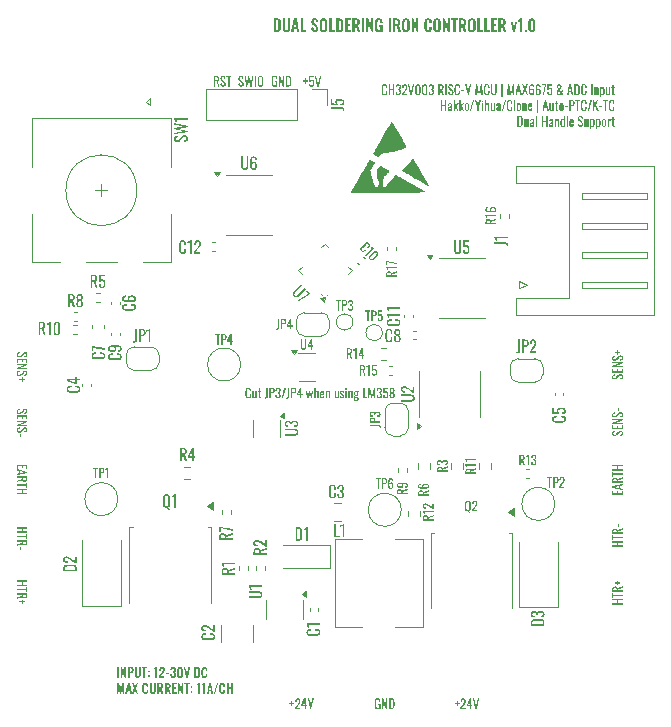
<source format=gto>
%TF.GenerationSoftware,KiCad,Pcbnew,9.99.0-679-g5f620f0fa1*%
%TF.CreationDate,2025-04-01T17:44:37+06:00*%
%TF.ProjectId,hakko_station,68616b6b-6f5f-4737-9461-74696f6e2e6b,rev?*%
%TF.SameCoordinates,Original*%
%TF.FileFunction,Legend,Top*%
%TF.FilePolarity,Positive*%
%FSLAX46Y46*%
G04 Gerber Fmt 4.6, Leading zero omitted, Abs format (unit mm)*
G04 Created by KiCad (PCBNEW 9.99.0-679-g5f620f0fa1) date 2025-04-01 17:44:37*
%MOMM*%
%LPD*%
G01*
G04 APERTURE LIST*
%ADD10C,0.100000*%
%ADD11C,0.125000*%
%ADD12C,0.150000*%
%ADD13C,0.120000*%
%ADD14C,0.010000*%
G04 APERTURE END LIST*
D10*
G36*
X122674062Y-104315505D02*
G01*
X122669169Y-104371926D01*
X122655430Y-104418602D01*
X122633603Y-104457414D01*
X122603525Y-104489699D01*
X122566973Y-104515180D01*
X122523371Y-104535044D01*
X122471469Y-104549000D01*
X122409743Y-104556329D01*
X122379505Y-104444319D01*
X122437334Y-104437440D01*
X122483747Y-104425778D01*
X122520678Y-104410174D01*
X122544234Y-104393496D01*
X122560668Y-104372760D01*
X122570805Y-104347233D01*
X122574411Y-104315505D01*
X122571010Y-104283798D01*
X122561683Y-104259572D01*
X122546958Y-104241060D01*
X122527187Y-104227637D01*
X122501453Y-104219012D01*
X122468019Y-104215854D01*
X122431304Y-104218711D01*
X122400685Y-104226729D01*
X122375060Y-104239399D01*
X122338520Y-104267717D01*
X122293288Y-104314382D01*
X122158856Y-104466741D01*
X122116019Y-104507120D01*
X122072101Y-104533370D01*
X122040429Y-104544449D01*
X122002874Y-104551547D01*
X121958382Y-104554082D01*
X121908918Y-104550107D01*
X121867610Y-104538932D01*
X121832966Y-104521218D01*
X121803874Y-104496978D01*
X121780533Y-104466921D01*
X121763483Y-104431678D01*
X121752763Y-104390242D01*
X121748968Y-104341297D01*
X121753060Y-104287510D01*
X121764422Y-104243684D01*
X121782161Y-104207964D01*
X121806072Y-104178925D01*
X121835840Y-104155866D01*
X121874022Y-104136799D01*
X121922378Y-104122150D01*
X121983050Y-104112784D01*
X122012164Y-104220300D01*
X121959415Y-104226924D01*
X121919387Y-104237513D01*
X121889554Y-104251123D01*
X121866317Y-104271389D01*
X121851794Y-104300389D01*
X121846421Y-104341297D01*
X121849547Y-104372440D01*
X121858133Y-104396542D01*
X121871627Y-104415205D01*
X121890000Y-104428939D01*
X121914218Y-104437726D01*
X121946072Y-104440949D01*
X121984404Y-104437346D01*
X122013874Y-104427515D01*
X122040193Y-104410331D01*
X122069268Y-104381598D01*
X122203699Y-104228164D01*
X122259336Y-104174189D01*
X122317907Y-104133545D01*
X122360218Y-104114142D01*
X122406593Y-104102300D01*
X122457907Y-104098227D01*
X122507112Y-104102344D01*
X122549005Y-104114032D01*
X122584920Y-104132770D01*
X122615835Y-104158702D01*
X122640933Y-104190583D01*
X122658984Y-104226749D01*
X122670158Y-104268023D01*
X122674062Y-104315505D01*
G37*
G36*
X121756784Y-104000334D02*
G01*
X121756784Y-103648625D01*
X121850866Y-103648625D01*
X121850866Y-103873768D01*
X122151041Y-103873768D01*
X122151041Y-103691172D01*
X122240629Y-103691172D01*
X122240629Y-103873768D01*
X122573288Y-103873768D01*
X122573288Y-103646378D01*
X122664000Y-103646378D01*
X122664000Y-104000334D01*
X121756784Y-104000334D01*
G37*
G36*
X121756784Y-103544675D02*
G01*
X121756784Y-103458408D01*
X122359380Y-103200830D01*
X121756784Y-103200830D01*
X121756784Y-103095512D01*
X122664000Y-103095512D01*
X122664000Y-103176161D01*
X122044648Y-103437110D01*
X122664000Y-103437110D01*
X122664000Y-103544675D01*
X121756784Y-103544675D01*
G37*
G36*
X122674062Y-102739846D02*
G01*
X122669169Y-102796267D01*
X122655430Y-102842942D01*
X122633603Y-102881754D01*
X122603525Y-102914040D01*
X122566973Y-102939521D01*
X122523371Y-102959384D01*
X122471469Y-102973340D01*
X122409743Y-102980669D01*
X122379505Y-102868660D01*
X122437334Y-102861781D01*
X122483747Y-102850118D01*
X122520678Y-102834515D01*
X122544234Y-102817837D01*
X122560668Y-102797101D01*
X122570805Y-102771573D01*
X122574411Y-102739846D01*
X122571010Y-102708139D01*
X122561683Y-102683913D01*
X122546958Y-102665401D01*
X122527187Y-102651977D01*
X122501453Y-102643352D01*
X122468019Y-102640195D01*
X122431304Y-102643052D01*
X122400685Y-102651069D01*
X122375060Y-102663740D01*
X122338520Y-102692058D01*
X122293288Y-102738722D01*
X122158856Y-102891081D01*
X122116019Y-102931460D01*
X122072101Y-102957711D01*
X122040429Y-102968789D01*
X122002874Y-102975888D01*
X121958382Y-102978422D01*
X121908918Y-102974448D01*
X121867610Y-102963272D01*
X121832966Y-102945559D01*
X121803874Y-102921318D01*
X121780533Y-102891262D01*
X121763483Y-102856019D01*
X121752763Y-102814583D01*
X121748968Y-102765638D01*
X121753060Y-102711850D01*
X121764422Y-102668025D01*
X121782161Y-102632304D01*
X121806072Y-102603265D01*
X121835840Y-102580206D01*
X121874022Y-102561140D01*
X121922378Y-102546491D01*
X121983050Y-102537124D01*
X122012164Y-102644640D01*
X121959415Y-102651264D01*
X121919387Y-102661853D01*
X121889554Y-102675464D01*
X121866317Y-102695730D01*
X121851794Y-102724730D01*
X121846421Y-102765638D01*
X121849547Y-102796781D01*
X121858133Y-102820882D01*
X121871627Y-102839546D01*
X121890000Y-102853279D01*
X121914218Y-102862067D01*
X121946072Y-102865289D01*
X121984404Y-102861687D01*
X122013874Y-102851856D01*
X122040193Y-102834672D01*
X122069268Y-102805938D01*
X122203699Y-102652505D01*
X122259336Y-102598530D01*
X122317907Y-102557885D01*
X122360218Y-102538483D01*
X122406593Y-102526641D01*
X122457907Y-102522568D01*
X122507112Y-102526685D01*
X122549005Y-102538372D01*
X122584920Y-102557111D01*
X122615835Y-102583042D01*
X122640933Y-102614924D01*
X122658984Y-102651090D01*
X122670158Y-102692363D01*
X122674062Y-102739846D01*
G37*
G36*
X122280978Y-102440355D02*
G01*
X122280978Y-102190593D01*
X122371690Y-102190593D01*
X122371690Y-102440355D01*
X122280978Y-102440355D01*
G37*
G36*
X90951186Y-101374062D02*
G01*
X90896363Y-101370258D01*
X90851632Y-101359716D01*
X90815194Y-101343353D01*
X90785608Y-101321526D01*
X90761898Y-101294000D01*
X90739295Y-101253336D01*
X90722132Y-101204054D01*
X90711034Y-101144518D01*
X90707041Y-101072813D01*
X90707041Y-100752464D01*
X90711082Y-100676163D01*
X90722157Y-100614632D01*
X90738992Y-100565375D01*
X90760774Y-100526247D01*
X90783906Y-100499938D01*
X90813196Y-100478909D01*
X90849736Y-100463017D01*
X90895089Y-100452707D01*
X90951186Y-100448968D01*
X91012397Y-100453840D01*
X91060300Y-100467153D01*
X91097643Y-100487643D01*
X91126455Y-100515060D01*
X91148218Y-100548972D01*
X91164841Y-100591460D01*
X91175700Y-100644371D01*
X91179651Y-100709917D01*
X91179651Y-100781578D01*
X91059825Y-100781578D01*
X91059825Y-100717782D01*
X91058199Y-100658711D01*
X91054208Y-100621452D01*
X91044094Y-100590833D01*
X91025680Y-100567670D01*
X91009097Y-100557230D01*
X90985430Y-100550179D01*
X90952309Y-100547496D01*
X90918568Y-100550341D01*
X90893690Y-100557931D01*
X90875568Y-100569380D01*
X90855052Y-100594773D01*
X90842498Y-100629854D01*
X90836896Y-100671771D01*
X90834682Y-100733462D01*
X90834682Y-101092939D01*
X90837883Y-101158599D01*
X90845868Y-101201627D01*
X90861306Y-101236284D01*
X90882309Y-101257607D01*
X90910629Y-101269768D01*
X90952309Y-101274411D01*
X90983768Y-101271656D01*
X91007000Y-101264286D01*
X91023970Y-101253113D01*
X91042854Y-101228517D01*
X91053670Y-101194886D01*
X91058073Y-101154548D01*
X91059825Y-101094062D01*
X91059825Y-101026896D01*
X91179651Y-101026896D01*
X91179651Y-101094062D01*
X91175864Y-101163270D01*
X91165436Y-101219600D01*
X91149485Y-101265188D01*
X91128702Y-101301864D01*
X91100500Y-101331874D01*
X91063156Y-101354199D01*
X91014436Y-101368722D01*
X90951186Y-101374062D01*
G37*
G36*
X91383496Y-101372939D02*
G01*
X91350578Y-101368344D01*
X91326305Y-101355663D01*
X91308464Y-101334886D01*
X91296383Y-101308591D01*
X91288751Y-101277558D01*
X91286043Y-101240803D01*
X91286043Y-100716658D01*
X91405917Y-100716658D01*
X91405917Y-101204949D01*
X91409129Y-101239262D01*
X91417104Y-101260392D01*
X91431947Y-101273851D01*
X91457404Y-101278856D01*
X91480152Y-101275190D01*
X91507616Y-101262774D01*
X91541423Y-101238556D01*
X91541423Y-100716658D01*
X91661249Y-100716658D01*
X91661249Y-101364000D01*
X91541423Y-101364000D01*
X91541423Y-101300154D01*
X91500121Y-101333693D01*
X91460463Y-101356027D01*
X91421840Y-101368784D01*
X91383496Y-101372939D01*
G37*
G36*
X91955415Y-101372939D02*
G01*
X91911034Y-101368283D01*
X91877254Y-101355554D01*
X91851560Y-101335544D01*
X91832526Y-101307558D01*
X91820056Y-101269542D01*
X91815415Y-101218382D01*
X91815415Y-100796184D01*
X91747076Y-100796184D01*
X91747076Y-100716658D01*
X91815415Y-100716658D01*
X91815415Y-100527370D01*
X91935240Y-100527370D01*
X91935240Y-100716658D01*
X92039434Y-100716658D01*
X92039434Y-100796184D01*
X91935240Y-100796184D01*
X91935240Y-101210566D01*
X91938903Y-101246314D01*
X91947550Y-101265423D01*
X91963747Y-101276566D01*
X91994640Y-101281103D01*
X92038311Y-101277782D01*
X92038311Y-101366247D01*
X91994246Y-101371341D01*
X91955415Y-101372939D01*
G37*
G36*
X92331305Y-101294537D02*
G01*
X92384660Y-101291403D01*
X92415861Y-101283937D01*
X92438900Y-101268887D01*
X92453377Y-101244760D01*
X92460497Y-101212285D01*
X92463489Y-101156784D01*
X92463489Y-100456784D01*
X92588932Y-100456784D01*
X92588932Y-101159031D01*
X92584201Y-101236509D01*
X92572128Y-101289554D01*
X92557776Y-101319578D01*
X92537953Y-101343373D01*
X92512191Y-101361801D01*
X92482460Y-101374030D01*
X92443147Y-101382238D01*
X92391828Y-101385297D01*
X92331305Y-101385297D01*
X92331305Y-101294537D01*
G37*
G36*
X93014922Y-100461454D02*
G01*
X93061457Y-100474268D01*
X93098133Y-100494067D01*
X93126804Y-100520629D01*
X93148697Y-100553550D01*
X93165320Y-100594499D01*
X93176128Y-100645183D01*
X93180048Y-100707670D01*
X93176012Y-100763128D01*
X93164706Y-100809344D01*
X93146929Y-100847931D01*
X93122896Y-100880154D01*
X93092503Y-100906183D01*
X93055706Y-100925290D01*
X93011182Y-100937415D01*
X92957152Y-100941752D01*
X92857452Y-100941752D01*
X92857452Y-101364000D01*
X92730886Y-101364000D01*
X92730886Y-100851041D01*
X92857452Y-100851041D01*
X92915729Y-100851041D01*
X92968396Y-100847520D01*
X93002484Y-100838731D01*
X93028969Y-100821931D01*
X93046741Y-100796184D01*
X93056312Y-100762321D01*
X93060174Y-100708794D01*
X93057174Y-100644006D01*
X93050111Y-100606896D01*
X93041064Y-100587111D01*
X93027957Y-100572042D01*
X93010349Y-100560978D01*
X92976209Y-100551491D01*
X92916852Y-100547496D01*
X92857452Y-100547496D01*
X92857452Y-100851041D01*
X92730886Y-100851041D01*
X92730886Y-100456784D01*
X92956029Y-100456784D01*
X93014922Y-100461454D01*
G37*
G36*
X93463859Y-101374062D02*
G01*
X93409776Y-101369750D01*
X93365343Y-101357715D01*
X93328753Y-101338787D01*
X93298653Y-101313050D01*
X93274907Y-101281122D01*
X93257309Y-101242742D01*
X93246096Y-101196616D01*
X93242086Y-101141103D01*
X93242086Y-101110866D01*
X93360788Y-101110866D01*
X93360788Y-101131041D01*
X93364992Y-101177136D01*
X93373347Y-101211825D01*
X93384871Y-101237482D01*
X93402443Y-101257305D01*
X93427816Y-101269776D01*
X93463859Y-101274411D01*
X93501683Y-101269194D01*
X93528092Y-101255107D01*
X93546168Y-101232401D01*
X93557335Y-101203408D01*
X93565059Y-101162864D01*
X93568004Y-101107496D01*
X93564430Y-101057292D01*
X93554737Y-101018310D01*
X93540014Y-100988256D01*
X93518220Y-100964354D01*
X93488751Y-100948436D01*
X93449302Y-100940629D01*
X93432498Y-100939505D01*
X93432498Y-100819680D01*
X93448178Y-100819680D01*
X93489528Y-100814282D01*
X93519163Y-100802747D01*
X93540014Y-100786072D01*
X93554383Y-100763317D01*
X93564218Y-100729861D01*
X93568004Y-100681927D01*
X93565036Y-100637395D01*
X93557177Y-100604480D01*
X93545582Y-100580566D01*
X93527932Y-100562444D01*
X93502090Y-100550800D01*
X93464982Y-100546421D01*
X93428180Y-100551093D01*
X93402481Y-100563607D01*
X93384871Y-100583399D01*
X93373409Y-100609051D01*
X93365029Y-100644364D01*
X93360788Y-100691990D01*
X93360788Y-100711041D01*
X93242086Y-100711041D01*
X93242086Y-100680803D01*
X93246105Y-100625274D01*
X93257330Y-100579261D01*
X93274928Y-100541090D01*
X93298653Y-100509443D01*
X93328710Y-100484003D01*
X93365439Y-100465234D01*
X93410242Y-100453266D01*
X93464982Y-100448968D01*
X93519681Y-100453301D01*
X93564462Y-100465372D01*
X93601189Y-100484319D01*
X93631263Y-100510029D01*
X93655007Y-100541933D01*
X93672605Y-100580297D01*
X93683819Y-100626413D01*
X93687829Y-100681927D01*
X93683589Y-100733945D01*
X93671750Y-100776668D01*
X93653098Y-100811864D01*
X93627139Y-100841810D01*
X93595718Y-100864417D01*
X93557941Y-100880154D01*
X93595861Y-100897150D01*
X93627498Y-100922581D01*
X93653684Y-100957433D01*
X93671882Y-100997671D01*
X93683601Y-101047023D01*
X93687829Y-101107496D01*
X93683893Y-101171542D01*
X93672952Y-101224478D01*
X93655989Y-101268141D01*
X93633510Y-101304062D01*
X93603891Y-101333655D01*
X93566921Y-101355301D01*
X93521001Y-101369090D01*
X93463859Y-101374062D01*
G37*
G36*
X94007739Y-100456784D02*
G01*
X94111933Y-100456784D01*
X93866615Y-101364000D01*
X93763593Y-101364000D01*
X94007739Y-100456784D01*
G37*
G36*
X94151598Y-101294537D02*
G01*
X94204954Y-101291403D01*
X94236155Y-101283937D01*
X94259194Y-101268887D01*
X94273670Y-101244760D01*
X94280790Y-101212285D01*
X94283782Y-101156784D01*
X94283782Y-100456784D01*
X94409225Y-100456784D01*
X94409225Y-101159031D01*
X94404494Y-101236509D01*
X94392421Y-101289554D01*
X94378069Y-101319578D01*
X94358246Y-101343373D01*
X94332484Y-101361801D01*
X94302753Y-101374030D01*
X94263440Y-101382238D01*
X94212121Y-101385297D01*
X94151598Y-101385297D01*
X94151598Y-101294537D01*
G37*
G36*
X94835215Y-100461454D02*
G01*
X94881750Y-100474268D01*
X94918426Y-100494067D01*
X94947097Y-100520629D01*
X94968990Y-100553550D01*
X94985613Y-100594499D01*
X94996421Y-100645183D01*
X95000342Y-100707670D01*
X94996305Y-100763128D01*
X94984999Y-100809344D01*
X94967222Y-100847931D01*
X94943189Y-100880154D01*
X94912796Y-100906183D01*
X94876000Y-100925290D01*
X94831475Y-100937415D01*
X94777446Y-100941752D01*
X94677746Y-100941752D01*
X94677746Y-101364000D01*
X94551179Y-101364000D01*
X94551179Y-100851041D01*
X94677746Y-100851041D01*
X94736022Y-100851041D01*
X94788689Y-100847520D01*
X94822777Y-100838731D01*
X94849262Y-100821931D01*
X94867034Y-100796184D01*
X94876605Y-100762321D01*
X94880467Y-100708794D01*
X94877468Y-100644006D01*
X94870404Y-100606896D01*
X94861358Y-100587111D01*
X94848250Y-100572042D01*
X94830642Y-100560978D01*
X94796502Y-100551491D01*
X94737145Y-100547496D01*
X94677746Y-100547496D01*
X94677746Y-100851041D01*
X94551179Y-100851041D01*
X94551179Y-100456784D01*
X94776322Y-100456784D01*
X94835215Y-100461454D01*
G37*
G36*
X95439832Y-101014537D02*
G01*
X95541730Y-101014537D01*
X95541730Y-101120978D01*
X95439832Y-101120978D01*
X95439832Y-101364000D01*
X95325575Y-101364000D01*
X95325575Y-101120978D01*
X95062379Y-101120978D01*
X95062379Y-101014537D01*
X95177760Y-101014537D01*
X95325575Y-101014537D01*
X95325575Y-100602401D01*
X95177760Y-101014537D01*
X95062379Y-101014537D01*
X95062379Y-100995535D01*
X95298709Y-100456784D01*
X95439832Y-100456784D01*
X95439832Y-101014537D01*
G37*
G36*
X95846155Y-100716658D02*
G01*
X95944731Y-100716658D01*
X96011898Y-101193762D01*
X96098164Y-100716658D01*
X96190000Y-100716658D01*
X96276217Y-101191515D01*
X96343433Y-100716658D01*
X96442009Y-100716658D01*
X96334494Y-101364000D01*
X96233670Y-101364000D01*
X96145205Y-100907021D01*
X96057815Y-101364000D01*
X95950300Y-101364000D01*
X95846155Y-100716658D01*
G37*
G36*
X96536727Y-100456784D02*
G01*
X96656552Y-100456784D01*
X96656552Y-100783825D01*
X96699737Y-100748561D01*
X96740733Y-100725215D01*
X96780209Y-100711963D01*
X96818974Y-100707670D01*
X96851861Y-100712284D01*
X96875918Y-100724984D01*
X96893419Y-100745772D01*
X96905196Y-100772002D01*
X96912653Y-100803034D01*
X96915303Y-100839854D01*
X96915303Y-101364000D01*
X96795429Y-101364000D01*
X96795429Y-100874537D01*
X96792200Y-100840341D01*
X96784242Y-100819680D01*
X96769456Y-100806639D01*
X96743942Y-100801752D01*
X96719115Y-100805731D01*
X96690460Y-100818945D01*
X96656552Y-100844300D01*
X96656552Y-101364000D01*
X96536727Y-101364000D01*
X96536727Y-100456784D01*
G37*
G36*
X97261850Y-100711874D02*
G01*
X97300221Y-100723136D01*
X97328562Y-100740154D01*
X97351616Y-100764110D01*
X97369181Y-100794132D01*
X97381221Y-100831452D01*
X97390458Y-100895315D01*
X97394117Y-100989917D01*
X97394117Y-101042576D01*
X97138737Y-101042576D01*
X97138737Y-101172464D01*
X97141137Y-101212054D01*
X97147309Y-101239599D01*
X97156078Y-101258145D01*
X97169576Y-101272483D01*
X97187570Y-101281289D01*
X97211570Y-101284474D01*
X97235366Y-101281193D01*
X97251867Y-101272359D01*
X97263056Y-101258145D01*
X97272575Y-101228108D01*
X97276489Y-101178082D01*
X97276489Y-101138856D01*
X97392993Y-101138856D01*
X97392993Y-101163525D01*
X97389786Y-101215193D01*
X97380926Y-101257313D01*
X97367274Y-101291529D01*
X97349274Y-101319205D01*
X97325641Y-101341687D01*
X97295672Y-101358334D01*
X97257929Y-101369048D01*
X97210446Y-101372939D01*
X97161016Y-101369285D01*
X97122982Y-101359403D01*
X97093942Y-101344411D01*
X97069531Y-101322844D01*
X97050149Y-101295051D01*
X97035715Y-101259854D01*
X97023600Y-101199521D01*
X97018911Y-101114237D01*
X97018911Y-100966421D01*
X97020028Y-100942876D01*
X97138737Y-100942876D01*
X97138737Y-100977607D01*
X97276489Y-100977607D01*
X97276489Y-100919380D01*
X97272601Y-100858119D01*
X97263593Y-100824760D01*
X97252437Y-100809390D01*
X97235150Y-100799791D01*
X97209323Y-100796184D01*
X97182650Y-100799871D01*
X97165066Y-100809617D01*
X97152912Y-100826133D01*
X97144305Y-100853874D01*
X97140354Y-100888086D01*
X97138737Y-100942876D01*
X97020028Y-100942876D01*
X97022219Y-100896665D01*
X97031116Y-100842505D01*
X97044314Y-100801064D01*
X97060921Y-100769854D01*
X97084359Y-100743999D01*
X97115662Y-100724787D01*
X97156766Y-100712278D01*
X97210446Y-100707670D01*
X97261850Y-100711874D01*
G37*
G36*
X97502512Y-100716658D02*
G01*
X97622337Y-100716658D01*
X97622337Y-100780503D01*
X97663643Y-100746940D01*
X97703301Y-100724592D01*
X97741923Y-100711827D01*
X97780265Y-100707670D01*
X97813209Y-100712272D01*
X97837479Y-100724970D01*
X97855296Y-100745772D01*
X97867374Y-100772036D01*
X97875007Y-100803067D01*
X97877718Y-100839854D01*
X97877718Y-101364000D01*
X97757892Y-101364000D01*
X97757892Y-100874537D01*
X97754650Y-100840346D01*
X97746657Y-100819680D01*
X97731870Y-100806639D01*
X97706357Y-100801752D01*
X97683611Y-100805422D01*
X97656147Y-100817853D01*
X97622337Y-100842101D01*
X97622337Y-101364000D01*
X97502512Y-101364000D01*
X97502512Y-100716658D01*
G37*
G36*
X98343440Y-101372939D02*
G01*
X98310522Y-101368344D01*
X98286249Y-101355663D01*
X98268409Y-101334886D01*
X98256327Y-101308591D01*
X98248696Y-101277558D01*
X98245987Y-101240803D01*
X98245987Y-100716658D01*
X98365861Y-100716658D01*
X98365861Y-101204949D01*
X98369073Y-101239262D01*
X98377048Y-101260392D01*
X98391891Y-101273851D01*
X98417348Y-101278856D01*
X98440096Y-101275190D01*
X98467561Y-101262774D01*
X98501367Y-101238556D01*
X98501367Y-100716658D01*
X98621193Y-100716658D01*
X98621193Y-101364000D01*
X98501367Y-101364000D01*
X98501367Y-101300154D01*
X98460065Y-101333693D01*
X98420407Y-101356027D01*
X98381784Y-101368784D01*
X98343440Y-101372939D01*
G37*
G36*
X98892937Y-101372939D02*
G01*
X98842759Y-101367168D01*
X98801025Y-101350718D01*
X98765834Y-101323699D01*
X98738646Y-101288175D01*
X98720046Y-101244747D01*
X98710390Y-101191515D01*
X98810090Y-101161278D01*
X98823355Y-101219116D01*
X98840865Y-101254237D01*
X98857377Y-101270962D01*
X98877694Y-101280961D01*
X98903049Y-101284474D01*
X98931585Y-101279595D01*
X98951751Y-101266009D01*
X98964554Y-101244970D01*
X98969141Y-101216184D01*
X98965980Y-101189273D01*
X98956783Y-101165772D01*
X98941490Y-101144159D01*
X98916483Y-101119854D01*
X98805596Y-101024648D01*
X98771212Y-100990418D01*
X98746783Y-100955772D01*
X98731555Y-100916606D01*
X98726071Y-100866721D01*
X98731467Y-100818615D01*
X98746552Y-100780349D01*
X98770865Y-100749680D01*
X98803068Y-100726988D01*
X98843036Y-100712769D01*
X98892937Y-100707670D01*
X98940097Y-100713323D01*
X98978022Y-100729260D01*
X99008855Y-100755297D01*
X99032432Y-100789116D01*
X99048786Y-100829504D01*
X99057606Y-100877907D01*
X98976957Y-100908145D01*
X98965751Y-100857142D01*
X98951214Y-100824760D01*
X98937288Y-100808899D01*
X98919758Y-100799493D01*
X98897432Y-100796184D01*
X98870882Y-100801098D01*
X98850928Y-100815235D01*
X98838016Y-100836230D01*
X98833586Y-100862227D01*
X98837000Y-100884763D01*
X98847438Y-100906179D01*
X98866071Y-100927196D01*
X98980328Y-101032464D01*
X99020230Y-101073864D01*
X99048081Y-101112039D01*
X99061134Y-101139123D01*
X99069291Y-101170537D01*
X99072163Y-101207196D01*
X99068805Y-101247130D01*
X99059388Y-101280159D01*
X99044469Y-101307596D01*
X99023998Y-101330392D01*
X98989575Y-101353285D01*
X98946661Y-101367737D01*
X98892937Y-101372939D01*
G37*
G36*
X99168883Y-100494886D02*
G01*
X99288709Y-100494886D01*
X99288709Y-100620329D01*
X99168883Y-100620329D01*
X99168883Y-100494886D01*
G37*
G36*
X99168883Y-100716658D02*
G01*
X99288709Y-100716658D01*
X99288709Y-101364000D01*
X99168883Y-101364000D01*
X99168883Y-100716658D01*
G37*
G36*
X99417376Y-100716658D02*
G01*
X99537201Y-100716658D01*
X99537201Y-100780503D01*
X99578507Y-100746940D01*
X99618165Y-100724592D01*
X99656787Y-100711827D01*
X99695129Y-100707670D01*
X99728073Y-100712272D01*
X99752343Y-100724970D01*
X99770160Y-100745772D01*
X99782238Y-100772036D01*
X99789871Y-100803067D01*
X99792582Y-100839854D01*
X99792582Y-101364000D01*
X99672756Y-101364000D01*
X99672756Y-100874537D01*
X99669514Y-100840346D01*
X99661521Y-100819680D01*
X99646734Y-100806639D01*
X99621221Y-100801752D01*
X99598475Y-100805422D01*
X99571011Y-100817853D01*
X99537201Y-100842101D01*
X99537201Y-101364000D01*
X99417376Y-101364000D01*
X99417376Y-100716658D01*
G37*
G36*
X100349162Y-100781578D02*
G01*
X100286978Y-100800629D01*
X100251469Y-100815330D01*
X100239399Y-100823050D01*
X100253370Y-100879031D01*
X100259574Y-100941752D01*
X100254278Y-101011713D01*
X100239933Y-101065654D01*
X100218101Y-101106958D01*
X100195161Y-101131715D01*
X100165663Y-101149879D01*
X100128115Y-101161533D01*
X100080349Y-101165772D01*
X100050081Y-101163838D01*
X100018750Y-101157907D01*
X100001763Y-101188347D01*
X99997452Y-101207196D01*
X100000514Y-101217996D01*
X100010349Y-101226784D01*
X100025309Y-101232391D01*
X100051235Y-101236309D01*
X100152009Y-101245297D01*
X100201226Y-101254167D01*
X100238019Y-101269754D01*
X100265143Y-101291215D01*
X100284905Y-101319498D01*
X100297522Y-101356019D01*
X100302121Y-101403176D01*
X100297661Y-101445384D01*
X100285142Y-101479601D01*
X100264972Y-101507602D01*
X100236360Y-101530410D01*
X100197434Y-101548152D01*
X100145447Y-101560040D01*
X100076978Y-101564474D01*
X100014631Y-101560685D01*
X99965433Y-101550379D01*
X99926915Y-101534774D01*
X99901976Y-101517475D01*
X99884891Y-101496792D01*
X99874556Y-101472167D01*
X99870935Y-101442401D01*
X99873920Y-101414993D01*
X99874931Y-101412164D01*
X99971709Y-101412164D01*
X99974623Y-101430843D01*
X99982886Y-101445221D01*
X99996915Y-101456372D01*
X100027202Y-101466110D01*
X100085966Y-101470392D01*
X100145326Y-101465939D01*
X100180048Y-101455249D01*
X100197023Y-101442942D01*
X100206851Y-101427097D01*
X100210286Y-101406547D01*
X100205192Y-101378465D01*
X100191235Y-101360092D01*
X100167671Y-101348608D01*
X100121772Y-101340503D01*
X100019874Y-101331515D01*
X99984019Y-101372939D01*
X99974771Y-101391760D01*
X99971709Y-101412164D01*
X99874931Y-101412164D01*
X99882640Y-101390594D01*
X99897215Y-101368494D01*
X99926699Y-101340476D01*
X99963894Y-101318082D01*
X99936470Y-101306202D01*
X99917390Y-101290092D01*
X99905114Y-101269908D01*
X99901172Y-101248619D01*
X99905487Y-101216860D01*
X99917927Y-101190441D01*
X99938141Y-101165343D01*
X99972833Y-101131041D01*
X99939637Y-101098149D01*
X99916266Y-101057719D01*
X99906657Y-101027590D01*
X99900198Y-100988479D01*
X99897801Y-100938382D01*
X100001947Y-100938382D01*
X100006607Y-101003519D01*
X100018164Y-101044823D01*
X100032112Y-101065159D01*
X100052131Y-101077334D01*
X100080349Y-101081752D01*
X100110319Y-101077514D01*
X100130283Y-101066238D01*
X100143070Y-101048145D01*
X100153254Y-101009081D01*
X100157627Y-100938382D01*
X100153281Y-100866478D01*
X100143070Y-100825835D01*
X100130190Y-100806647D01*
X100110510Y-100794917D01*
X100081472Y-100790566D01*
X100052341Y-100794877D01*
X100032023Y-100806604D01*
X100018164Y-100825835D01*
X100006773Y-100866568D01*
X100001947Y-100938382D01*
X99897801Y-100938382D01*
X99901241Y-100880858D01*
X99910711Y-100834239D01*
X99925229Y-100796639D01*
X99944256Y-100766484D01*
X99969568Y-100741243D01*
X99999924Y-100723079D01*
X100036348Y-100711710D01*
X100080349Y-100707670D01*
X100128904Y-100712542D01*
X100164368Y-100725598D01*
X100192731Y-100747788D01*
X100213656Y-100779380D01*
X100224169Y-100766610D01*
X100246678Y-100746309D01*
X100272917Y-100727382D01*
X100300998Y-100712164D01*
X100318925Y-100704300D01*
X100349162Y-100781578D01*
G37*
G36*
X100662330Y-100456784D02*
G01*
X100788897Y-100456784D01*
X100788897Y-101273288D01*
X101020732Y-101273288D01*
X101020732Y-101364000D01*
X100662330Y-101364000D01*
X100662330Y-100456784D01*
G37*
G36*
X101120872Y-100456784D02*
G01*
X101245192Y-100456784D01*
X101405317Y-101192639D01*
X101566615Y-100456784D01*
X101689811Y-100456784D01*
X101706615Y-101364000D01*
X101604668Y-101364000D01*
X101594605Y-100705423D01*
X101441172Y-101364000D01*
X101369511Y-101364000D01*
X101217152Y-100705423D01*
X101207090Y-101364000D01*
X101104068Y-101364000D01*
X101120872Y-100456784D01*
G37*
G36*
X102040886Y-101374062D02*
G01*
X101986803Y-101369750D01*
X101942370Y-101357715D01*
X101905780Y-101338787D01*
X101875680Y-101313050D01*
X101851934Y-101281122D01*
X101834336Y-101242742D01*
X101823123Y-101196616D01*
X101819113Y-101141103D01*
X101819113Y-101110866D01*
X101937815Y-101110866D01*
X101937815Y-101131041D01*
X101942019Y-101177136D01*
X101950374Y-101211825D01*
X101961898Y-101237482D01*
X101979471Y-101257305D01*
X102004844Y-101269776D01*
X102040886Y-101274411D01*
X102078710Y-101269194D01*
X102105119Y-101255107D01*
X102123196Y-101232401D01*
X102134362Y-101203408D01*
X102142087Y-101162864D01*
X102145031Y-101107496D01*
X102141457Y-101057292D01*
X102131764Y-101018310D01*
X102117041Y-100988256D01*
X102095247Y-100964354D01*
X102065778Y-100948436D01*
X102026329Y-100940629D01*
X102009525Y-100939505D01*
X102009525Y-100819680D01*
X102025205Y-100819680D01*
X102066555Y-100814282D01*
X102096190Y-100802747D01*
X102117041Y-100786072D01*
X102131410Y-100763317D01*
X102141245Y-100729861D01*
X102145031Y-100681927D01*
X102142063Y-100637395D01*
X102134204Y-100604480D01*
X102122610Y-100580566D01*
X102104959Y-100562444D01*
X102079117Y-100550800D01*
X102042009Y-100546421D01*
X102005207Y-100551093D01*
X101979509Y-100563607D01*
X101961898Y-100583399D01*
X101950436Y-100609051D01*
X101942056Y-100644364D01*
X101937815Y-100691990D01*
X101937815Y-100711041D01*
X101819113Y-100711041D01*
X101819113Y-100680803D01*
X101823132Y-100625274D01*
X101834358Y-100579261D01*
X101851955Y-100541090D01*
X101875680Y-100509443D01*
X101905737Y-100484003D01*
X101942466Y-100465234D01*
X101987270Y-100453266D01*
X102042009Y-100448968D01*
X102096708Y-100453301D01*
X102141489Y-100465372D01*
X102178216Y-100484319D01*
X102208290Y-100510029D01*
X102232034Y-100541933D01*
X102249632Y-100580297D01*
X102260846Y-100626413D01*
X102264857Y-100681927D01*
X102260617Y-100733945D01*
X102248778Y-100776668D01*
X102230125Y-100811864D01*
X102204166Y-100841810D01*
X102172745Y-100864417D01*
X102134968Y-100880154D01*
X102172888Y-100897150D01*
X102204526Y-100922581D01*
X102230711Y-100957433D01*
X102248910Y-100997671D01*
X102260628Y-101047023D01*
X102264857Y-101107496D01*
X102260920Y-101171542D01*
X102249979Y-101224478D01*
X102233016Y-101268141D01*
X102210537Y-101304062D01*
X102180918Y-101333655D01*
X102143948Y-101355301D01*
X102098029Y-101369090D01*
X102040886Y-101374062D01*
G37*
G36*
X102580321Y-101372939D02*
G01*
X102521575Y-101368066D01*
X102475542Y-101354723D01*
X102439569Y-101334096D01*
X102411744Y-101306309D01*
X102390988Y-101272281D01*
X102375051Y-101229492D01*
X102364603Y-101176057D01*
X102360795Y-101109743D01*
X102480621Y-101109743D01*
X102483277Y-101160418D01*
X102490488Y-101200490D01*
X102501332Y-101231864D01*
X102513925Y-101251672D01*
X102530938Y-101265699D01*
X102553251Y-101274555D01*
X102582519Y-101277782D01*
X102611922Y-101274456D01*
X102634117Y-101265349D01*
X102650858Y-101250915D01*
X102668767Y-101220771D01*
X102679434Y-101179792D01*
X102683850Y-101131808D01*
X102685589Y-101061578D01*
X102683531Y-100996702D01*
X102678311Y-100952401D01*
X102666819Y-100915089D01*
X102649148Y-100889680D01*
X102633226Y-100878090D01*
X102611944Y-100870607D01*
X102583642Y-100867845D01*
X102550956Y-100873201D01*
X102522630Y-100889143D01*
X102499618Y-100913074D01*
X102482868Y-100942876D01*
X102380921Y-100942876D01*
X102380921Y-100456784D01*
X102771807Y-100456784D01*
X102771807Y-100576658D01*
X102489560Y-100576658D01*
X102481744Y-100827496D01*
X102507335Y-100805903D01*
X102537104Y-100790299D01*
X102571872Y-100780564D01*
X102612756Y-100777133D01*
X102663824Y-100782140D01*
X102704163Y-100795995D01*
X102736116Y-100817877D01*
X102761158Y-100848256D01*
X102779246Y-100884079D01*
X102793118Y-100927909D01*
X102802151Y-100981266D01*
X102805415Y-101045898D01*
X102801665Y-101125146D01*
X102791316Y-101190296D01*
X102775498Y-101243517D01*
X102755003Y-101286721D01*
X102732542Y-101317076D01*
X102704819Y-101340626D01*
X102671106Y-101357961D01*
X102630160Y-101368987D01*
X102580321Y-101372939D01*
G37*
G36*
X103174074Y-100453352D02*
G01*
X103216891Y-100465526D01*
X103251598Y-100484609D01*
X103279637Y-100510566D01*
X103301355Y-100542459D01*
X103317586Y-100580921D01*
X103327983Y-100627251D01*
X103331709Y-100683050D01*
X103328557Y-100731048D01*
X103319745Y-100771120D01*
X103305966Y-100804586D01*
X103286391Y-100834990D01*
X103261553Y-100861969D01*
X103230935Y-100885772D01*
X103265182Y-100911262D01*
X103292962Y-100939947D01*
X103314905Y-100972039D01*
X103330311Y-101007582D01*
X103340387Y-101052398D01*
X103344068Y-101108619D01*
X103340208Y-101173452D01*
X103329529Y-101226569D01*
X103313072Y-101269932D01*
X103291409Y-101305186D01*
X103262641Y-101334089D01*
X103225991Y-101355399D01*
X103179673Y-101369089D01*
X103121172Y-101374062D01*
X103062002Y-101369105D01*
X103015317Y-101355486D01*
X102978537Y-101334348D01*
X102949811Y-101305772D01*
X102928204Y-101270791D01*
X102911744Y-101227477D01*
X102901034Y-101174104D01*
X102897285Y-101110866D01*
X103011409Y-101110866D01*
X103014547Y-101163685D01*
X103022963Y-101204111D01*
X103035492Y-101234648D01*
X103055086Y-101258697D01*
X103082697Y-101273456D01*
X103121172Y-101278856D01*
X103158862Y-101273478D01*
X103185925Y-101258747D01*
X103205143Y-101234648D01*
X103217381Y-101204149D01*
X103225615Y-101163724D01*
X103228688Y-101110866D01*
X103225545Y-101062813D01*
X103216868Y-101023782D01*
X103203482Y-100992164D01*
X103183254Y-100966634D01*
X103156517Y-100951137D01*
X103121172Y-100945123D01*
X103085048Y-100951162D01*
X103057761Y-100966691D01*
X103037152Y-100992164D01*
X103023469Y-101023818D01*
X103014614Y-101062849D01*
X103011409Y-101110866D01*
X102897285Y-101110866D01*
X102897152Y-101108619D01*
X102900781Y-101051580D01*
X102910678Y-101006426D01*
X102925729Y-100970915D01*
X102947401Y-100938916D01*
X102974994Y-100910615D01*
X103009162Y-100885772D01*
X102973010Y-100856281D01*
X102945305Y-100822065D01*
X102925269Y-100782533D01*
X102912780Y-100736656D01*
X102908388Y-100683050D01*
X102908842Y-100676309D01*
X103025966Y-100676309D01*
X103028620Y-100720809D01*
X103035946Y-100757128D01*
X103047215Y-100786658D01*
X103064788Y-100810618D01*
X103088748Y-100825163D01*
X103121172Y-100830866D01*
X103152585Y-100825160D01*
X103176863Y-100809547D01*
X103195760Y-100782626D01*
X103208951Y-100740262D01*
X103214131Y-100676309D01*
X103211393Y-100636434D01*
X103203869Y-100604459D01*
X103192295Y-100578905D01*
X103174990Y-100558603D01*
X103151930Y-100546334D01*
X103121172Y-100541927D01*
X103090363Y-100546307D01*
X103066892Y-100558568D01*
X103048925Y-100578905D01*
X103036728Y-100604539D01*
X103028832Y-100636513D01*
X103025966Y-100676309D01*
X102908842Y-100676309D01*
X102912147Y-100627287D01*
X102922641Y-100580969D01*
X102939036Y-100542494D01*
X102960998Y-100510566D01*
X102989305Y-100484638D01*
X103024373Y-100465550D01*
X103067664Y-100453360D01*
X103121172Y-100448968D01*
X103174074Y-100453352D01*
G37*
G36*
X122674062Y-99515505D02*
G01*
X122669169Y-99571926D01*
X122655430Y-99618602D01*
X122633603Y-99657414D01*
X122603525Y-99689699D01*
X122566973Y-99715180D01*
X122523371Y-99735044D01*
X122471469Y-99749000D01*
X122409743Y-99756329D01*
X122379505Y-99644319D01*
X122437334Y-99637440D01*
X122483747Y-99625778D01*
X122520678Y-99610174D01*
X122544234Y-99593496D01*
X122560668Y-99572760D01*
X122570805Y-99547233D01*
X122574411Y-99515505D01*
X122571010Y-99483798D01*
X122561683Y-99459572D01*
X122546958Y-99441060D01*
X122527187Y-99427637D01*
X122501453Y-99419012D01*
X122468019Y-99415854D01*
X122431304Y-99418711D01*
X122400685Y-99426729D01*
X122375060Y-99439399D01*
X122338520Y-99467717D01*
X122293288Y-99514382D01*
X122158856Y-99666741D01*
X122116019Y-99707120D01*
X122072101Y-99733370D01*
X122040429Y-99744449D01*
X122002874Y-99751547D01*
X121958382Y-99754082D01*
X121908918Y-99750107D01*
X121867610Y-99738932D01*
X121832966Y-99721218D01*
X121803874Y-99696978D01*
X121780533Y-99666921D01*
X121763483Y-99631678D01*
X121752763Y-99590242D01*
X121748968Y-99541297D01*
X121753060Y-99487510D01*
X121764422Y-99443684D01*
X121782161Y-99407964D01*
X121806072Y-99378925D01*
X121835840Y-99355866D01*
X121874022Y-99336799D01*
X121922378Y-99322150D01*
X121983050Y-99312784D01*
X122012164Y-99420300D01*
X121959415Y-99426924D01*
X121919387Y-99437513D01*
X121889554Y-99451123D01*
X121866317Y-99471389D01*
X121851794Y-99500389D01*
X121846421Y-99541297D01*
X121849547Y-99572440D01*
X121858133Y-99596542D01*
X121871627Y-99615205D01*
X121890000Y-99628939D01*
X121914218Y-99637726D01*
X121946072Y-99640949D01*
X121984404Y-99637346D01*
X122013874Y-99627515D01*
X122040193Y-99610331D01*
X122069268Y-99581598D01*
X122203699Y-99428164D01*
X122259336Y-99374189D01*
X122317907Y-99333545D01*
X122360218Y-99314142D01*
X122406593Y-99302300D01*
X122457907Y-99298227D01*
X122507112Y-99302344D01*
X122549005Y-99314032D01*
X122584920Y-99332770D01*
X122615835Y-99358702D01*
X122640933Y-99390583D01*
X122658984Y-99426749D01*
X122670158Y-99468023D01*
X122674062Y-99515505D01*
G37*
G36*
X121756784Y-99200334D02*
G01*
X121756784Y-98848625D01*
X121850866Y-98848625D01*
X121850866Y-99073768D01*
X122151041Y-99073768D01*
X122151041Y-98891172D01*
X122240629Y-98891172D01*
X122240629Y-99073768D01*
X122573288Y-99073768D01*
X122573288Y-98846378D01*
X122664000Y-98846378D01*
X122664000Y-99200334D01*
X121756784Y-99200334D01*
G37*
G36*
X121756784Y-98744675D02*
G01*
X121756784Y-98658408D01*
X122359380Y-98400830D01*
X121756784Y-98400830D01*
X121756784Y-98295512D01*
X122664000Y-98295512D01*
X122664000Y-98376161D01*
X122044648Y-98637110D01*
X122664000Y-98637110D01*
X122664000Y-98744675D01*
X121756784Y-98744675D01*
G37*
G36*
X122674062Y-97939846D02*
G01*
X122669169Y-97996267D01*
X122655430Y-98042942D01*
X122633603Y-98081754D01*
X122603525Y-98114040D01*
X122566973Y-98139521D01*
X122523371Y-98159384D01*
X122471469Y-98173340D01*
X122409743Y-98180669D01*
X122379505Y-98068660D01*
X122437334Y-98061781D01*
X122483747Y-98050118D01*
X122520678Y-98034515D01*
X122544234Y-98017837D01*
X122560668Y-97997101D01*
X122570805Y-97971573D01*
X122574411Y-97939846D01*
X122571010Y-97908139D01*
X122561683Y-97883913D01*
X122546958Y-97865401D01*
X122527187Y-97851977D01*
X122501453Y-97843352D01*
X122468019Y-97840195D01*
X122431304Y-97843052D01*
X122400685Y-97851069D01*
X122375060Y-97863740D01*
X122338520Y-97892058D01*
X122293288Y-97938722D01*
X122158856Y-98091081D01*
X122116019Y-98131460D01*
X122072101Y-98157711D01*
X122040429Y-98168789D01*
X122002874Y-98175888D01*
X121958382Y-98178422D01*
X121908918Y-98174448D01*
X121867610Y-98163272D01*
X121832966Y-98145559D01*
X121803874Y-98121318D01*
X121780533Y-98091262D01*
X121763483Y-98056019D01*
X121752763Y-98014583D01*
X121748968Y-97965638D01*
X121753060Y-97911850D01*
X121764422Y-97868025D01*
X121782161Y-97832304D01*
X121806072Y-97803265D01*
X121835840Y-97780206D01*
X121874022Y-97761140D01*
X121922378Y-97746491D01*
X121983050Y-97737124D01*
X122012164Y-97844640D01*
X121959415Y-97851264D01*
X121919387Y-97861853D01*
X121889554Y-97875464D01*
X121866317Y-97895730D01*
X121851794Y-97924730D01*
X121846421Y-97965638D01*
X121849547Y-97996781D01*
X121858133Y-98020882D01*
X121871627Y-98039546D01*
X121890000Y-98053279D01*
X121914218Y-98062067D01*
X121946072Y-98065289D01*
X121984404Y-98061687D01*
X122013874Y-98051856D01*
X122040193Y-98034672D01*
X122069268Y-98005938D01*
X122203699Y-97852505D01*
X122259336Y-97798530D01*
X122317907Y-97757885D01*
X122360218Y-97738483D01*
X122406593Y-97726641D01*
X122457907Y-97722568D01*
X122507112Y-97726685D01*
X122549005Y-97738372D01*
X122584920Y-97757111D01*
X122615835Y-97783042D01*
X122640933Y-97814924D01*
X122658984Y-97851090D01*
X122670158Y-97892363D01*
X122674062Y-97939846D01*
G37*
G36*
X122244000Y-97510418D02*
G01*
X122244000Y-97667222D01*
X122153288Y-97667222D01*
X122153288Y-97510418D01*
X121970741Y-97510418D01*
X121970741Y-97420830D01*
X122153288Y-97420830D01*
X122153288Y-97258408D01*
X122244000Y-97258408D01*
X122244000Y-97420830D01*
X122426547Y-97420830D01*
X122426547Y-97510418D01*
X122244000Y-97510418D01*
G37*
G36*
X108584794Y-127244000D02*
G01*
X108427990Y-127244000D01*
X108427990Y-127153288D01*
X108584794Y-127153288D01*
X108584794Y-126970741D01*
X108674382Y-126970741D01*
X108674382Y-127153288D01*
X108836803Y-127153288D01*
X108836803Y-127244000D01*
X108674382Y-127244000D01*
X108674382Y-127426547D01*
X108584794Y-127426547D01*
X108584794Y-127244000D01*
G37*
G36*
X108910174Y-127578856D02*
G01*
X109140886Y-127219380D01*
X109163307Y-127185772D01*
X109198928Y-127125154D01*
X109220411Y-127081627D01*
X109233561Y-127037582D01*
X109238339Y-126981927D01*
X109235551Y-126938877D01*
X109228108Y-126906396D01*
X109217041Y-126882227D01*
X109200293Y-126863248D01*
X109177805Y-126851675D01*
X109147627Y-126847496D01*
X109116189Y-126851706D01*
X109091175Y-126863623D01*
X109070993Y-126883442D01*
X109055132Y-126912953D01*
X109044263Y-126955253D01*
X109040111Y-127014411D01*
X109040111Y-127044648D01*
X108920237Y-127044648D01*
X108920237Y-127013288D01*
X108924106Y-126948430D01*
X108934796Y-126895427D01*
X108951253Y-126852278D01*
X108972896Y-126817307D01*
X109001630Y-126788607D01*
X109038111Y-126767462D01*
X109084087Y-126753892D01*
X109142009Y-126748968D01*
X109195509Y-126753293D01*
X109239247Y-126765345D01*
X109275078Y-126784279D01*
X109304382Y-126810029D01*
X109327324Y-126841814D01*
X109344421Y-126880288D01*
X109355363Y-126926803D01*
X109359288Y-126983050D01*
X109355899Y-127036213D01*
X109346392Y-127081041D01*
X109331831Y-127122299D01*
X109315617Y-127155535D01*
X109259637Y-127245123D01*
X109051297Y-127563176D01*
X109338039Y-127563176D01*
X109338039Y-127664000D01*
X108910174Y-127664000D01*
X108910174Y-127578856D01*
G37*
G36*
X109821884Y-127314537D02*
G01*
X109923782Y-127314537D01*
X109923782Y-127420978D01*
X109821884Y-127420978D01*
X109821884Y-127664000D01*
X109707627Y-127664000D01*
X109707627Y-127420978D01*
X109444431Y-127420978D01*
X109444431Y-127314537D01*
X109559811Y-127314537D01*
X109707627Y-127314537D01*
X109707627Y-126902401D01*
X109559811Y-127314537D01*
X109444431Y-127314537D01*
X109444431Y-127295535D01*
X109680760Y-126756784D01*
X109821884Y-126756784D01*
X109821884Y-127314537D01*
G37*
G36*
X109966231Y-126756784D02*
G01*
X110084982Y-126756784D01*
X110228304Y-127425423D01*
X110364982Y-126756784D01*
X110480314Y-126756784D01*
X110279839Y-127664000D01*
X110168953Y-127664000D01*
X109966231Y-126756784D01*
G37*
G36*
X101886741Y-127675186D02*
G01*
X101825862Y-127669650D01*
X101777498Y-127654347D01*
X101739017Y-127630329D01*
X101708639Y-127597370D01*
X101686477Y-127557939D01*
X101669287Y-127507856D01*
X101657937Y-127444800D01*
X101653782Y-127366072D01*
X101653782Y-127062576D01*
X101656560Y-126992217D01*
X101664159Y-126935218D01*
X101675617Y-126889505D01*
X101694106Y-126847032D01*
X101719031Y-126812710D01*
X101750648Y-126785360D01*
X101787882Y-126766130D01*
X101835695Y-126753574D01*
X101896803Y-126748968D01*
X101960021Y-126753717D01*
X102009494Y-126766667D01*
X102048009Y-126786498D01*
X102077690Y-126812813D01*
X102100114Y-126845755D01*
X102117440Y-126888510D01*
X102128909Y-126943413D01*
X102133133Y-127013288D01*
X102133133Y-127046896D01*
X102014382Y-127046896D01*
X102014382Y-127018856D01*
X102012110Y-126957635D01*
X102006517Y-126918668D01*
X101994020Y-126887164D01*
X101973496Y-126865423D01*
X101944589Y-126852550D01*
X101899050Y-126847496D01*
X101864728Y-126850595D01*
X101839284Y-126858907D01*
X101820600Y-126871578D01*
X101799790Y-126899112D01*
X101787578Y-126936009D01*
X101782357Y-126979662D01*
X101780300Y-127043525D01*
X101780300Y-127379505D01*
X101783851Y-127449436D01*
X101792899Y-127497438D01*
X101805505Y-127529080D01*
X101820136Y-127548088D01*
X101840171Y-127562031D01*
X101866920Y-127571072D01*
X101902421Y-127574411D01*
X101936920Y-127570901D01*
X101963469Y-127561275D01*
X101983895Y-127546153D01*
X101999288Y-127525123D01*
X102012525Y-127490900D01*
X102021946Y-127440054D01*
X102025617Y-127367196D01*
X102025617Y-127304474D01*
X101910237Y-127304474D01*
X101910237Y-127214886D01*
X102139825Y-127214886D01*
X102139825Y-127664000D01*
X102060300Y-127664000D01*
X102047990Y-127559854D01*
X102026997Y-127602841D01*
X102000936Y-127634448D01*
X101969663Y-127656657D01*
X101932173Y-127670347D01*
X101886741Y-127675186D01*
G37*
G36*
X102269225Y-126756784D02*
G01*
X102355491Y-126756784D01*
X102613070Y-127359380D01*
X102613070Y-126756784D01*
X102718387Y-126756784D01*
X102718387Y-127664000D01*
X102637739Y-127664000D01*
X102376789Y-127044648D01*
X102376789Y-127664000D01*
X102269225Y-127664000D01*
X102269225Y-126756784D01*
G37*
G36*
X103131939Y-126761940D02*
G01*
X103189173Y-126775835D01*
X103232578Y-126796760D01*
X103265003Y-126824000D01*
X103289859Y-126858885D01*
X103308918Y-126903776D01*
X103321461Y-126961012D01*
X103326064Y-127033462D01*
X103326064Y-127367196D01*
X103321539Y-127443866D01*
X103309192Y-127504842D01*
X103290451Y-127552971D01*
X103266127Y-127590629D01*
X103233745Y-127620955D01*
X103191533Y-127643714D01*
X103137117Y-127658555D01*
X103067313Y-127664000D01*
X102860097Y-127664000D01*
X102860097Y-127573288D01*
X102986664Y-127573288D01*
X103058374Y-127573288D01*
X103101830Y-127569843D01*
X103132682Y-127560825D01*
X103154117Y-127547545D01*
X103171164Y-127528678D01*
X103183489Y-127505642D01*
X103191095Y-127477545D01*
X103196229Y-127427595D01*
X103198374Y-127343699D01*
X103198374Y-127049143D01*
X103195605Y-126976369D01*
X103188848Y-126930978D01*
X103179846Y-126905372D01*
X103166618Y-126885560D01*
X103149085Y-126870503D01*
X103127871Y-126860472D01*
X103097473Y-126853530D01*
X103055003Y-126850866D01*
X102986664Y-126850866D01*
X102986664Y-127573288D01*
X102860097Y-127573288D01*
X102860097Y-126756784D01*
X103057250Y-126756784D01*
X103131939Y-126761940D01*
G37*
G36*
X88283528Y-74061086D02*
G01*
X88338870Y-74072773D01*
X88382002Y-74090446D01*
X88415268Y-74113351D01*
X88441803Y-74143583D01*
X88461821Y-74182817D01*
X88474902Y-74233216D01*
X88479699Y-74297607D01*
X88475708Y-74358669D01*
X88464846Y-74406590D01*
X88448363Y-74443895D01*
X88426862Y-74472622D01*
X88400237Y-74494190D01*
X88367690Y-74509268D01*
X88496503Y-74964000D01*
X88374382Y-74964000D01*
X88255680Y-74538382D01*
X88157103Y-74538382D01*
X88157103Y-74964000D01*
X88030537Y-74964000D01*
X88030537Y-74447670D01*
X88157103Y-74447670D01*
X88205268Y-74447670D01*
X88259019Y-74443296D01*
X88296630Y-74431906D01*
X88322309Y-74415186D01*
X88340350Y-74390856D01*
X88352747Y-74353386D01*
X88357578Y-74297607D01*
X88354084Y-74244754D01*
X88345268Y-74209680D01*
X88328247Y-74182026D01*
X88301598Y-74162639D01*
X88266680Y-74151795D01*
X88213133Y-74147496D01*
X88157103Y-74147496D01*
X88157103Y-74447670D01*
X88030537Y-74447670D01*
X88030537Y-74056784D01*
X88213133Y-74056784D01*
X88283528Y-74061086D01*
G37*
G36*
X88825205Y-74974062D02*
G01*
X88768785Y-74969169D01*
X88722109Y-74955430D01*
X88683297Y-74933603D01*
X88651011Y-74903525D01*
X88625531Y-74866973D01*
X88605667Y-74823371D01*
X88591711Y-74771469D01*
X88584382Y-74709743D01*
X88696392Y-74679505D01*
X88703271Y-74737334D01*
X88714933Y-74783747D01*
X88730537Y-74820678D01*
X88747215Y-74844234D01*
X88767951Y-74860668D01*
X88793478Y-74870805D01*
X88825205Y-74874411D01*
X88856912Y-74871010D01*
X88881138Y-74861683D01*
X88899651Y-74846958D01*
X88913074Y-74827187D01*
X88921699Y-74801453D01*
X88924856Y-74768019D01*
X88922000Y-74731304D01*
X88913982Y-74700685D01*
X88901311Y-74675060D01*
X88872993Y-74638520D01*
X88826329Y-74593288D01*
X88673970Y-74458856D01*
X88633591Y-74416019D01*
X88607341Y-74372101D01*
X88596262Y-74340429D01*
X88589163Y-74302874D01*
X88586629Y-74258382D01*
X88590604Y-74208918D01*
X88601779Y-74167610D01*
X88619493Y-74132966D01*
X88643733Y-74103874D01*
X88673790Y-74080533D01*
X88709033Y-74063483D01*
X88750469Y-74052763D01*
X88799413Y-74048968D01*
X88853201Y-74053060D01*
X88897026Y-74064422D01*
X88932747Y-74082161D01*
X88961786Y-74106072D01*
X88984845Y-74135840D01*
X89003911Y-74174022D01*
X89018560Y-74222378D01*
X89027927Y-74283050D01*
X88920411Y-74312164D01*
X88913787Y-74259415D01*
X88903198Y-74219387D01*
X88889588Y-74189554D01*
X88869322Y-74166317D01*
X88840322Y-74151794D01*
X88799413Y-74146421D01*
X88768271Y-74149547D01*
X88744169Y-74158133D01*
X88725505Y-74171627D01*
X88711772Y-74190000D01*
X88702984Y-74214218D01*
X88699762Y-74246072D01*
X88703365Y-74284404D01*
X88713196Y-74313874D01*
X88730380Y-74340193D01*
X88759113Y-74369268D01*
X88912547Y-74503699D01*
X88966522Y-74559336D01*
X89007166Y-74617907D01*
X89026568Y-74660218D01*
X89038410Y-74706593D01*
X89042484Y-74757907D01*
X89038367Y-74807112D01*
X89026679Y-74849005D01*
X89007941Y-74884920D01*
X88982009Y-74915835D01*
X88950128Y-74940933D01*
X88913961Y-74958984D01*
X88872688Y-74970158D01*
X88825205Y-74974062D01*
G37*
G36*
X89240076Y-74150866D02*
G01*
X89086643Y-74150866D01*
X89086643Y-74056784D01*
X89515582Y-74056784D01*
X89515582Y-74150866D01*
X89366643Y-74150866D01*
X89366643Y-74964000D01*
X89240076Y-74964000D01*
X89240076Y-74150866D01*
G37*
G36*
X71325937Y-97684494D02*
G01*
X71330830Y-97628073D01*
X71344569Y-97581397D01*
X71366396Y-97542585D01*
X71396474Y-97510300D01*
X71433026Y-97484819D01*
X71476628Y-97464955D01*
X71528530Y-97450999D01*
X71590256Y-97443670D01*
X71620494Y-97555680D01*
X71562665Y-97562559D01*
X71516252Y-97574221D01*
X71479321Y-97589825D01*
X71455765Y-97606503D01*
X71439331Y-97627239D01*
X71429194Y-97652766D01*
X71425588Y-97684494D01*
X71428989Y-97716201D01*
X71438316Y-97740427D01*
X71453041Y-97758939D01*
X71472812Y-97772362D01*
X71498546Y-97780987D01*
X71531980Y-97784145D01*
X71568695Y-97781288D01*
X71599314Y-97773270D01*
X71624939Y-97760600D01*
X71661479Y-97732282D01*
X71706711Y-97685617D01*
X71841143Y-97533258D01*
X71883980Y-97492879D01*
X71927898Y-97466629D01*
X71959570Y-97455550D01*
X71997125Y-97448452D01*
X72041617Y-97445917D01*
X72091081Y-97449892D01*
X72132389Y-97461067D01*
X72167033Y-97478781D01*
X72196125Y-97503021D01*
X72219466Y-97533078D01*
X72236516Y-97568321D01*
X72247236Y-97609757D01*
X72251031Y-97658702D01*
X72246939Y-97712489D01*
X72235577Y-97756315D01*
X72217838Y-97792035D01*
X72193927Y-97821074D01*
X72164159Y-97844133D01*
X72125977Y-97863200D01*
X72077621Y-97877849D01*
X72016949Y-97887215D01*
X71987835Y-97779699D01*
X72040584Y-97773075D01*
X72080612Y-97762486D01*
X72110445Y-97748876D01*
X72133682Y-97728610D01*
X72148205Y-97699610D01*
X72153578Y-97658702D01*
X72150452Y-97627559D01*
X72141866Y-97603457D01*
X72128372Y-97584794D01*
X72109999Y-97571060D01*
X72085781Y-97562273D01*
X72053927Y-97559050D01*
X72015595Y-97562653D01*
X71986125Y-97572484D01*
X71959806Y-97589668D01*
X71930731Y-97618401D01*
X71796300Y-97771835D01*
X71740663Y-97825810D01*
X71682092Y-97866454D01*
X71639781Y-97885857D01*
X71593406Y-97897699D01*
X71542092Y-97901772D01*
X71492887Y-97897655D01*
X71450994Y-97885967D01*
X71415079Y-97867229D01*
X71384164Y-97841297D01*
X71359066Y-97809416D01*
X71341015Y-97773250D01*
X71329841Y-97731976D01*
X71325937Y-97684494D01*
G37*
G36*
X72243215Y-97999665D02*
G01*
X72243215Y-98351374D01*
X72149133Y-98351374D01*
X72149133Y-98126231D01*
X71848958Y-98126231D01*
X71848958Y-98308827D01*
X71759370Y-98308827D01*
X71759370Y-98126231D01*
X71426711Y-98126231D01*
X71426711Y-98353621D01*
X71336000Y-98353621D01*
X71336000Y-97999665D01*
X72243215Y-97999665D01*
G37*
G36*
X72243215Y-98455324D02*
G01*
X72243215Y-98541591D01*
X71640619Y-98799169D01*
X72243215Y-98799169D01*
X72243215Y-98904487D01*
X71336000Y-98904487D01*
X71336000Y-98823838D01*
X71955351Y-98562889D01*
X71336000Y-98562889D01*
X71336000Y-98455324D01*
X72243215Y-98455324D01*
G37*
G36*
X71325937Y-99260153D02*
G01*
X71330830Y-99203732D01*
X71344569Y-99157057D01*
X71366396Y-99118245D01*
X71396474Y-99085959D01*
X71433026Y-99060478D01*
X71476628Y-99040615D01*
X71528530Y-99026659D01*
X71590256Y-99019330D01*
X71620494Y-99131339D01*
X71562665Y-99138218D01*
X71516252Y-99149881D01*
X71479321Y-99165484D01*
X71455765Y-99182162D01*
X71439331Y-99202898D01*
X71429194Y-99228426D01*
X71425588Y-99260153D01*
X71428989Y-99291860D01*
X71438316Y-99316086D01*
X71453041Y-99334598D01*
X71472812Y-99348022D01*
X71498546Y-99356647D01*
X71531980Y-99359804D01*
X71568695Y-99356947D01*
X71599314Y-99348930D01*
X71624939Y-99336259D01*
X71661479Y-99307941D01*
X71706711Y-99261277D01*
X71841143Y-99108918D01*
X71883980Y-99068539D01*
X71927898Y-99042288D01*
X71959570Y-99031210D01*
X71997125Y-99024111D01*
X72041617Y-99021577D01*
X72091081Y-99025551D01*
X72132389Y-99036727D01*
X72167033Y-99054440D01*
X72196125Y-99078681D01*
X72219466Y-99108737D01*
X72236516Y-99143980D01*
X72247236Y-99185416D01*
X72251031Y-99234361D01*
X72246939Y-99288149D01*
X72235577Y-99331974D01*
X72217838Y-99367695D01*
X72193927Y-99396734D01*
X72164159Y-99419793D01*
X72125977Y-99438859D01*
X72077621Y-99453508D01*
X72016949Y-99462875D01*
X71987835Y-99355359D01*
X72040584Y-99348735D01*
X72080612Y-99338146D01*
X72110445Y-99324535D01*
X72133682Y-99304269D01*
X72148205Y-99275269D01*
X72153578Y-99234361D01*
X72150452Y-99203218D01*
X72141866Y-99179117D01*
X72128372Y-99160453D01*
X72109999Y-99146720D01*
X72085781Y-99137932D01*
X72053927Y-99134710D01*
X72015595Y-99138312D01*
X71986125Y-99148143D01*
X71959806Y-99165327D01*
X71930731Y-99194061D01*
X71796300Y-99347494D01*
X71740663Y-99401469D01*
X71682092Y-99442114D01*
X71639781Y-99461516D01*
X71593406Y-99473358D01*
X71542092Y-99477431D01*
X71492887Y-99473314D01*
X71450994Y-99461627D01*
X71415079Y-99442888D01*
X71384164Y-99416957D01*
X71359066Y-99385075D01*
X71341015Y-99348909D01*
X71329841Y-99307636D01*
X71325937Y-99260153D01*
G37*
G36*
X71756000Y-99689581D02*
G01*
X71756000Y-99532777D01*
X71846711Y-99532777D01*
X71846711Y-99689581D01*
X72029258Y-99689581D01*
X72029258Y-99779169D01*
X71846711Y-99779169D01*
X71846711Y-99941591D01*
X71756000Y-99941591D01*
X71756000Y-99779169D01*
X71573452Y-99779169D01*
X71573452Y-99689581D01*
X71756000Y-99689581D01*
G37*
G36*
X102473224Y-75686062D02*
G01*
X102418401Y-75682258D01*
X102373670Y-75671716D01*
X102337232Y-75655353D01*
X102307646Y-75633526D01*
X102283936Y-75606000D01*
X102261333Y-75565336D01*
X102244170Y-75516054D01*
X102233072Y-75456518D01*
X102229079Y-75384813D01*
X102229079Y-75064464D01*
X102233120Y-74988163D01*
X102244195Y-74926632D01*
X102261030Y-74877375D01*
X102282812Y-74838247D01*
X102305944Y-74811938D01*
X102335234Y-74790909D01*
X102371774Y-74775017D01*
X102417127Y-74764707D01*
X102473224Y-74760968D01*
X102534435Y-74765840D01*
X102582338Y-74779153D01*
X102619681Y-74799643D01*
X102648493Y-74827060D01*
X102670256Y-74860972D01*
X102686879Y-74903460D01*
X102697738Y-74956371D01*
X102701689Y-75021917D01*
X102701689Y-75093578D01*
X102581863Y-75093578D01*
X102581863Y-75029782D01*
X102580237Y-74970711D01*
X102576246Y-74933452D01*
X102566132Y-74902833D01*
X102547718Y-74879670D01*
X102531135Y-74869230D01*
X102507468Y-74862179D01*
X102474347Y-74859496D01*
X102440606Y-74862341D01*
X102415728Y-74869931D01*
X102397606Y-74881380D01*
X102377090Y-74906773D01*
X102364536Y-74941854D01*
X102358934Y-74983771D01*
X102356720Y-75045462D01*
X102356720Y-75404939D01*
X102359921Y-75470599D01*
X102367906Y-75513627D01*
X102383344Y-75548284D01*
X102404347Y-75569607D01*
X102432667Y-75581768D01*
X102474347Y-75586411D01*
X102505806Y-75583656D01*
X102529038Y-75576286D01*
X102546008Y-75565113D01*
X102564892Y-75540517D01*
X102575708Y-75506886D01*
X102580111Y-75466548D01*
X102581863Y-75406062D01*
X102581863Y-75338896D01*
X102701689Y-75338896D01*
X102701689Y-75406062D01*
X102697902Y-75475270D01*
X102687474Y-75531600D01*
X102671523Y-75577188D01*
X102650740Y-75613864D01*
X102622538Y-75643874D01*
X102585194Y-75666199D01*
X102536474Y-75680722D01*
X102473224Y-75686062D01*
G37*
G36*
X102822638Y-74768784D02*
G01*
X102949204Y-74768784D01*
X102949204Y-75160794D01*
X103182163Y-75160794D01*
X103182163Y-74768784D01*
X103308730Y-74768784D01*
X103308730Y-75676000D01*
X103182163Y-75676000D01*
X103182163Y-75251505D01*
X102949204Y-75251505D01*
X102949204Y-75676000D01*
X102822638Y-75676000D01*
X102822638Y-74768784D01*
G37*
G36*
X103646273Y-75686062D02*
G01*
X103592191Y-75681750D01*
X103547758Y-75669715D01*
X103511168Y-75650787D01*
X103481068Y-75625050D01*
X103457322Y-75593122D01*
X103439724Y-75554742D01*
X103428511Y-75508616D01*
X103424501Y-75453103D01*
X103424501Y-75422866D01*
X103543203Y-75422866D01*
X103543203Y-75443041D01*
X103547407Y-75489136D01*
X103555761Y-75523825D01*
X103567285Y-75549482D01*
X103584858Y-75569305D01*
X103610231Y-75581776D01*
X103646273Y-75586411D01*
X103684098Y-75581194D01*
X103710506Y-75567107D01*
X103728583Y-75544401D01*
X103739750Y-75515408D01*
X103747474Y-75474864D01*
X103750419Y-75419496D01*
X103746844Y-75369292D01*
X103737151Y-75330310D01*
X103722428Y-75300256D01*
X103700635Y-75276354D01*
X103671165Y-75260436D01*
X103631717Y-75252629D01*
X103614913Y-75251505D01*
X103614913Y-75131680D01*
X103630593Y-75131680D01*
X103671943Y-75126282D01*
X103701578Y-75114747D01*
X103722428Y-75098072D01*
X103736797Y-75075317D01*
X103746633Y-75041861D01*
X103750419Y-74993927D01*
X103747451Y-74949395D01*
X103739592Y-74916480D01*
X103727997Y-74892566D01*
X103710347Y-74874444D01*
X103684504Y-74862800D01*
X103647397Y-74858421D01*
X103610594Y-74863093D01*
X103584896Y-74875607D01*
X103567285Y-74895399D01*
X103555824Y-74921051D01*
X103547443Y-74956364D01*
X103543203Y-75003990D01*
X103543203Y-75023041D01*
X103424501Y-75023041D01*
X103424501Y-74992803D01*
X103428520Y-74937274D01*
X103439745Y-74891261D01*
X103457342Y-74853090D01*
X103481068Y-74821443D01*
X103511125Y-74796003D01*
X103547854Y-74777234D01*
X103592657Y-74765266D01*
X103647397Y-74760968D01*
X103702096Y-74765301D01*
X103746876Y-74777372D01*
X103783604Y-74796319D01*
X103813678Y-74822029D01*
X103837421Y-74853933D01*
X103855020Y-74892297D01*
X103866234Y-74938413D01*
X103870244Y-74993927D01*
X103866004Y-75045945D01*
X103854165Y-75088668D01*
X103835513Y-75123864D01*
X103809553Y-75153810D01*
X103778133Y-75176417D01*
X103740356Y-75192154D01*
X103778276Y-75209150D01*
X103809913Y-75234581D01*
X103836099Y-75269433D01*
X103854297Y-75309671D01*
X103866016Y-75359023D01*
X103870244Y-75419496D01*
X103866307Y-75483542D01*
X103855367Y-75536478D01*
X103838404Y-75580141D01*
X103815925Y-75616062D01*
X103786305Y-75645655D01*
X103749336Y-75667301D01*
X103703416Y-75681090D01*
X103646273Y-75686062D01*
G37*
G36*
X103959442Y-75590856D02*
G01*
X104190153Y-75231380D01*
X104212575Y-75197772D01*
X104248196Y-75137154D01*
X104269679Y-75093627D01*
X104282828Y-75049582D01*
X104287606Y-74993927D01*
X104284819Y-74950877D01*
X104277376Y-74918396D01*
X104266308Y-74894227D01*
X104249561Y-74875248D01*
X104227072Y-74863675D01*
X104196895Y-74859496D01*
X104165457Y-74863706D01*
X104140443Y-74875623D01*
X104120261Y-74895442D01*
X104104399Y-74924953D01*
X104093531Y-74967253D01*
X104089379Y-75026411D01*
X104089379Y-75056648D01*
X103969504Y-75056648D01*
X103969504Y-75025288D01*
X103973373Y-74960430D01*
X103984064Y-74907427D01*
X104000521Y-74864278D01*
X104022163Y-74829307D01*
X104050897Y-74800607D01*
X104087379Y-74779462D01*
X104133355Y-74765892D01*
X104191277Y-74760968D01*
X104244777Y-74765293D01*
X104288514Y-74777345D01*
X104324346Y-74796279D01*
X104353650Y-74822029D01*
X104376592Y-74853814D01*
X104393688Y-74892288D01*
X104404631Y-74938803D01*
X104408555Y-74995050D01*
X104405166Y-75048213D01*
X104395659Y-75093041D01*
X104381099Y-75134299D01*
X104364885Y-75167535D01*
X104308904Y-75257123D01*
X104100565Y-75575176D01*
X104387306Y-75575176D01*
X104387306Y-75676000D01*
X103959442Y-75676000D01*
X103959442Y-75590856D01*
G37*
G36*
X104474648Y-74768784D02*
G01*
X104593398Y-74768784D01*
X104736720Y-75437423D01*
X104873398Y-74768784D01*
X104988730Y-74768784D01*
X104788255Y-75676000D01*
X104677369Y-75676000D01*
X104474648Y-74768784D01*
G37*
G36*
X105359882Y-74765948D02*
G01*
X105405303Y-74779845D01*
X105442401Y-74801825D01*
X105472624Y-74832092D01*
X105495721Y-74868657D01*
X105513023Y-74912451D01*
X105524103Y-74964855D01*
X105528067Y-75027535D01*
X105528067Y-75418421D01*
X105524096Y-75480401D01*
X105512955Y-75532642D01*
X105495477Y-75576701D01*
X105472038Y-75613864D01*
X105441490Y-75644715D01*
X105404328Y-75667016D01*
X105359182Y-75681050D01*
X105304047Y-75686062D01*
X105248989Y-75681028D01*
X105203756Y-75666909D01*
X105166380Y-75644430D01*
X105135520Y-75613278D01*
X105111780Y-75575806D01*
X105094142Y-75531697D01*
X105082935Y-75479729D01*
X105078953Y-75418421D01*
X105078953Y-75027535D01*
X105079024Y-75026411D01*
X105199902Y-75026411D01*
X105199902Y-75419496D01*
X105203990Y-75479484D01*
X105214662Y-75522201D01*
X105230164Y-75551831D01*
X105249763Y-75571586D01*
X105273887Y-75583385D01*
X105304047Y-75587535D01*
X105333818Y-75583409D01*
X105357666Y-75571663D01*
X105377075Y-75551960D01*
X105392454Y-75522352D01*
X105403055Y-75479599D01*
X105407118Y-75419496D01*
X105407118Y-75026411D01*
X105404301Y-74975017D01*
X105396687Y-74934849D01*
X105385283Y-74903801D01*
X105366970Y-74878961D01*
X105340819Y-74863909D01*
X105304047Y-74858421D01*
X105267278Y-74863894D01*
X105240925Y-74878942D01*
X105222275Y-74903801D01*
X105210580Y-74934885D01*
X105202784Y-74975052D01*
X105199902Y-75026411D01*
X105079024Y-75026411D01*
X105082917Y-74964855D01*
X105093997Y-74912451D01*
X105111299Y-74868657D01*
X105134396Y-74832092D01*
X105164616Y-74801877D01*
X105201862Y-74779892D01*
X105247625Y-74765966D01*
X105304047Y-74760968D01*
X105359882Y-74765948D01*
G37*
G36*
X105938249Y-74765948D02*
G01*
X105983670Y-74779845D01*
X106020768Y-74801825D01*
X106050991Y-74832092D01*
X106074089Y-74868657D01*
X106091390Y-74912451D01*
X106102470Y-74964855D01*
X106106434Y-75027535D01*
X106106434Y-75418421D01*
X106102463Y-75480401D01*
X106091322Y-75532642D01*
X106073844Y-75576701D01*
X106050405Y-75613864D01*
X106019857Y-75644715D01*
X105982695Y-75667016D01*
X105937549Y-75681050D01*
X105882414Y-75686062D01*
X105827356Y-75681028D01*
X105782123Y-75666909D01*
X105744747Y-75644430D01*
X105713887Y-75613278D01*
X105690148Y-75575806D01*
X105672509Y-75531697D01*
X105661302Y-75479729D01*
X105657320Y-75418421D01*
X105657320Y-75027535D01*
X105657391Y-75026411D01*
X105778269Y-75026411D01*
X105778269Y-75419496D01*
X105782357Y-75479484D01*
X105793029Y-75522201D01*
X105808531Y-75551831D01*
X105828130Y-75571586D01*
X105852254Y-75583385D01*
X105882414Y-75587535D01*
X105912185Y-75583409D01*
X105936033Y-75571663D01*
X105955442Y-75551960D01*
X105970822Y-75522352D01*
X105981422Y-75479599D01*
X105985485Y-75419496D01*
X105985485Y-75026411D01*
X105982668Y-74975017D01*
X105975054Y-74934849D01*
X105963650Y-74903801D01*
X105945337Y-74878961D01*
X105919186Y-74863909D01*
X105882414Y-74858421D01*
X105845645Y-74863894D01*
X105819292Y-74878942D01*
X105800642Y-74903801D01*
X105788947Y-74934885D01*
X105781152Y-74975052D01*
X105778269Y-75026411D01*
X105657391Y-75026411D01*
X105661284Y-74964855D01*
X105672364Y-74912451D01*
X105689666Y-74868657D01*
X105712763Y-74832092D01*
X105742983Y-74801877D01*
X105780229Y-74779892D01*
X105825992Y-74765966D01*
X105882414Y-74760968D01*
X105938249Y-74765948D01*
G37*
G36*
X106437285Y-75686062D02*
G01*
X106383202Y-75681750D01*
X106338770Y-75669715D01*
X106302180Y-75650787D01*
X106272079Y-75625050D01*
X106248334Y-75593122D01*
X106230736Y-75554742D01*
X106219522Y-75508616D01*
X106215513Y-75453103D01*
X106215513Y-75422866D01*
X106334215Y-75422866D01*
X106334215Y-75443041D01*
X106338419Y-75489136D01*
X106346773Y-75523825D01*
X106358297Y-75549482D01*
X106375870Y-75569305D01*
X106401243Y-75581776D01*
X106437285Y-75586411D01*
X106475109Y-75581194D01*
X106501518Y-75567107D01*
X106519595Y-75544401D01*
X106530761Y-75515408D01*
X106538486Y-75474864D01*
X106541430Y-75419496D01*
X106537856Y-75369292D01*
X106528163Y-75330310D01*
X106513440Y-75300256D01*
X106491646Y-75276354D01*
X106462177Y-75260436D01*
X106422728Y-75252629D01*
X106405925Y-75251505D01*
X106405925Y-75131680D01*
X106421605Y-75131680D01*
X106462954Y-75126282D01*
X106492590Y-75114747D01*
X106513440Y-75098072D01*
X106527809Y-75075317D01*
X106537644Y-75041861D01*
X106541430Y-74993927D01*
X106538463Y-74949395D01*
X106530604Y-74916480D01*
X106519009Y-74892566D01*
X106501359Y-74874444D01*
X106475516Y-74862800D01*
X106438409Y-74858421D01*
X106401606Y-74863093D01*
X106375908Y-74875607D01*
X106358297Y-74895399D01*
X106346835Y-74921051D01*
X106338455Y-74956364D01*
X106334215Y-75003990D01*
X106334215Y-75023041D01*
X106215513Y-75023041D01*
X106215513Y-74992803D01*
X106219531Y-74937274D01*
X106230757Y-74891261D01*
X106248354Y-74853090D01*
X106272079Y-74821443D01*
X106302137Y-74796003D01*
X106338866Y-74777234D01*
X106383669Y-74765266D01*
X106438409Y-74760968D01*
X106493108Y-74765301D01*
X106537888Y-74777372D01*
X106574616Y-74796319D01*
X106604689Y-74822029D01*
X106628433Y-74853933D01*
X106646031Y-74892297D01*
X106657246Y-74938413D01*
X106661256Y-74993927D01*
X106657016Y-75045945D01*
X106645177Y-75088668D01*
X106626525Y-75123864D01*
X106600565Y-75153810D01*
X106569145Y-75176417D01*
X106531368Y-75192154D01*
X106569288Y-75209150D01*
X106600925Y-75234581D01*
X106627111Y-75269433D01*
X106645309Y-75309671D01*
X106657028Y-75359023D01*
X106661256Y-75419496D01*
X106657319Y-75483542D01*
X106646379Y-75536478D01*
X106629415Y-75580141D01*
X106606936Y-75616062D01*
X106577317Y-75645655D01*
X106540348Y-75667301D01*
X106494428Y-75681090D01*
X106437285Y-75686062D01*
G37*
G36*
X107284422Y-74773086D02*
G01*
X107339764Y-74784773D01*
X107382895Y-74802446D01*
X107416162Y-74825351D01*
X107442697Y-74855583D01*
X107462715Y-74894817D01*
X107475795Y-74945216D01*
X107480593Y-75009607D01*
X107476601Y-75070669D01*
X107465740Y-75118590D01*
X107449257Y-75155895D01*
X107427755Y-75184622D01*
X107401131Y-75206190D01*
X107368583Y-75221268D01*
X107497397Y-75676000D01*
X107375276Y-75676000D01*
X107256574Y-75250382D01*
X107157997Y-75250382D01*
X107157997Y-75676000D01*
X107031430Y-75676000D01*
X107031430Y-75159670D01*
X107157997Y-75159670D01*
X107206162Y-75159670D01*
X107259913Y-75155296D01*
X107297523Y-75143906D01*
X107323203Y-75127186D01*
X107341243Y-75102856D01*
X107353641Y-75065386D01*
X107358472Y-75009607D01*
X107354977Y-74956754D01*
X107346162Y-74921680D01*
X107329141Y-74894026D01*
X107302491Y-74874639D01*
X107267573Y-74863795D01*
X107214026Y-74859496D01*
X107157997Y-74859496D01*
X107157997Y-75159670D01*
X107031430Y-75159670D01*
X107031430Y-74768784D01*
X107214026Y-74768784D01*
X107284422Y-74773086D01*
G37*
G36*
X107618883Y-74768784D02*
G01*
X107743203Y-74768784D01*
X107743203Y-75676000D01*
X107618883Y-75676000D01*
X107618883Y-74768784D01*
G37*
G36*
X108103559Y-75686062D02*
G01*
X108047138Y-75681169D01*
X108000463Y-75667430D01*
X107961651Y-75645603D01*
X107929365Y-75615525D01*
X107903884Y-75578973D01*
X107884020Y-75535371D01*
X107870065Y-75483469D01*
X107862735Y-75421743D01*
X107974745Y-75391505D01*
X107981624Y-75449334D01*
X107993286Y-75495747D01*
X108008890Y-75532678D01*
X108025568Y-75556234D01*
X108046304Y-75572668D01*
X108071832Y-75582805D01*
X108103559Y-75586411D01*
X108135266Y-75583010D01*
X108159492Y-75573683D01*
X108178004Y-75558958D01*
X108191428Y-75539187D01*
X108200053Y-75513453D01*
X108203210Y-75480019D01*
X108200353Y-75443304D01*
X108192336Y-75412685D01*
X108179665Y-75387060D01*
X108151347Y-75350520D01*
X108104682Y-75305288D01*
X107952324Y-75170856D01*
X107911945Y-75128019D01*
X107885694Y-75084101D01*
X107874616Y-75052429D01*
X107867517Y-75014874D01*
X107864982Y-74970382D01*
X107868957Y-74920918D01*
X107880133Y-74879610D01*
X107897846Y-74844966D01*
X107922086Y-74815874D01*
X107952143Y-74792533D01*
X107987386Y-74775483D01*
X108028822Y-74764763D01*
X108077767Y-74760968D01*
X108131555Y-74765060D01*
X108175380Y-74776422D01*
X108211101Y-74794161D01*
X108240139Y-74818072D01*
X108263199Y-74847840D01*
X108282265Y-74886022D01*
X108296914Y-74934378D01*
X108306280Y-74995050D01*
X108198765Y-75024164D01*
X108192141Y-74971415D01*
X108181552Y-74931387D01*
X108167941Y-74901554D01*
X108147675Y-74878317D01*
X108118675Y-74863794D01*
X108077767Y-74858421D01*
X108046624Y-74861547D01*
X108022522Y-74870133D01*
X108003859Y-74883627D01*
X107990126Y-74902000D01*
X107981338Y-74926218D01*
X107978116Y-74958072D01*
X107981718Y-74996404D01*
X107991549Y-75025874D01*
X108008733Y-75052193D01*
X108037467Y-75081268D01*
X108190900Y-75215699D01*
X108244875Y-75271336D01*
X108285520Y-75329907D01*
X108304922Y-75372218D01*
X108316764Y-75418593D01*
X108320837Y-75469907D01*
X108316720Y-75519112D01*
X108305033Y-75561005D01*
X108286294Y-75596920D01*
X108260363Y-75627835D01*
X108228481Y-75652933D01*
X108192315Y-75670984D01*
X108151041Y-75682158D01*
X108103559Y-75686062D01*
G37*
G36*
X108646120Y-75686062D02*
G01*
X108591297Y-75682258D01*
X108546566Y-75671716D01*
X108510128Y-75655353D01*
X108480542Y-75633526D01*
X108456832Y-75606000D01*
X108434229Y-75565336D01*
X108417066Y-75516054D01*
X108405968Y-75456518D01*
X108401975Y-75384813D01*
X108401975Y-75064464D01*
X108406016Y-74988163D01*
X108417091Y-74926632D01*
X108433926Y-74877375D01*
X108455708Y-74838247D01*
X108478840Y-74811938D01*
X108508130Y-74790909D01*
X108544670Y-74775017D01*
X108590023Y-74764707D01*
X108646120Y-74760968D01*
X108707331Y-74765840D01*
X108755234Y-74779153D01*
X108792577Y-74799643D01*
X108821389Y-74827060D01*
X108843152Y-74860972D01*
X108859775Y-74903460D01*
X108870634Y-74956371D01*
X108874585Y-75021917D01*
X108874585Y-75093578D01*
X108754759Y-75093578D01*
X108754759Y-75029782D01*
X108753133Y-74970711D01*
X108749142Y-74933452D01*
X108739028Y-74902833D01*
X108720614Y-74879670D01*
X108704031Y-74869230D01*
X108680364Y-74862179D01*
X108647243Y-74859496D01*
X108613502Y-74862341D01*
X108588624Y-74869931D01*
X108570502Y-74881380D01*
X108549986Y-74906773D01*
X108537432Y-74941854D01*
X108531830Y-74983771D01*
X108529616Y-75045462D01*
X108529616Y-75404939D01*
X108532817Y-75470599D01*
X108540802Y-75513627D01*
X108556240Y-75548284D01*
X108577243Y-75569607D01*
X108605563Y-75581768D01*
X108647243Y-75586411D01*
X108678702Y-75583656D01*
X108701934Y-75576286D01*
X108718904Y-75565113D01*
X108737788Y-75540517D01*
X108748604Y-75506886D01*
X108753007Y-75466548D01*
X108754759Y-75406062D01*
X108754759Y-75338896D01*
X108874585Y-75338896D01*
X108874585Y-75406062D01*
X108870798Y-75475270D01*
X108860370Y-75531600D01*
X108844419Y-75577188D01*
X108823636Y-75613864D01*
X108795434Y-75643874D01*
X108758090Y-75666199D01*
X108709370Y-75680722D01*
X108646120Y-75686062D01*
G37*
G36*
X108979853Y-75292978D02*
G01*
X109229616Y-75292978D01*
X109229616Y-75383690D01*
X108979853Y-75383690D01*
X108979853Y-75292978D01*
G37*
G36*
X109310265Y-74768784D02*
G01*
X109429016Y-74768784D01*
X109572338Y-75437423D01*
X109709016Y-74768784D01*
X109824347Y-74768784D01*
X109623873Y-75676000D01*
X109512987Y-75676000D01*
X109310265Y-74768784D01*
G37*
G36*
X110191103Y-74768784D02*
G01*
X110315422Y-74768784D01*
X110475548Y-75504639D01*
X110636846Y-74768784D01*
X110760042Y-74768784D01*
X110776846Y-75676000D01*
X110674899Y-75676000D01*
X110664836Y-75017423D01*
X110511403Y-75676000D01*
X110439742Y-75676000D01*
X110287383Y-75017423D01*
X110277320Y-75676000D01*
X110174299Y-75676000D01*
X110191103Y-74768784D01*
G37*
G36*
X111142477Y-75686062D02*
G01*
X111087654Y-75682258D01*
X111042924Y-75671716D01*
X111006485Y-75655353D01*
X110976900Y-75633526D01*
X110953189Y-75606000D01*
X110930586Y-75565336D01*
X110913423Y-75516054D01*
X110902325Y-75456518D01*
X110898332Y-75384813D01*
X110898332Y-75064464D01*
X110902373Y-74988163D01*
X110913448Y-74926632D01*
X110930284Y-74877375D01*
X110952066Y-74838247D01*
X110975197Y-74811938D01*
X111004487Y-74790909D01*
X111041027Y-74775017D01*
X111086380Y-74764707D01*
X111142477Y-74760968D01*
X111203688Y-74765840D01*
X111251591Y-74779153D01*
X111288934Y-74799643D01*
X111317746Y-74827060D01*
X111339509Y-74860972D01*
X111356133Y-74903460D01*
X111366991Y-74956371D01*
X111370942Y-75021917D01*
X111370942Y-75093578D01*
X111251116Y-75093578D01*
X111251116Y-75029782D01*
X111249490Y-74970711D01*
X111245499Y-74933452D01*
X111235385Y-74902833D01*
X111216971Y-74879670D01*
X111200388Y-74869230D01*
X111176721Y-74862179D01*
X111143601Y-74859496D01*
X111109859Y-74862341D01*
X111084981Y-74869931D01*
X111066860Y-74881380D01*
X111046344Y-74906773D01*
X111033789Y-74941854D01*
X111028187Y-74983771D01*
X111025973Y-75045462D01*
X111025973Y-75404939D01*
X111029174Y-75470599D01*
X111037160Y-75513627D01*
X111052597Y-75548284D01*
X111073601Y-75569607D01*
X111101921Y-75581768D01*
X111143601Y-75586411D01*
X111175059Y-75583656D01*
X111198291Y-75576286D01*
X111215262Y-75565113D01*
X111234145Y-75540517D01*
X111244962Y-75506886D01*
X111249364Y-75466548D01*
X111251116Y-75406062D01*
X111251116Y-75338896D01*
X111370942Y-75338896D01*
X111370942Y-75406062D01*
X111367155Y-75475270D01*
X111356727Y-75531600D01*
X111340776Y-75577188D01*
X111319993Y-75613864D01*
X111291792Y-75643874D01*
X111254447Y-75666199D01*
X111205727Y-75680722D01*
X111142477Y-75686062D01*
G37*
G36*
X111725973Y-75686062D02*
G01*
X111663478Y-75681230D01*
X111614989Y-75668095D01*
X111577571Y-75648009D01*
X111546063Y-75619580D01*
X111521700Y-75584497D01*
X111504201Y-75541617D01*
X111493604Y-75495613D01*
X111486616Y-75439091D01*
X111484075Y-75370256D01*
X111484075Y-74768784D01*
X111605024Y-74768784D01*
X111605024Y-75375825D01*
X111608267Y-75444828D01*
X111616794Y-75495846D01*
X111629107Y-75532678D01*
X111643789Y-75555735D01*
X111663916Y-75572156D01*
X111690619Y-75582590D01*
X111725973Y-75586411D01*
X111761355Y-75582589D01*
X111788073Y-75572153D01*
X111808207Y-75555732D01*
X111822889Y-75532678D01*
X111835202Y-75495846D01*
X111843729Y-75444828D01*
X111846971Y-75375825D01*
X111846971Y-74768784D01*
X111966797Y-74768784D01*
X111966797Y-75370256D01*
X111964250Y-75439089D01*
X111957245Y-75495611D01*
X111946622Y-75541617D01*
X111929191Y-75584537D01*
X111905013Y-75619617D01*
X111873838Y-75648009D01*
X111836785Y-75668071D01*
X111788504Y-75681217D01*
X111725973Y-75686062D01*
G37*
G36*
X112364180Y-74768784D02*
G01*
X112475066Y-74768784D01*
X112475066Y-75841743D01*
X112363056Y-75841743D01*
X112364180Y-74768784D01*
G37*
G36*
X112894578Y-74768784D02*
G01*
X113018897Y-74768784D01*
X113179023Y-75504639D01*
X113340321Y-74768784D01*
X113463517Y-74768784D01*
X113480321Y-75676000D01*
X113378374Y-75676000D01*
X113368311Y-75017423D01*
X113214878Y-75676000D01*
X113143217Y-75676000D01*
X112990858Y-75017423D01*
X112980795Y-75676000D01*
X112877774Y-75676000D01*
X112894578Y-74768784D01*
G37*
G36*
X114077788Y-75676000D02*
G01*
X113957962Y-75676000D01*
X113916490Y-75447535D01*
X113731696Y-75447535D01*
X113688025Y-75676000D01*
X113569323Y-75676000D01*
X113637087Y-75356823D01*
X113748500Y-75356823D01*
X113899686Y-75356823D01*
X113823531Y-74948009D01*
X113748500Y-75356823D01*
X113637087Y-75356823D01*
X113761933Y-74768784D01*
X113884006Y-74768784D01*
X114077788Y-75676000D01*
G37*
G36*
X114302882Y-75201143D02*
G01*
X114116964Y-74768784D01*
X114234543Y-74768784D01*
X114372296Y-75089133D01*
X114497739Y-74768784D01*
X114615366Y-74768784D01*
X114424955Y-75211205D01*
X114624306Y-75676000D01*
X114506727Y-75676000D01*
X114358862Y-75334401D01*
X114231221Y-75676000D01*
X114113594Y-75676000D01*
X114302882Y-75201143D01*
G37*
G36*
X114978659Y-74764992D02*
G01*
X115022220Y-74776256D01*
X115058442Y-74793994D01*
X115088562Y-74818072D01*
X115112714Y-74848169D01*
X115130860Y-74884567D01*
X115142842Y-74928511D01*
X115147913Y-74981617D01*
X115149037Y-74995050D01*
X115028088Y-74995050D01*
X115025062Y-74948935D01*
X115017155Y-74915810D01*
X115005666Y-74892566D01*
X114988140Y-74875026D01*
X114962621Y-74863739D01*
X114926141Y-74859496D01*
X114897458Y-74863887D01*
X114874013Y-74876605D01*
X114854431Y-74898510D01*
X114838548Y-74932314D01*
X114827423Y-74982162D01*
X114823119Y-75053278D01*
X114823119Y-75191031D01*
X114844754Y-75165302D01*
X114875192Y-75145113D01*
X114911379Y-75132710D01*
X114955303Y-75128309D01*
X115007845Y-75133163D01*
X115049063Y-75146520D01*
X115081402Y-75167410D01*
X115106490Y-75196062D01*
X115124695Y-75230268D01*
X115138734Y-75272874D01*
X115147937Y-75325588D01*
X115151284Y-75390382D01*
X115147390Y-75457688D01*
X115136443Y-75514907D01*
X115119285Y-75563543D01*
X115096378Y-75604876D01*
X115065773Y-75639865D01*
X115028268Y-75664857D01*
X114982463Y-75680486D01*
X114926141Y-75686062D01*
X114871755Y-75680501D01*
X114826948Y-75664808D01*
X114789689Y-75639494D01*
X114758737Y-75603752D01*
X114735552Y-75561833D01*
X114718229Y-75512788D01*
X114707206Y-75455387D01*
X114703294Y-75388184D01*
X114703294Y-75280619D01*
X114823119Y-75280619D01*
X114823119Y-75416174D01*
X114826185Y-75467400D01*
X114834538Y-75508007D01*
X114847202Y-75539956D01*
X114866745Y-75565827D01*
X114892382Y-75581036D01*
X114926141Y-75586411D01*
X114960726Y-75581041D01*
X114986710Y-75565949D01*
X115006253Y-75540494D01*
X115018956Y-75508935D01*
X115027289Y-75469208D01*
X115030335Y-75419496D01*
X115028743Y-75354720D01*
X115024717Y-75310905D01*
X115014621Y-75273473D01*
X114996727Y-75244813D01*
X114980024Y-75231110D01*
X114957174Y-75222290D01*
X114926141Y-75219021D01*
X114893222Y-75223599D01*
X114865129Y-75236949D01*
X114841321Y-75256977D01*
X114823119Y-75280619D01*
X114703294Y-75280619D01*
X114703294Y-75082392D01*
X114707026Y-75007705D01*
X114717438Y-74944922D01*
X114733570Y-74892313D01*
X114754780Y-74848358D01*
X114777776Y-74817274D01*
X114805569Y-74793347D01*
X114838767Y-74775892D01*
X114878464Y-74764885D01*
X114926141Y-74760968D01*
X114978659Y-74764992D01*
G37*
G36*
X115541394Y-74764992D02*
G01*
X115584956Y-74776256D01*
X115621178Y-74793994D01*
X115651298Y-74818072D01*
X115675449Y-74848169D01*
X115693596Y-74884567D01*
X115705577Y-74928511D01*
X115710649Y-74981617D01*
X115711772Y-74995050D01*
X115590823Y-74995050D01*
X115587798Y-74948935D01*
X115579891Y-74915810D01*
X115568402Y-74892566D01*
X115550875Y-74875026D01*
X115525357Y-74863739D01*
X115488876Y-74859496D01*
X115460194Y-74863887D01*
X115436748Y-74876605D01*
X115417166Y-74898510D01*
X115401284Y-74932314D01*
X115390158Y-74982162D01*
X115385855Y-75053278D01*
X115385855Y-75191031D01*
X115407490Y-75165302D01*
X115437927Y-75145113D01*
X115474115Y-75132710D01*
X115518039Y-75128309D01*
X115570581Y-75133163D01*
X115611798Y-75146520D01*
X115644137Y-75167410D01*
X115669225Y-75196062D01*
X115687431Y-75230268D01*
X115701470Y-75272874D01*
X115710673Y-75325588D01*
X115714019Y-75390382D01*
X115710125Y-75457688D01*
X115699179Y-75514907D01*
X115682020Y-75563543D01*
X115659114Y-75604876D01*
X115628508Y-75639865D01*
X115591003Y-75664857D01*
X115545199Y-75680486D01*
X115488876Y-75686062D01*
X115434491Y-75680501D01*
X115389683Y-75664808D01*
X115352424Y-75639494D01*
X115321472Y-75603752D01*
X115298287Y-75561833D01*
X115280965Y-75512788D01*
X115269942Y-75455387D01*
X115266029Y-75388184D01*
X115266029Y-75280619D01*
X115385855Y-75280619D01*
X115385855Y-75416174D01*
X115388920Y-75467400D01*
X115397273Y-75508007D01*
X115409937Y-75539956D01*
X115429481Y-75565827D01*
X115455117Y-75581036D01*
X115488876Y-75586411D01*
X115523462Y-75581041D01*
X115549445Y-75565949D01*
X115568988Y-75540494D01*
X115581691Y-75508935D01*
X115590025Y-75469208D01*
X115593070Y-75419496D01*
X115591478Y-75354720D01*
X115587453Y-75310905D01*
X115577357Y-75273473D01*
X115559463Y-75244813D01*
X115542760Y-75231110D01*
X115519909Y-75222290D01*
X115488876Y-75219021D01*
X115455958Y-75223599D01*
X115427865Y-75236949D01*
X115404056Y-75256977D01*
X115385855Y-75280619D01*
X115266029Y-75280619D01*
X115266029Y-75082392D01*
X115269761Y-75007705D01*
X115280174Y-74944922D01*
X115296306Y-74892313D01*
X115317516Y-74848358D01*
X115340512Y-74817274D01*
X115368304Y-74793347D01*
X115401503Y-74775892D01*
X115441200Y-74764885D01*
X115488876Y-74760968D01*
X115541394Y-74764992D01*
G37*
G36*
X116031486Y-74862866D02*
G01*
X115788416Y-74862866D01*
X115788416Y-74768784D01*
X116151312Y-74768784D01*
X116151312Y-74827060D01*
X115983322Y-75676000D01*
X115867941Y-75676000D01*
X116031486Y-74862866D01*
G37*
G36*
X116468193Y-75684939D02*
G01*
X116409447Y-75680066D01*
X116363414Y-75666723D01*
X116327441Y-75646096D01*
X116299616Y-75618309D01*
X116278860Y-75584281D01*
X116262922Y-75541492D01*
X116252475Y-75488057D01*
X116248667Y-75421743D01*
X116368493Y-75421743D01*
X116371149Y-75472418D01*
X116378360Y-75512490D01*
X116389204Y-75543864D01*
X116401797Y-75563672D01*
X116418810Y-75577699D01*
X116441123Y-75586555D01*
X116470391Y-75589782D01*
X116499794Y-75586456D01*
X116521989Y-75577349D01*
X116538730Y-75562915D01*
X116556639Y-75532771D01*
X116567306Y-75491792D01*
X116571722Y-75443808D01*
X116573461Y-75373578D01*
X116571403Y-75308702D01*
X116566183Y-75264401D01*
X116554691Y-75227089D01*
X116537020Y-75201680D01*
X116521098Y-75190090D01*
X116499816Y-75182607D01*
X116471514Y-75179845D01*
X116438828Y-75185201D01*
X116410502Y-75201143D01*
X116387490Y-75225074D01*
X116370740Y-75254876D01*
X116268793Y-75254876D01*
X116268793Y-74768784D01*
X116659679Y-74768784D01*
X116659679Y-74888658D01*
X116377432Y-74888658D01*
X116369616Y-75139496D01*
X116395207Y-75117903D01*
X116424976Y-75102299D01*
X116459744Y-75092564D01*
X116500628Y-75089133D01*
X116551696Y-75094140D01*
X116592035Y-75107995D01*
X116623988Y-75129877D01*
X116649030Y-75160256D01*
X116667118Y-75196079D01*
X116680990Y-75239909D01*
X116690023Y-75293266D01*
X116693287Y-75357898D01*
X116689537Y-75437146D01*
X116679188Y-75502296D01*
X116663370Y-75555517D01*
X116642875Y-75598721D01*
X116620414Y-75629076D01*
X116592690Y-75652626D01*
X116558978Y-75669961D01*
X116518031Y-75680987D01*
X116468193Y-75684939D01*
G37*
G36*
X117332087Y-74766356D02*
G01*
X117377591Y-74781638D01*
X117416050Y-74806348D01*
X117439711Y-74830875D01*
X117456472Y-74858954D01*
X117466771Y-74891295D01*
X117470370Y-74928958D01*
X117465102Y-74980575D01*
X117449138Y-75031242D01*
X117421619Y-75081854D01*
X117367986Y-75153199D01*
X117300133Y-75225762D01*
X117436762Y-75440794D01*
X117454589Y-75397663D01*
X117469893Y-75338509D01*
X117481556Y-75259370D01*
X117600258Y-75259370D01*
X117597524Y-75300782D01*
X117588970Y-75345591D01*
X117573929Y-75394339D01*
X117544568Y-75462725D01*
X117512917Y-75515825D01*
X117530437Y-75534084D01*
X117552093Y-75548896D01*
X117576312Y-75558563D01*
X117601382Y-75561743D01*
X117601382Y-75684939D01*
X117585701Y-75684939D01*
X117556528Y-75681533D01*
X117530258Y-75671505D01*
X117506647Y-75657382D01*
X117489421Y-75644101D01*
X117441256Y-75597598D01*
X117404861Y-75633615D01*
X117359484Y-75661980D01*
X117325845Y-75675109D01*
X117288360Y-75683240D01*
X117246350Y-75686062D01*
X117201053Y-75682200D01*
X117162780Y-75671265D01*
X117130225Y-75653763D01*
X117102442Y-75629545D01*
X117080114Y-75599876D01*
X117063951Y-75566002D01*
X117053894Y-75527128D01*
X117050370Y-75482217D01*
X117170195Y-75482217D01*
X117174976Y-75524494D01*
X117188123Y-75556760D01*
X117202270Y-75573005D01*
X117221146Y-75582863D01*
X117246350Y-75586411D01*
X117278547Y-75582481D01*
X117309156Y-75570626D01*
X117338955Y-75550069D01*
X117368423Y-75519196D01*
X117229546Y-75305288D01*
X117205665Y-75342463D01*
X117186413Y-75387060D01*
X117174217Y-75434563D01*
X117170195Y-75482217D01*
X117050370Y-75482217D01*
X117054428Y-75430164D01*
X117066248Y-75382864D01*
X117085638Y-75339482D01*
X117111431Y-75298979D01*
X117143522Y-75259242D01*
X117182505Y-75220145D01*
X117157885Y-75174227D01*
X117124949Y-75110967D01*
X117102980Y-75061680D01*
X117088760Y-75012998D01*
X117083978Y-74961443D01*
X117203803Y-74961443D01*
X117207392Y-75008304D01*
X117218360Y-75056111D01*
X117235105Y-75104486D01*
X117258660Y-75160794D01*
X117293283Y-75112353D01*
X117323629Y-75052154D01*
X117338905Y-75008961D01*
X117347697Y-74968044D01*
X117350544Y-74928958D01*
X117345392Y-74899359D01*
X117330907Y-74878009D01*
X117308574Y-74864393D01*
X117277711Y-74859496D01*
X117254015Y-74862977D01*
X117235811Y-74872782D01*
X117221731Y-74889196D01*
X117208519Y-74921177D01*
X117203803Y-74961443D01*
X117083978Y-74961443D01*
X117087526Y-74916524D01*
X117097616Y-74877986D01*
X117113777Y-74844718D01*
X117136050Y-74815874D01*
X117163746Y-74792314D01*
X117195944Y-74775307D01*
X117233528Y-74764704D01*
X117277711Y-74760968D01*
X117332087Y-74766356D01*
G37*
G36*
X118449930Y-75676000D02*
G01*
X118330105Y-75676000D01*
X118288632Y-75447535D01*
X118103838Y-75447535D01*
X118060167Y-75676000D01*
X117941465Y-75676000D01*
X118009229Y-75356823D01*
X118120642Y-75356823D01*
X118271828Y-75356823D01*
X118195673Y-74948009D01*
X118120642Y-75356823D01*
X118009229Y-75356823D01*
X118134075Y-74768784D01*
X118256148Y-74768784D01*
X118449930Y-75676000D01*
G37*
G36*
X118813558Y-74773940D02*
G01*
X118870792Y-74787835D01*
X118914198Y-74808760D01*
X118946622Y-74836000D01*
X118971479Y-74870885D01*
X118990537Y-74915776D01*
X119003081Y-74973012D01*
X119007683Y-75045462D01*
X119007683Y-75379196D01*
X119003159Y-75455866D01*
X118990811Y-75516842D01*
X118972070Y-75564971D01*
X118947746Y-75602629D01*
X118915364Y-75632955D01*
X118873153Y-75655714D01*
X118818736Y-75670555D01*
X118748932Y-75676000D01*
X118541717Y-75676000D01*
X118541717Y-75585288D01*
X118668283Y-75585288D01*
X118739993Y-75585288D01*
X118783450Y-75581843D01*
X118814302Y-75572825D01*
X118835736Y-75559545D01*
X118852783Y-75540678D01*
X118865108Y-75517642D01*
X118872715Y-75489545D01*
X118877849Y-75439595D01*
X118879993Y-75355699D01*
X118879993Y-75061143D01*
X118877224Y-74988369D01*
X118870467Y-74942978D01*
X118861465Y-74917372D01*
X118848237Y-74897560D01*
X118830705Y-74882503D01*
X118809490Y-74872472D01*
X118779092Y-74865530D01*
X118736622Y-74862866D01*
X118668283Y-74862866D01*
X118668283Y-75585288D01*
X118541717Y-75585288D01*
X118541717Y-74768784D01*
X118738869Y-74768784D01*
X118813558Y-74773940D01*
G37*
G36*
X119359197Y-75686062D02*
G01*
X119304374Y-75682258D01*
X119259644Y-75671716D01*
X119223205Y-75655353D01*
X119193620Y-75633526D01*
X119169909Y-75606000D01*
X119147306Y-75565336D01*
X119130143Y-75516054D01*
X119119045Y-75456518D01*
X119115052Y-75384813D01*
X119115052Y-75064464D01*
X119119094Y-74988163D01*
X119130168Y-74926632D01*
X119147004Y-74877375D01*
X119168786Y-74838247D01*
X119191918Y-74811938D01*
X119221207Y-74790909D01*
X119257747Y-74775017D01*
X119303100Y-74764707D01*
X119359197Y-74760968D01*
X119420408Y-74765840D01*
X119468312Y-74779153D01*
X119505654Y-74799643D01*
X119534466Y-74827060D01*
X119556230Y-74860972D01*
X119572853Y-74903460D01*
X119583712Y-74956371D01*
X119587662Y-75021917D01*
X119587662Y-75093578D01*
X119467837Y-75093578D01*
X119467837Y-75029782D01*
X119466210Y-74970711D01*
X119462219Y-74933452D01*
X119452105Y-74902833D01*
X119433691Y-74879670D01*
X119417109Y-74869230D01*
X119393441Y-74862179D01*
X119360321Y-74859496D01*
X119326580Y-74862341D01*
X119301701Y-74869931D01*
X119283580Y-74881380D01*
X119263064Y-74906773D01*
X119250509Y-74941854D01*
X119244907Y-74983771D01*
X119242694Y-75045462D01*
X119242694Y-75404939D01*
X119245894Y-75470599D01*
X119253880Y-75513627D01*
X119269317Y-75548284D01*
X119290321Y-75569607D01*
X119318641Y-75581768D01*
X119360321Y-75586411D01*
X119391779Y-75583656D01*
X119415011Y-75576286D01*
X119431982Y-75565113D01*
X119450865Y-75540517D01*
X119461682Y-75506886D01*
X119466084Y-75466548D01*
X119467837Y-75406062D01*
X119467837Y-75338896D01*
X119587662Y-75338896D01*
X119587662Y-75406062D01*
X119583875Y-75475270D01*
X119573448Y-75531600D01*
X119557497Y-75577188D01*
X119536713Y-75613864D01*
X119508512Y-75643874D01*
X119471168Y-75666199D01*
X119422447Y-75680722D01*
X119359197Y-75686062D01*
G37*
G36*
X119971710Y-74768784D02*
G01*
X120096029Y-74768784D01*
X120096029Y-75676000D01*
X119971710Y-75676000D01*
X119971710Y-74768784D01*
G37*
G36*
X120232366Y-75028658D02*
G01*
X120352191Y-75028658D01*
X120352191Y-75092503D01*
X120393497Y-75058940D01*
X120433155Y-75036592D01*
X120471777Y-75023827D01*
X120510119Y-75019670D01*
X120543062Y-75024272D01*
X120567333Y-75036970D01*
X120585150Y-75057772D01*
X120597228Y-75084036D01*
X120604861Y-75115067D01*
X120607571Y-75151854D01*
X120607571Y-75676000D01*
X120487746Y-75676000D01*
X120487746Y-75186537D01*
X120484504Y-75152346D01*
X120476511Y-75131680D01*
X120461724Y-75118639D01*
X120436211Y-75113752D01*
X120413465Y-75117422D01*
X120386001Y-75129853D01*
X120352191Y-75154101D01*
X120352191Y-75676000D01*
X120232366Y-75676000D01*
X120232366Y-75028658D01*
G37*
G36*
X121009137Y-75024806D02*
G01*
X121041526Y-75039045D01*
X121066526Y-75062035D01*
X121085164Y-75095288D01*
X121101411Y-75146452D01*
X121111420Y-75202051D01*
X121114864Y-75262741D01*
X121114864Y-75419496D01*
X121110260Y-75498225D01*
X121097660Y-75561340D01*
X121078472Y-75611617D01*
X121056913Y-75643812D01*
X121029732Y-75666204D01*
X120995944Y-75680014D01*
X120953566Y-75684939D01*
X120917759Y-75679184D01*
X120881600Y-75661080D01*
X120843803Y-75627835D01*
X120843803Y-75888784D01*
X120723978Y-75888784D01*
X120723978Y-75147360D01*
X120843803Y-75147360D01*
X120843803Y-75561743D01*
X120871101Y-75578046D01*
X120899654Y-75587638D01*
X120930070Y-75590856D01*
X120954546Y-75586125D01*
X120971726Y-75572713D01*
X120983266Y-75548896D01*
X120991548Y-75501214D01*
X120995038Y-75419496D01*
X120995038Y-75262741D01*
X120991150Y-75195258D01*
X120981556Y-75152392D01*
X120969243Y-75130789D01*
X120951210Y-75118246D01*
X120925576Y-75113752D01*
X120899069Y-75117222D01*
X120872051Y-75128020D01*
X120843803Y-75147360D01*
X120723978Y-75147360D01*
X120723978Y-75028658D01*
X120843803Y-75028658D01*
X120843803Y-75080145D01*
X120872300Y-75052860D01*
X120901971Y-75034283D01*
X120933292Y-75023349D01*
X120966999Y-75019670D01*
X121009137Y-75024806D01*
G37*
G36*
X121316364Y-75684939D02*
G01*
X121283446Y-75680344D01*
X121259173Y-75667663D01*
X121241333Y-75646886D01*
X121229252Y-75620591D01*
X121221620Y-75589558D01*
X121218911Y-75552803D01*
X121218911Y-75028658D01*
X121338786Y-75028658D01*
X121338786Y-75516949D01*
X121341998Y-75551262D01*
X121349972Y-75572392D01*
X121364816Y-75585851D01*
X121390272Y-75590856D01*
X121413020Y-75587190D01*
X121440485Y-75574774D01*
X121474292Y-75550556D01*
X121474292Y-75028658D01*
X121594117Y-75028658D01*
X121594117Y-75676000D01*
X121474292Y-75676000D01*
X121474292Y-75612154D01*
X121432989Y-75645693D01*
X121393331Y-75668027D01*
X121354708Y-75680784D01*
X121316364Y-75684939D01*
G37*
G36*
X121888283Y-75684939D02*
G01*
X121843902Y-75680283D01*
X121810123Y-75667554D01*
X121784429Y-75647544D01*
X121765394Y-75619558D01*
X121752925Y-75581542D01*
X121748283Y-75530382D01*
X121748283Y-75108184D01*
X121679944Y-75108184D01*
X121679944Y-75028658D01*
X121748283Y-75028658D01*
X121748283Y-74839370D01*
X121868109Y-74839370D01*
X121868109Y-75028658D01*
X121972303Y-75028658D01*
X121972303Y-75108184D01*
X121868109Y-75108184D01*
X121868109Y-75522566D01*
X121871771Y-75558314D01*
X121880419Y-75577423D01*
X121896616Y-75588566D01*
X121927509Y-75593103D01*
X121971179Y-75589782D01*
X121971179Y-75678247D01*
X121927115Y-75683341D01*
X121888283Y-75684939D01*
G37*
G36*
X107226825Y-76112784D02*
G01*
X107353391Y-76112784D01*
X107353391Y-76504794D01*
X107586350Y-76504794D01*
X107586350Y-76112784D01*
X107712917Y-76112784D01*
X107712917Y-77020000D01*
X107586350Y-77020000D01*
X107586350Y-76595505D01*
X107353391Y-76595505D01*
X107353391Y-77020000D01*
X107226825Y-77020000D01*
X107226825Y-76112784D01*
G37*
G36*
X108075683Y-76367394D02*
G01*
X108112454Y-76377616D01*
X108141450Y-76393427D01*
X108164131Y-76414668D01*
X108181232Y-76440857D01*
X108194362Y-76474137D01*
X108202987Y-76516095D01*
X108206141Y-76568639D01*
X108206141Y-76864319D01*
X108208837Y-76938213D01*
X108217327Y-77020000D01*
X108107565Y-77020000D01*
X108091884Y-76924794D01*
X108073486Y-76965194D01*
X108045380Y-76998702D01*
X108021803Y-77015247D01*
X107994020Y-77025381D01*
X107960872Y-77028939D01*
X107925661Y-77023610D01*
X107894194Y-77007690D01*
X107867909Y-76983232D01*
X107847739Y-76951709D01*
X107835123Y-76916080D01*
X107830935Y-76878876D01*
X107833893Y-76841898D01*
X107950761Y-76841898D01*
X107954825Y-76879368D01*
X107965318Y-76904082D01*
X107983054Y-76920360D01*
X108007913Y-76925917D01*
X108030507Y-76921548D01*
X108053782Y-76907452D01*
X108073971Y-76888455D01*
X108086315Y-76872184D01*
X108086315Y-76688464D01*
X108011821Y-76734968D01*
X107987585Y-76756254D01*
X107968102Y-76780348D01*
X107955253Y-76808055D01*
X107950761Y-76841898D01*
X107833893Y-76841898D01*
X107834924Y-76829012D01*
X107846020Y-76788354D01*
X107863419Y-76755143D01*
X107887114Y-76725517D01*
X107914623Y-76700410D01*
X107946267Y-76679525D01*
X108002040Y-76651605D01*
X108086315Y-76615680D01*
X108086315Y-76569762D01*
X108082396Y-76510771D01*
X108073419Y-76479588D01*
X108062501Y-76465455D01*
X108045882Y-76456586D01*
X108021347Y-76453258D01*
X107997100Y-76456816D01*
X107979044Y-76466720D01*
X107965589Y-76483209D01*
X107956510Y-76508250D01*
X107953008Y-76545143D01*
X107953008Y-76577578D01*
X107834306Y-76573133D01*
X107838898Y-76518476D01*
X107849227Y-76475184D01*
X107864292Y-76441154D01*
X107883594Y-76414668D01*
X107908594Y-76393484D01*
X107940133Y-76377639D01*
X107979681Y-76367393D01*
X108029163Y-76363670D01*
X108075683Y-76367394D01*
G37*
G36*
X108323378Y-76111660D02*
G01*
X108443203Y-76111660D01*
X108443203Y-76652658D01*
X108617934Y-76372658D01*
X108743378Y-76372658D01*
X108591068Y-76625743D01*
X108738883Y-77020000D01*
X108619058Y-77020000D01*
X108498109Y-76688464D01*
X108443203Y-76771360D01*
X108443203Y-77018876D01*
X108323378Y-77018876D01*
X108323378Y-76111660D01*
G37*
G36*
X108803266Y-76111660D02*
G01*
X108923091Y-76111660D01*
X108923091Y-76652658D01*
X109097823Y-76372658D01*
X109223266Y-76372658D01*
X109070956Y-76625743D01*
X109218772Y-77020000D01*
X109098946Y-77020000D01*
X108977997Y-76688464D01*
X108923091Y-76771360D01*
X108923091Y-77018876D01*
X108803266Y-77018876D01*
X108803266Y-76111660D01*
G37*
G36*
X109509643Y-76368101D02*
G01*
X109549245Y-76380248D01*
X109580166Y-76399113D01*
X109604040Y-76424731D01*
X109621578Y-76455684D01*
X109635086Y-76494450D01*
X109643947Y-76542667D01*
X109647174Y-76602247D01*
X109647174Y-76790411D01*
X109643948Y-76849961D01*
X109635090Y-76898171D01*
X109621582Y-76936950D01*
X109604040Y-76967927D01*
X109580170Y-76993521D01*
X109549250Y-77012371D01*
X109509647Y-77024511D01*
X109459009Y-77028939D01*
X109407722Y-77024491D01*
X109367751Y-77012321D01*
X109336675Y-76993467D01*
X109312805Y-76967927D01*
X109295285Y-76936953D01*
X109281793Y-76898176D01*
X109272943Y-76849964D01*
X109269721Y-76790411D01*
X109269721Y-76602247D01*
X109270086Y-76595505D01*
X109389546Y-76595505D01*
X109389546Y-76798227D01*
X109392917Y-76874431D01*
X109399391Y-76900622D01*
X109411382Y-76921472D01*
X109429939Y-76935346D01*
X109459009Y-76940474D01*
X109487973Y-76935324D01*
X109506050Y-76921472D01*
X109517616Y-76900662D01*
X109523929Y-76874431D01*
X109527299Y-76798227D01*
X109527299Y-76595505D01*
X109523929Y-76518813D01*
X109517590Y-76492081D01*
X109506050Y-76471235D01*
X109487968Y-76457345D01*
X109459009Y-76452184D01*
X109429943Y-76457323D01*
X109411382Y-76471235D01*
X109399418Y-76492122D01*
X109392917Y-76518813D01*
X109389546Y-76595505D01*
X109270086Y-76595505D01*
X109272944Y-76542664D01*
X109281796Y-76494446D01*
X109295289Y-76455681D01*
X109312805Y-76424731D01*
X109336679Y-76399168D01*
X109367756Y-76380299D01*
X109407726Y-76368120D01*
X109459009Y-76363670D01*
X109509643Y-76368101D01*
G37*
G36*
X109973043Y-76112784D02*
G01*
X110077237Y-76112784D01*
X109831919Y-77020000D01*
X109728897Y-77020000D01*
X109973043Y-76112784D01*
G37*
G36*
X110318548Y-76699699D02*
G01*
X110122519Y-76112784D01*
X110240147Y-76112784D01*
X110379023Y-76550711D01*
X110515652Y-76112784D01*
X110634354Y-76112784D01*
X110439498Y-76699699D01*
X110439498Y-77020000D01*
X110318548Y-77020000D01*
X110318548Y-76699699D01*
G37*
G36*
X110715932Y-76150886D02*
G01*
X110835757Y-76150886D01*
X110835757Y-76276329D01*
X110715932Y-76276329D01*
X110715932Y-76150886D01*
G37*
G36*
X110715932Y-76372658D02*
G01*
X110835757Y-76372658D01*
X110835757Y-77020000D01*
X110715932Y-77020000D01*
X110715932Y-76372658D01*
G37*
G36*
X110967795Y-76112784D02*
G01*
X111087620Y-76112784D01*
X111087620Y-76439825D01*
X111130805Y-76404561D01*
X111171801Y-76381215D01*
X111211277Y-76367963D01*
X111250042Y-76363670D01*
X111282929Y-76368284D01*
X111306986Y-76380984D01*
X111324487Y-76401772D01*
X111336264Y-76428002D01*
X111343721Y-76459034D01*
X111346371Y-76495854D01*
X111346371Y-77020000D01*
X111226497Y-77020000D01*
X111226497Y-76530537D01*
X111223268Y-76496341D01*
X111215311Y-76475680D01*
X111200524Y-76462639D01*
X111175010Y-76457752D01*
X111150183Y-76461731D01*
X111121528Y-76474945D01*
X111087620Y-76500300D01*
X111087620Y-77020000D01*
X110967795Y-77020000D01*
X110967795Y-76112784D01*
G37*
G36*
X111555248Y-77028939D02*
G01*
X111522330Y-77024344D01*
X111498056Y-77011663D01*
X111480216Y-76990886D01*
X111468135Y-76964591D01*
X111460503Y-76933558D01*
X111457795Y-76896803D01*
X111457795Y-76372658D01*
X111577669Y-76372658D01*
X111577669Y-76860949D01*
X111580881Y-76895262D01*
X111588856Y-76916392D01*
X111603699Y-76929851D01*
X111629156Y-76934856D01*
X111651904Y-76931190D01*
X111679368Y-76918774D01*
X111713175Y-76894556D01*
X111713175Y-76372658D01*
X111833001Y-76372658D01*
X111833001Y-77020000D01*
X111713175Y-77020000D01*
X111713175Y-76956154D01*
X111671873Y-76989693D01*
X111632215Y-77012027D01*
X111593592Y-77024784D01*
X111555248Y-77028939D01*
G37*
G36*
X112185997Y-76367394D02*
G01*
X112222768Y-76377616D01*
X112251764Y-76393427D01*
X112274445Y-76414668D01*
X112291546Y-76440857D01*
X112304676Y-76474137D01*
X112313301Y-76516095D01*
X112316455Y-76568639D01*
X112316455Y-76864319D01*
X112319151Y-76938213D01*
X112327641Y-77020000D01*
X112217879Y-77020000D01*
X112202198Y-76924794D01*
X112183800Y-76965194D01*
X112155694Y-76998702D01*
X112132117Y-77015247D01*
X112104334Y-77025381D01*
X112071186Y-77028939D01*
X112035975Y-77023610D01*
X112004508Y-77007690D01*
X111978224Y-76983232D01*
X111958053Y-76951709D01*
X111945437Y-76916080D01*
X111941249Y-76878876D01*
X111944207Y-76841898D01*
X112061075Y-76841898D01*
X112065139Y-76879368D01*
X112075632Y-76904082D01*
X112093368Y-76920360D01*
X112118227Y-76925917D01*
X112140821Y-76921548D01*
X112164096Y-76907452D01*
X112184285Y-76888455D01*
X112196629Y-76872184D01*
X112196629Y-76688464D01*
X112122135Y-76734968D01*
X112097899Y-76756254D01*
X112078416Y-76780348D01*
X112065567Y-76808055D01*
X112061075Y-76841898D01*
X111944207Y-76841898D01*
X111945238Y-76829012D01*
X111956334Y-76788354D01*
X111973733Y-76755143D01*
X111997428Y-76725517D01*
X112024937Y-76700410D01*
X112056581Y-76679525D01*
X112112354Y-76651605D01*
X112196629Y-76615680D01*
X112196629Y-76569762D01*
X112192710Y-76510771D01*
X112183733Y-76479588D01*
X112172815Y-76465455D01*
X112156196Y-76456586D01*
X112131661Y-76453258D01*
X112107414Y-76456816D01*
X112089358Y-76466720D01*
X112075903Y-76483209D01*
X112066824Y-76508250D01*
X112063322Y-76545143D01*
X112063322Y-76577578D01*
X111944620Y-76573133D01*
X111949212Y-76518476D01*
X111959541Y-76475184D01*
X111974606Y-76441154D01*
X111993908Y-76414668D01*
X112018908Y-76393484D01*
X112050447Y-76377639D01*
X112089995Y-76367393D01*
X112139477Y-76363670D01*
X112185997Y-76367394D01*
G37*
G36*
X112647599Y-76112784D02*
G01*
X112751793Y-76112784D01*
X112506476Y-77020000D01*
X112403454Y-77020000D01*
X112647599Y-76112784D01*
G37*
G36*
X113081570Y-77030062D02*
G01*
X113026747Y-77026258D01*
X112982017Y-77015716D01*
X112945578Y-76999353D01*
X112915992Y-76977526D01*
X112892282Y-76950000D01*
X112869679Y-76909336D01*
X112852516Y-76860054D01*
X112841418Y-76800518D01*
X112837425Y-76728813D01*
X112837425Y-76408464D01*
X112841466Y-76332163D01*
X112852541Y-76270632D01*
X112869377Y-76221375D01*
X112891158Y-76182247D01*
X112914290Y-76155938D01*
X112943580Y-76134909D01*
X112980120Y-76119017D01*
X113025473Y-76108707D01*
X113081570Y-76104968D01*
X113142781Y-76109840D01*
X113190684Y-76123153D01*
X113228027Y-76143643D01*
X113256839Y-76171060D01*
X113278602Y-76204972D01*
X113295226Y-76247460D01*
X113306084Y-76300371D01*
X113310035Y-76365917D01*
X113310035Y-76437578D01*
X113190209Y-76437578D01*
X113190209Y-76373782D01*
X113188583Y-76314711D01*
X113184592Y-76277452D01*
X113174478Y-76246833D01*
X113156064Y-76223670D01*
X113139481Y-76213230D01*
X113115814Y-76206179D01*
X113082694Y-76203496D01*
X113048952Y-76206341D01*
X113024074Y-76213931D01*
X113005953Y-76225380D01*
X112985436Y-76250773D01*
X112972882Y-76285854D01*
X112967280Y-76327771D01*
X112965066Y-76389462D01*
X112965066Y-76748939D01*
X112968267Y-76814599D01*
X112976253Y-76857627D01*
X112991690Y-76892284D01*
X113012694Y-76913607D01*
X113041014Y-76925768D01*
X113082694Y-76930411D01*
X113114152Y-76927656D01*
X113137384Y-76920286D01*
X113154354Y-76909113D01*
X113173238Y-76884517D01*
X113184054Y-76850886D01*
X113188457Y-76810548D01*
X113190209Y-76750062D01*
X113190209Y-76682896D01*
X113310035Y-76682896D01*
X113310035Y-76750062D01*
X113306248Y-76819270D01*
X113295820Y-76875600D01*
X113279869Y-76921188D01*
X113259086Y-76957864D01*
X113230884Y-76987874D01*
X113193540Y-77010199D01*
X113144820Y-77024722D01*
X113081570Y-77030062D01*
G37*
G36*
X113432107Y-76112784D02*
G01*
X113551982Y-76112784D01*
X113551982Y-77020000D01*
X113432107Y-77020000D01*
X113432107Y-76112784D01*
G37*
G36*
X113906014Y-76368101D02*
G01*
X113945616Y-76380248D01*
X113976538Y-76399113D01*
X114000412Y-76424731D01*
X114017950Y-76455684D01*
X114031458Y-76494450D01*
X114040318Y-76542667D01*
X114043545Y-76602247D01*
X114043545Y-76790411D01*
X114040319Y-76849961D01*
X114031461Y-76898171D01*
X114017953Y-76936950D01*
X114000412Y-76967927D01*
X113976541Y-76993521D01*
X113945621Y-77012371D01*
X113906018Y-77024511D01*
X113855380Y-77028939D01*
X113804093Y-77024491D01*
X113764122Y-77012321D01*
X113733047Y-76993467D01*
X113709177Y-76967927D01*
X113691657Y-76936953D01*
X113678164Y-76898176D01*
X113669314Y-76849964D01*
X113666092Y-76790411D01*
X113666092Y-76602247D01*
X113666457Y-76595505D01*
X113785918Y-76595505D01*
X113785918Y-76798227D01*
X113789288Y-76874431D01*
X113795762Y-76900622D01*
X113807753Y-76921472D01*
X113826310Y-76935346D01*
X113855380Y-76940474D01*
X113884344Y-76935324D01*
X113902421Y-76921472D01*
X113913987Y-76900662D01*
X113920300Y-76874431D01*
X113923671Y-76798227D01*
X113923671Y-76595505D01*
X113920300Y-76518813D01*
X113913961Y-76492081D01*
X113902421Y-76471235D01*
X113884339Y-76457345D01*
X113855380Y-76452184D01*
X113826315Y-76457323D01*
X113807753Y-76471235D01*
X113795789Y-76492122D01*
X113789288Y-76518813D01*
X113785918Y-76595505D01*
X113666457Y-76595505D01*
X113669316Y-76542664D01*
X113678167Y-76494446D01*
X113691660Y-76455681D01*
X113709177Y-76424731D01*
X113733050Y-76399168D01*
X113764127Y-76380299D01*
X113804097Y-76368120D01*
X113855380Y-76363670D01*
X113906014Y-76368101D01*
G37*
G36*
X114153259Y-76372658D02*
G01*
X114273084Y-76372658D01*
X114273084Y-76436503D01*
X114314390Y-76402940D01*
X114354048Y-76380592D01*
X114392670Y-76367827D01*
X114431012Y-76363670D01*
X114463956Y-76368272D01*
X114488226Y-76380970D01*
X114506043Y-76401772D01*
X114518121Y-76428036D01*
X114525754Y-76459067D01*
X114528465Y-76495854D01*
X114528465Y-77020000D01*
X114408639Y-77020000D01*
X114408639Y-76530537D01*
X114405397Y-76496346D01*
X114397404Y-76475680D01*
X114382617Y-76462639D01*
X114357104Y-76457752D01*
X114334358Y-76461422D01*
X114306894Y-76473853D01*
X114273084Y-76498101D01*
X114273084Y-77020000D01*
X114153259Y-77020000D01*
X114153259Y-76372658D01*
G37*
G36*
X114875500Y-76367874D02*
G01*
X114913871Y-76379136D01*
X114942212Y-76396154D01*
X114965266Y-76420110D01*
X114982831Y-76450132D01*
X114994871Y-76487452D01*
X115004108Y-76551315D01*
X115007767Y-76645917D01*
X115007767Y-76698576D01*
X114752387Y-76698576D01*
X114752387Y-76828464D01*
X114754787Y-76868054D01*
X114760959Y-76895599D01*
X114769728Y-76914145D01*
X114783226Y-76928483D01*
X114801220Y-76937289D01*
X114825220Y-76940474D01*
X114849016Y-76937193D01*
X114865517Y-76928359D01*
X114876706Y-76914145D01*
X114886225Y-76884108D01*
X114890140Y-76834082D01*
X114890140Y-76794856D01*
X115006643Y-76794856D01*
X115006643Y-76819525D01*
X115003436Y-76871193D01*
X114994576Y-76913313D01*
X114980924Y-76947529D01*
X114962924Y-76975205D01*
X114939291Y-76997687D01*
X114909322Y-77014334D01*
X114871579Y-77025048D01*
X114824096Y-77028939D01*
X114774666Y-77025285D01*
X114736632Y-77015403D01*
X114707592Y-77000411D01*
X114683181Y-76978844D01*
X114663799Y-76951051D01*
X114649365Y-76915854D01*
X114637250Y-76855521D01*
X114632561Y-76770237D01*
X114632561Y-76622421D01*
X114633678Y-76598876D01*
X114752387Y-76598876D01*
X114752387Y-76633607D01*
X114890140Y-76633607D01*
X114890140Y-76575380D01*
X114886251Y-76514119D01*
X114877244Y-76480760D01*
X114866087Y-76465390D01*
X114848800Y-76455791D01*
X114822973Y-76452184D01*
X114796300Y-76455871D01*
X114778716Y-76465617D01*
X114766563Y-76482133D01*
X114757955Y-76509874D01*
X114754004Y-76544086D01*
X114752387Y-76598876D01*
X114633678Y-76598876D01*
X114635869Y-76552665D01*
X114644766Y-76498505D01*
X114657964Y-76457064D01*
X114674571Y-76425854D01*
X114698009Y-76399999D01*
X114729312Y-76380787D01*
X114770416Y-76368278D01*
X114824096Y-76363670D01*
X114875500Y-76367874D01*
G37*
G36*
X115390447Y-76112784D02*
G01*
X115501333Y-76112784D01*
X115501333Y-77185743D01*
X115389323Y-77185743D01*
X115390447Y-76112784D01*
G37*
G36*
X116365464Y-77020000D02*
G01*
X116245639Y-77020000D01*
X116204166Y-76791535D01*
X116019372Y-76791535D01*
X115975701Y-77020000D01*
X115856999Y-77020000D01*
X115924763Y-76700823D01*
X116036176Y-76700823D01*
X116187362Y-76700823D01*
X116111207Y-76292009D01*
X116036176Y-76700823D01*
X115924763Y-76700823D01*
X116049609Y-76112784D01*
X116171682Y-76112784D01*
X116365464Y-77020000D01*
G37*
G36*
X116540147Y-77028939D02*
G01*
X116507229Y-77024344D01*
X116482955Y-77011663D01*
X116465115Y-76990886D01*
X116453034Y-76964591D01*
X116445402Y-76933558D01*
X116442694Y-76896803D01*
X116442694Y-76372658D01*
X116562568Y-76372658D01*
X116562568Y-76860949D01*
X116565780Y-76895262D01*
X116573754Y-76916392D01*
X116588598Y-76929851D01*
X116614054Y-76934856D01*
X116636803Y-76931190D01*
X116664267Y-76918774D01*
X116698074Y-76894556D01*
X116698074Y-76372658D01*
X116817900Y-76372658D01*
X116817900Y-77020000D01*
X116698074Y-77020000D01*
X116698074Y-76956154D01*
X116656771Y-76989693D01*
X116617114Y-77012027D01*
X116578491Y-77024784D01*
X116540147Y-77028939D01*
G37*
G36*
X117112066Y-77028939D02*
G01*
X117067685Y-77024283D01*
X117033905Y-77011554D01*
X117008211Y-76991544D01*
X116989176Y-76963558D01*
X116976707Y-76925542D01*
X116972066Y-76874382D01*
X116972066Y-76452184D01*
X116903726Y-76452184D01*
X116903726Y-76372658D01*
X116972066Y-76372658D01*
X116972066Y-76183370D01*
X117091891Y-76183370D01*
X117091891Y-76372658D01*
X117196085Y-76372658D01*
X117196085Y-76452184D01*
X117091891Y-76452184D01*
X117091891Y-76866566D01*
X117095554Y-76902314D01*
X117104201Y-76921423D01*
X117120398Y-76932566D01*
X117151291Y-76937103D01*
X117194962Y-76933782D01*
X117194962Y-77022247D01*
X117150897Y-77027341D01*
X117112066Y-77028939D01*
G37*
G36*
X117512992Y-76368101D02*
G01*
X117552594Y-76380248D01*
X117583516Y-76399113D01*
X117607390Y-76424731D01*
X117624928Y-76455684D01*
X117638436Y-76494450D01*
X117647297Y-76542667D01*
X117650523Y-76602247D01*
X117650523Y-76790411D01*
X117647298Y-76849961D01*
X117638439Y-76898171D01*
X117624931Y-76936950D01*
X117607390Y-76967927D01*
X117583519Y-76993521D01*
X117552599Y-77012371D01*
X117512996Y-77024511D01*
X117462359Y-77028939D01*
X117411071Y-77024491D01*
X117371100Y-77012321D01*
X117340025Y-76993467D01*
X117316155Y-76967927D01*
X117298635Y-76936953D01*
X117285142Y-76898176D01*
X117276293Y-76849964D01*
X117273070Y-76790411D01*
X117273070Y-76602247D01*
X117273435Y-76595505D01*
X117392896Y-76595505D01*
X117392896Y-76798227D01*
X117396267Y-76874431D01*
X117402741Y-76900622D01*
X117414731Y-76921472D01*
X117433288Y-76935346D01*
X117462359Y-76940474D01*
X117491322Y-76935324D01*
X117509400Y-76921472D01*
X117520965Y-76900662D01*
X117527278Y-76874431D01*
X117530649Y-76798227D01*
X117530649Y-76595505D01*
X117527278Y-76518813D01*
X117520939Y-76492081D01*
X117509400Y-76471235D01*
X117491317Y-76457345D01*
X117462359Y-76452184D01*
X117433293Y-76457323D01*
X117414731Y-76471235D01*
X117402767Y-76492122D01*
X117396267Y-76518813D01*
X117392896Y-76595505D01*
X117273435Y-76595505D01*
X117276294Y-76542664D01*
X117285145Y-76494446D01*
X117298638Y-76455681D01*
X117316155Y-76424731D01*
X117340028Y-76399168D01*
X117371105Y-76380299D01*
X117411075Y-76368120D01*
X117462359Y-76363670D01*
X117512992Y-76368101D01*
G37*
G36*
X117754620Y-76636978D02*
G01*
X118004382Y-76636978D01*
X118004382Y-76727690D01*
X117754620Y-76727690D01*
X117754620Y-76636978D01*
G37*
G36*
X118413861Y-76117454D02*
G01*
X118460397Y-76130268D01*
X118497073Y-76150067D01*
X118525743Y-76176629D01*
X118547637Y-76209550D01*
X118564260Y-76250499D01*
X118575068Y-76301183D01*
X118578988Y-76363670D01*
X118574951Y-76419128D01*
X118563645Y-76465344D01*
X118545869Y-76503931D01*
X118521835Y-76536154D01*
X118491443Y-76562183D01*
X118454646Y-76581290D01*
X118410121Y-76593415D01*
X118356092Y-76597752D01*
X118256392Y-76597752D01*
X118256392Y-77020000D01*
X118129826Y-77020000D01*
X118129826Y-76507041D01*
X118256392Y-76507041D01*
X118314669Y-76507041D01*
X118367336Y-76503520D01*
X118401424Y-76494731D01*
X118427908Y-76477931D01*
X118445680Y-76452184D01*
X118455252Y-76418321D01*
X118459114Y-76364794D01*
X118456114Y-76300006D01*
X118449051Y-76262896D01*
X118440004Y-76243111D01*
X118426896Y-76228042D01*
X118409288Y-76216978D01*
X118375148Y-76207491D01*
X118315792Y-76203496D01*
X118256392Y-76203496D01*
X118256392Y-76507041D01*
X118129826Y-76507041D01*
X118129826Y-76112784D01*
X118354969Y-76112784D01*
X118413861Y-76117454D01*
G37*
G36*
X118766469Y-76206866D02*
G01*
X118613036Y-76206866D01*
X118613036Y-76112784D01*
X119041975Y-76112784D01*
X119041975Y-76206866D01*
X118893036Y-76206866D01*
X118893036Y-77020000D01*
X118766469Y-77020000D01*
X118766469Y-76206866D01*
G37*
G36*
X119356071Y-77030062D02*
G01*
X119301248Y-77026258D01*
X119256518Y-77015716D01*
X119220079Y-76999353D01*
X119190494Y-76977526D01*
X119166783Y-76950000D01*
X119144180Y-76909336D01*
X119127017Y-76860054D01*
X119115919Y-76800518D01*
X119111926Y-76728813D01*
X119111926Y-76408464D01*
X119115967Y-76332163D01*
X119127042Y-76270632D01*
X119143878Y-76221375D01*
X119165659Y-76182247D01*
X119188791Y-76155938D01*
X119218081Y-76134909D01*
X119254621Y-76119017D01*
X119299974Y-76108707D01*
X119356071Y-76104968D01*
X119417282Y-76109840D01*
X119465185Y-76123153D01*
X119502528Y-76143643D01*
X119531340Y-76171060D01*
X119553103Y-76204972D01*
X119569727Y-76247460D01*
X119580585Y-76300371D01*
X119584536Y-76365917D01*
X119584536Y-76437578D01*
X119464710Y-76437578D01*
X119464710Y-76373782D01*
X119463084Y-76314711D01*
X119459093Y-76277452D01*
X119448979Y-76246833D01*
X119430565Y-76223670D01*
X119413982Y-76213230D01*
X119390315Y-76206179D01*
X119357195Y-76203496D01*
X119323453Y-76206341D01*
X119298575Y-76213931D01*
X119280454Y-76225380D01*
X119259937Y-76250773D01*
X119247383Y-76285854D01*
X119241781Y-76327771D01*
X119239567Y-76389462D01*
X119239567Y-76748939D01*
X119242768Y-76814599D01*
X119250754Y-76857627D01*
X119266191Y-76892284D01*
X119287195Y-76913607D01*
X119315515Y-76925768D01*
X119357195Y-76930411D01*
X119388653Y-76927656D01*
X119411885Y-76920286D01*
X119428856Y-76909113D01*
X119447739Y-76884517D01*
X119458555Y-76850886D01*
X119462958Y-76810548D01*
X119464710Y-76750062D01*
X119464710Y-76682896D01*
X119584536Y-76682896D01*
X119584536Y-76750062D01*
X119580749Y-76819270D01*
X119570321Y-76875600D01*
X119554370Y-76921188D01*
X119533587Y-76957864D01*
X119505385Y-76987874D01*
X119468041Y-77010199D01*
X119419321Y-77024722D01*
X119356071Y-77030062D01*
G37*
G36*
X119911577Y-76112784D02*
G01*
X120015771Y-76112784D01*
X119770454Y-77020000D01*
X119667432Y-77020000D01*
X119911577Y-76112784D01*
G37*
G36*
X120118158Y-76112784D02*
G01*
X120244724Y-76112784D01*
X120244724Y-76540648D01*
X120453063Y-76112784D01*
X120570642Y-76112784D01*
X120391465Y-76512658D01*
X120599805Y-77020000D01*
X120476560Y-77020000D01*
X120303001Y-76594382D01*
X120244724Y-76699699D01*
X120244724Y-77020000D01*
X120118158Y-77020000D01*
X120118158Y-76112784D01*
G37*
G36*
X120656615Y-76636978D02*
G01*
X120906378Y-76636978D01*
X120906378Y-76727690D01*
X120656615Y-76727690D01*
X120656615Y-76636978D01*
G37*
G36*
X121131521Y-76206866D02*
G01*
X120978088Y-76206866D01*
X120978088Y-76112784D01*
X121407027Y-76112784D01*
X121407027Y-76206866D01*
X121258088Y-76206866D01*
X121258088Y-77020000D01*
X121131521Y-77020000D01*
X121131521Y-76206866D01*
G37*
G36*
X121721124Y-77030062D02*
G01*
X121666300Y-77026258D01*
X121621570Y-77015716D01*
X121585131Y-76999353D01*
X121555546Y-76977526D01*
X121531835Y-76950000D01*
X121509232Y-76909336D01*
X121492070Y-76860054D01*
X121480971Y-76800518D01*
X121476978Y-76728813D01*
X121476978Y-76408464D01*
X121481020Y-76332163D01*
X121492094Y-76270632D01*
X121508930Y-76221375D01*
X121530712Y-76182247D01*
X121553844Y-76155938D01*
X121583133Y-76134909D01*
X121619674Y-76119017D01*
X121665027Y-76108707D01*
X121721124Y-76104968D01*
X121782334Y-76109840D01*
X121830238Y-76123153D01*
X121867580Y-76143643D01*
X121896392Y-76171060D01*
X121918156Y-76204972D01*
X121934779Y-76247460D01*
X121945638Y-76300371D01*
X121949588Y-76365917D01*
X121949588Y-76437578D01*
X121829763Y-76437578D01*
X121829763Y-76373782D01*
X121828136Y-76314711D01*
X121824145Y-76277452D01*
X121814031Y-76246833D01*
X121795618Y-76223670D01*
X121779035Y-76213230D01*
X121755367Y-76206179D01*
X121722247Y-76203496D01*
X121688506Y-76206341D01*
X121663627Y-76213931D01*
X121645506Y-76225380D01*
X121624990Y-76250773D01*
X121612435Y-76285854D01*
X121606833Y-76327771D01*
X121604620Y-76389462D01*
X121604620Y-76748939D01*
X121607820Y-76814599D01*
X121615806Y-76857627D01*
X121631243Y-76892284D01*
X121652247Y-76913607D01*
X121680567Y-76925768D01*
X121722247Y-76930411D01*
X121753705Y-76927656D01*
X121776937Y-76920286D01*
X121793908Y-76909113D01*
X121812791Y-76884517D01*
X121823608Y-76850886D01*
X121828010Y-76810548D01*
X121829763Y-76750062D01*
X121829763Y-76682896D01*
X121949588Y-76682896D01*
X121949588Y-76750062D01*
X121945801Y-76819270D01*
X121935374Y-76875600D01*
X121919423Y-76921188D01*
X121898639Y-76957864D01*
X121870438Y-76987874D01*
X121833094Y-77010199D01*
X121784373Y-77024722D01*
X121721124Y-77030062D01*
G37*
G36*
X113995136Y-77461940D02*
G01*
X114052369Y-77475835D01*
X114095775Y-77496760D01*
X114128200Y-77524000D01*
X114153056Y-77558885D01*
X114172115Y-77603776D01*
X114184658Y-77661012D01*
X114189260Y-77733462D01*
X114189260Y-78067196D01*
X114184736Y-78143866D01*
X114172388Y-78204842D01*
X114153648Y-78252971D01*
X114129323Y-78290629D01*
X114096942Y-78320955D01*
X114054730Y-78343714D01*
X114000313Y-78358555D01*
X113930509Y-78364000D01*
X113723294Y-78364000D01*
X113723294Y-78273288D01*
X113849860Y-78273288D01*
X113921570Y-78273288D01*
X113965027Y-78269843D01*
X113995879Y-78260825D01*
X114017313Y-78247545D01*
X114034361Y-78228678D01*
X114046686Y-78205642D01*
X114054292Y-78177545D01*
X114059426Y-78127595D01*
X114061570Y-78043699D01*
X114061570Y-77749143D01*
X114058801Y-77676369D01*
X114052045Y-77630978D01*
X114043042Y-77605372D01*
X114029815Y-77585560D01*
X114012282Y-77570503D01*
X113991067Y-77560472D01*
X113960669Y-77553530D01*
X113918200Y-77550866D01*
X113849860Y-77550866D01*
X113849860Y-78273288D01*
X113723294Y-78273288D01*
X113723294Y-77456784D01*
X113920447Y-77456784D01*
X113995136Y-77461940D01*
G37*
G36*
X114396281Y-78372939D02*
G01*
X114363363Y-78368344D01*
X114339089Y-78355663D01*
X114321249Y-78334886D01*
X114309168Y-78308591D01*
X114301536Y-78277558D01*
X114298828Y-78240803D01*
X114298828Y-77716658D01*
X114418702Y-77716658D01*
X114418702Y-78204949D01*
X114421914Y-78239262D01*
X114429888Y-78260392D01*
X114444732Y-78273851D01*
X114470188Y-78278856D01*
X114492937Y-78275190D01*
X114520401Y-78262774D01*
X114554208Y-78238556D01*
X114554208Y-77716658D01*
X114674034Y-77716658D01*
X114674034Y-78364000D01*
X114554208Y-78364000D01*
X114554208Y-78300154D01*
X114512905Y-78333693D01*
X114473248Y-78356027D01*
X114434625Y-78368784D01*
X114396281Y-78372939D01*
G37*
G36*
X115027030Y-77711394D02*
G01*
X115063801Y-77721616D01*
X115092797Y-77737427D01*
X115115478Y-77758668D01*
X115132579Y-77784857D01*
X115145709Y-77818137D01*
X115154334Y-77860095D01*
X115157488Y-77912639D01*
X115157488Y-78208319D01*
X115160183Y-78282213D01*
X115168674Y-78364000D01*
X115058911Y-78364000D01*
X115043231Y-78268794D01*
X115024833Y-78309194D01*
X114996727Y-78342702D01*
X114973150Y-78359247D01*
X114945367Y-78369381D01*
X114912219Y-78372939D01*
X114877008Y-78367610D01*
X114845541Y-78351690D01*
X114819256Y-78327232D01*
X114799086Y-78295709D01*
X114786470Y-78260080D01*
X114782282Y-78222876D01*
X114785240Y-78185898D01*
X114902108Y-78185898D01*
X114906171Y-78223368D01*
X114916664Y-78248082D01*
X114934401Y-78264360D01*
X114959260Y-78269917D01*
X114981854Y-78265548D01*
X115005129Y-78251452D01*
X115025318Y-78232455D01*
X115037662Y-78216184D01*
X115037662Y-78032464D01*
X114963168Y-78078968D01*
X114938932Y-78100254D01*
X114919449Y-78124348D01*
X114906600Y-78152055D01*
X114902108Y-78185898D01*
X114785240Y-78185898D01*
X114786271Y-78173012D01*
X114797367Y-78132354D01*
X114814766Y-78099143D01*
X114838461Y-78069517D01*
X114865970Y-78044410D01*
X114897613Y-78023525D01*
X114953387Y-77995605D01*
X115037662Y-77959680D01*
X115037662Y-77913762D01*
X115033743Y-77854771D01*
X115024766Y-77823588D01*
X115013848Y-77809455D01*
X114997229Y-77800586D01*
X114972694Y-77797258D01*
X114948446Y-77800816D01*
X114930391Y-77810720D01*
X114916936Y-77827209D01*
X114907857Y-77852250D01*
X114904355Y-77889143D01*
X114904355Y-77921578D01*
X114785653Y-77917133D01*
X114790245Y-77862476D01*
X114800574Y-77819184D01*
X114815638Y-77785154D01*
X114834941Y-77758668D01*
X114859941Y-77737484D01*
X114891479Y-77721639D01*
X114931028Y-77711393D01*
X114980509Y-77707670D01*
X115027030Y-77711394D01*
G37*
G36*
X115283664Y-77456784D02*
G01*
X115403538Y-77456784D01*
X115403538Y-78364000D01*
X115283664Y-78364000D01*
X115283664Y-77456784D01*
G37*
G36*
X115795255Y-77456784D02*
G01*
X115921821Y-77456784D01*
X115921821Y-77848794D01*
X116154780Y-77848794D01*
X116154780Y-77456784D01*
X116281347Y-77456784D01*
X116281347Y-78364000D01*
X116154780Y-78364000D01*
X116154780Y-77939505D01*
X115921821Y-77939505D01*
X115921821Y-78364000D01*
X115795255Y-78364000D01*
X115795255Y-77456784D01*
G37*
G36*
X116644113Y-77711394D02*
G01*
X116680884Y-77721616D01*
X116709880Y-77737427D01*
X116732561Y-77758668D01*
X116749662Y-77784857D01*
X116762792Y-77818137D01*
X116771417Y-77860095D01*
X116774571Y-77912639D01*
X116774571Y-78208319D01*
X116777266Y-78282213D01*
X116785757Y-78364000D01*
X116675994Y-78364000D01*
X116660314Y-78268794D01*
X116641916Y-78309194D01*
X116613810Y-78342702D01*
X116590233Y-78359247D01*
X116562450Y-78369381D01*
X116529302Y-78372939D01*
X116494091Y-78367610D01*
X116462624Y-78351690D01*
X116436339Y-78327232D01*
X116416169Y-78295709D01*
X116403553Y-78260080D01*
X116399365Y-78222876D01*
X116402323Y-78185898D01*
X116519191Y-78185898D01*
X116523255Y-78223368D01*
X116533747Y-78248082D01*
X116551484Y-78264360D01*
X116576343Y-78269917D01*
X116598937Y-78265548D01*
X116622212Y-78251452D01*
X116642401Y-78232455D01*
X116654745Y-78216184D01*
X116654745Y-78032464D01*
X116580251Y-78078968D01*
X116556015Y-78100254D01*
X116536532Y-78124348D01*
X116523683Y-78152055D01*
X116519191Y-78185898D01*
X116402323Y-78185898D01*
X116403354Y-78173012D01*
X116414450Y-78132354D01*
X116431849Y-78099143D01*
X116455544Y-78069517D01*
X116483053Y-78044410D01*
X116514696Y-78023525D01*
X116570470Y-77995605D01*
X116654745Y-77959680D01*
X116654745Y-77913762D01*
X116650826Y-77854771D01*
X116641849Y-77823588D01*
X116630931Y-77809455D01*
X116614312Y-77800586D01*
X116589777Y-77797258D01*
X116565529Y-77800816D01*
X116547474Y-77810720D01*
X116534019Y-77827209D01*
X116524940Y-77852250D01*
X116521438Y-77889143D01*
X116521438Y-77921578D01*
X116402736Y-77917133D01*
X116407328Y-77862476D01*
X116417657Y-77819184D01*
X116432722Y-77785154D01*
X116452024Y-77758668D01*
X116477024Y-77737484D01*
X116508562Y-77721639D01*
X116548111Y-77711393D01*
X116597593Y-77707670D01*
X116644113Y-77711394D01*
G37*
G36*
X116889560Y-77716658D02*
G01*
X117009386Y-77716658D01*
X117009386Y-77780503D01*
X117050691Y-77746940D01*
X117090350Y-77724592D01*
X117128971Y-77711827D01*
X117167313Y-77707670D01*
X117200257Y-77712272D01*
X117224528Y-77724970D01*
X117242345Y-77745772D01*
X117254423Y-77772036D01*
X117262056Y-77803067D01*
X117264766Y-77839854D01*
X117264766Y-78364000D01*
X117144941Y-78364000D01*
X117144941Y-77874537D01*
X117141699Y-77840346D01*
X117133706Y-77819680D01*
X117118919Y-77806639D01*
X117093405Y-77801752D01*
X117070660Y-77805422D01*
X117043196Y-77817853D01*
X117009386Y-77842101D01*
X117009386Y-78364000D01*
X116889560Y-78364000D01*
X116889560Y-77716658D01*
G37*
G36*
X117755255Y-78364000D02*
G01*
X117635429Y-78364000D01*
X117635429Y-78322576D01*
X117601634Y-78351419D01*
X117567273Y-78367632D01*
X117531235Y-78372939D01*
X117490384Y-78368768D01*
X117457227Y-78357072D01*
X117430114Y-78338315D01*
X117408039Y-78311927D01*
X117392812Y-78281480D01*
X117380478Y-78239693D01*
X117372036Y-78183587D01*
X117368863Y-78109743D01*
X117368863Y-77984300D01*
X117371301Y-77937258D01*
X117488688Y-77937258D01*
X117488688Y-78119854D01*
X117492930Y-78193394D01*
X117503245Y-78238556D01*
X117516374Y-78261148D01*
X117535185Y-78274206D01*
X117561521Y-78278856D01*
X117596787Y-78273067D01*
X117635429Y-78254237D01*
X117635429Y-77829743D01*
X117606782Y-77813370D01*
X117581669Y-77804499D01*
X117559274Y-77801752D01*
X117536281Y-77806088D01*
X117518042Y-77818842D01*
X117503377Y-77841828D01*
X117492874Y-77879299D01*
X117488688Y-77937258D01*
X117371301Y-77937258D01*
X117373311Y-77898489D01*
X117385261Y-77832174D01*
X117403008Y-77781627D01*
X117423618Y-77749293D01*
X117450387Y-77726725D01*
X117484411Y-77712708D01*
X117527914Y-77707670D01*
X117564043Y-77712911D01*
X117599518Y-77729092D01*
X117635429Y-77758082D01*
X117635429Y-77456784D01*
X117755255Y-77456784D01*
X117755255Y-78364000D01*
G37*
G36*
X117887097Y-77456784D02*
G01*
X118006971Y-77456784D01*
X118006971Y-78364000D01*
X117887097Y-78364000D01*
X117887097Y-77456784D01*
G37*
G36*
X118362897Y-77711874D02*
G01*
X118401268Y-77723136D01*
X118429609Y-77740154D01*
X118452663Y-77764110D01*
X118470228Y-77794132D01*
X118482268Y-77831452D01*
X118491505Y-77895315D01*
X118495164Y-77989917D01*
X118495164Y-78042576D01*
X118239784Y-78042576D01*
X118239784Y-78172464D01*
X118242184Y-78212054D01*
X118248356Y-78239599D01*
X118257125Y-78258145D01*
X118270623Y-78272483D01*
X118288617Y-78281289D01*
X118312617Y-78284474D01*
X118336414Y-78281193D01*
X118352914Y-78272359D01*
X118364103Y-78258145D01*
X118373622Y-78228108D01*
X118377537Y-78178082D01*
X118377537Y-78138856D01*
X118494041Y-78138856D01*
X118494041Y-78163525D01*
X118490833Y-78215193D01*
X118481973Y-78257313D01*
X118468321Y-78291529D01*
X118450321Y-78319205D01*
X118426689Y-78341687D01*
X118396719Y-78358334D01*
X118358976Y-78369048D01*
X118311493Y-78372939D01*
X118262064Y-78369285D01*
X118224030Y-78359403D01*
X118194990Y-78344411D01*
X118170578Y-78322844D01*
X118151196Y-78295051D01*
X118136762Y-78259854D01*
X118124647Y-78199521D01*
X118119958Y-78114237D01*
X118119958Y-77966421D01*
X118121075Y-77942876D01*
X118239784Y-77942876D01*
X118239784Y-77977607D01*
X118377537Y-77977607D01*
X118377537Y-77919380D01*
X118373648Y-77858119D01*
X118364641Y-77824760D01*
X118353484Y-77809390D01*
X118336197Y-77799791D01*
X118310370Y-77796184D01*
X118283697Y-77799871D01*
X118266113Y-77809617D01*
X118253960Y-77826133D01*
X118245352Y-77853874D01*
X118241401Y-77888086D01*
X118239784Y-77942876D01*
X118121075Y-77942876D01*
X118123266Y-77896665D01*
X118132164Y-77842505D01*
X118145361Y-77801064D01*
X118161968Y-77769854D01*
X118185406Y-77743999D01*
X118216709Y-77724787D01*
X118257813Y-77712278D01*
X118311493Y-77707670D01*
X118362897Y-77711874D01*
G37*
G36*
X119083936Y-78374062D02*
G01*
X119027515Y-78369169D01*
X118980839Y-78355430D01*
X118942027Y-78333603D01*
X118909742Y-78303525D01*
X118884261Y-78266973D01*
X118864397Y-78223371D01*
X118850442Y-78171469D01*
X118843112Y-78109743D01*
X118955122Y-78079505D01*
X118962001Y-78137334D01*
X118973663Y-78183747D01*
X118989267Y-78220678D01*
X119005945Y-78244234D01*
X119026681Y-78260668D01*
X119052209Y-78270805D01*
X119083936Y-78274411D01*
X119115643Y-78271010D01*
X119139869Y-78261683D01*
X119158381Y-78246958D01*
X119171805Y-78227187D01*
X119180430Y-78201453D01*
X119183587Y-78168019D01*
X119180730Y-78131304D01*
X119172712Y-78100685D01*
X119160042Y-78075060D01*
X119131724Y-78038520D01*
X119085059Y-77993288D01*
X118932701Y-77858856D01*
X118892321Y-77816019D01*
X118866071Y-77772101D01*
X118854993Y-77740429D01*
X118847894Y-77702874D01*
X118845359Y-77658382D01*
X118849334Y-77608918D01*
X118860510Y-77567610D01*
X118878223Y-77532966D01*
X118902463Y-77503874D01*
X118932520Y-77480533D01*
X118967763Y-77463483D01*
X119009199Y-77452763D01*
X119058144Y-77448968D01*
X119111932Y-77453060D01*
X119155757Y-77464422D01*
X119191478Y-77482161D01*
X119220516Y-77506072D01*
X119243576Y-77535840D01*
X119262642Y-77574022D01*
X119277291Y-77622378D01*
X119286657Y-77683050D01*
X119179142Y-77712164D01*
X119172517Y-77659415D01*
X119161929Y-77619387D01*
X119148318Y-77589554D01*
X119128052Y-77566317D01*
X119099052Y-77551794D01*
X119058144Y-77546421D01*
X119027001Y-77549547D01*
X119002899Y-77558133D01*
X118984236Y-77571627D01*
X118970503Y-77590000D01*
X118961715Y-77614218D01*
X118958493Y-77646072D01*
X118962095Y-77684404D01*
X118971926Y-77713874D01*
X118989110Y-77740193D01*
X119017844Y-77769268D01*
X119171277Y-77903699D01*
X119225252Y-77959336D01*
X119265897Y-78017907D01*
X119285299Y-78060218D01*
X119297141Y-78106593D01*
X119301214Y-78157907D01*
X119297097Y-78207112D01*
X119285410Y-78249005D01*
X119266671Y-78284920D01*
X119240740Y-78315835D01*
X119208858Y-78340933D01*
X119172692Y-78358984D01*
X119131418Y-78370158D01*
X119083936Y-78374062D01*
G37*
G36*
X119482003Y-78372939D02*
G01*
X119449085Y-78368344D01*
X119424812Y-78355663D01*
X119406971Y-78334886D01*
X119394890Y-78308591D01*
X119387259Y-78277558D01*
X119384550Y-78240803D01*
X119384550Y-77716658D01*
X119504424Y-77716658D01*
X119504424Y-78204949D01*
X119507636Y-78239262D01*
X119515611Y-78260392D01*
X119530454Y-78273851D01*
X119555911Y-78278856D01*
X119578659Y-78275190D01*
X119606124Y-78262774D01*
X119639930Y-78238556D01*
X119639930Y-77716658D01*
X119759756Y-77716658D01*
X119759756Y-78364000D01*
X119639930Y-78364000D01*
X119639930Y-78300154D01*
X119598628Y-78333693D01*
X119558970Y-78356027D01*
X119520347Y-78368784D01*
X119482003Y-78372939D01*
G37*
G36*
X120166597Y-77712806D02*
G01*
X120198986Y-77727045D01*
X120223986Y-77750035D01*
X120242624Y-77783288D01*
X120258871Y-77834452D01*
X120268880Y-77890051D01*
X120272324Y-77950741D01*
X120272324Y-78107496D01*
X120267720Y-78186225D01*
X120255120Y-78249340D01*
X120235932Y-78299617D01*
X120214373Y-78331812D01*
X120187192Y-78354204D01*
X120153404Y-78368014D01*
X120111026Y-78372939D01*
X120075219Y-78367184D01*
X120039060Y-78349080D01*
X120001263Y-78315835D01*
X120001263Y-78576784D01*
X119881438Y-78576784D01*
X119881438Y-77835360D01*
X120001263Y-77835360D01*
X120001263Y-78249743D01*
X120028561Y-78266046D01*
X120057114Y-78275638D01*
X120087530Y-78278856D01*
X120112006Y-78274125D01*
X120129186Y-78260713D01*
X120140726Y-78236896D01*
X120149008Y-78189214D01*
X120152498Y-78107496D01*
X120152498Y-77950741D01*
X120148610Y-77883258D01*
X120139016Y-77840392D01*
X120126703Y-77818789D01*
X120108670Y-77806246D01*
X120083036Y-77801752D01*
X120056529Y-77805222D01*
X120029511Y-77816020D01*
X120001263Y-77835360D01*
X119881438Y-77835360D01*
X119881438Y-77716658D01*
X120001263Y-77716658D01*
X120001263Y-77768145D01*
X120029760Y-77740860D01*
X120059431Y-77722283D01*
X120090752Y-77711349D01*
X120124459Y-77707670D01*
X120166597Y-77712806D01*
G37*
G36*
X120666025Y-77712806D02*
G01*
X120698413Y-77727045D01*
X120723414Y-77750035D01*
X120742052Y-77783288D01*
X120758299Y-77834452D01*
X120768307Y-77890051D01*
X120771752Y-77950741D01*
X120771752Y-78107496D01*
X120767148Y-78186225D01*
X120754547Y-78249340D01*
X120735359Y-78299617D01*
X120713801Y-78331812D01*
X120686620Y-78354204D01*
X120652832Y-78368014D01*
X120610454Y-78372939D01*
X120574646Y-78367184D01*
X120538488Y-78349080D01*
X120500691Y-78315835D01*
X120500691Y-78576784D01*
X120380865Y-78576784D01*
X120380865Y-77835360D01*
X120500691Y-77835360D01*
X120500691Y-78249743D01*
X120527989Y-78266046D01*
X120556541Y-78275638D01*
X120586957Y-78278856D01*
X120611434Y-78274125D01*
X120628614Y-78260713D01*
X120640154Y-78236896D01*
X120648435Y-78189214D01*
X120651926Y-78107496D01*
X120651926Y-77950741D01*
X120648038Y-77883258D01*
X120638444Y-77840392D01*
X120626130Y-77818789D01*
X120608097Y-77806246D01*
X120582463Y-77801752D01*
X120555957Y-77805222D01*
X120528939Y-77816020D01*
X120500691Y-77835360D01*
X120380865Y-77835360D01*
X120380865Y-77716658D01*
X120500691Y-77716658D01*
X120500691Y-77768145D01*
X120529188Y-77740860D01*
X120558859Y-77722283D01*
X120590180Y-77711349D01*
X120623887Y-77707670D01*
X120666025Y-77712806D01*
G37*
G36*
X121109029Y-77712101D02*
G01*
X121148631Y-77724248D01*
X121179552Y-77743113D01*
X121203426Y-77768731D01*
X121220964Y-77799684D01*
X121234472Y-77838450D01*
X121243333Y-77886667D01*
X121246560Y-77946247D01*
X121246560Y-78134411D01*
X121243334Y-78193961D01*
X121234476Y-78242171D01*
X121220968Y-78280950D01*
X121203426Y-78311927D01*
X121179556Y-78337521D01*
X121148636Y-78356371D01*
X121109033Y-78368511D01*
X121058395Y-78372939D01*
X121007108Y-78368491D01*
X120967137Y-78356321D01*
X120936061Y-78337467D01*
X120912191Y-78311927D01*
X120894671Y-78280953D01*
X120881179Y-78242176D01*
X120872329Y-78193964D01*
X120869107Y-78134411D01*
X120869107Y-77946247D01*
X120869472Y-77939505D01*
X120988932Y-77939505D01*
X120988932Y-78142227D01*
X120992303Y-78218431D01*
X120998777Y-78244622D01*
X121010768Y-78265472D01*
X121029325Y-78279346D01*
X121058395Y-78284474D01*
X121087359Y-78279324D01*
X121105436Y-78265472D01*
X121117002Y-78244662D01*
X121123315Y-78218431D01*
X121126685Y-78142227D01*
X121126685Y-77939505D01*
X121123315Y-77862813D01*
X121116976Y-77836081D01*
X121105436Y-77815235D01*
X121087354Y-77801345D01*
X121058395Y-77796184D01*
X121029329Y-77801323D01*
X121010768Y-77815235D01*
X120998804Y-77836122D01*
X120992303Y-77862813D01*
X120988932Y-77939505D01*
X120869472Y-77939505D01*
X120872330Y-77886664D01*
X120881182Y-77838446D01*
X120894675Y-77799681D01*
X120912191Y-77768731D01*
X120936065Y-77743168D01*
X120967142Y-77724299D01*
X121007112Y-77712120D01*
X121058395Y-77707670D01*
X121109029Y-77712101D01*
G37*
G36*
X121359644Y-77716658D02*
G01*
X121479470Y-77716658D01*
X121479470Y-77808494D01*
X121515464Y-77759538D01*
X121548346Y-77731215D01*
X121584897Y-77714311D01*
X121622840Y-77708794D01*
X121641891Y-77709917D01*
X121641891Y-77842101D01*
X121606440Y-77831788D01*
X121575799Y-77828619D01*
X121547969Y-77832193D01*
X121523726Y-77842639D01*
X121502392Y-77860510D01*
X121479470Y-77891341D01*
X121479470Y-78364000D01*
X121359644Y-78364000D01*
X121359644Y-77716658D01*
G37*
G36*
X121888283Y-78372939D02*
G01*
X121843902Y-78368283D01*
X121810123Y-78355554D01*
X121784429Y-78335544D01*
X121765394Y-78307558D01*
X121752925Y-78269542D01*
X121748283Y-78218382D01*
X121748283Y-77796184D01*
X121679944Y-77796184D01*
X121679944Y-77716658D01*
X121748283Y-77716658D01*
X121748283Y-77527370D01*
X121868109Y-77527370D01*
X121868109Y-77716658D01*
X121972303Y-77716658D01*
X121972303Y-77796184D01*
X121868109Y-77796184D01*
X121868109Y-78210566D01*
X121871771Y-78246314D01*
X121880419Y-78265423D01*
X121896616Y-78276566D01*
X121927509Y-78281103D01*
X121971179Y-78277782D01*
X121971179Y-78366247D01*
X121927115Y-78371341D01*
X121888283Y-78372939D01*
G37*
G36*
X71325937Y-102484494D02*
G01*
X71330830Y-102428073D01*
X71344569Y-102381397D01*
X71366396Y-102342585D01*
X71396474Y-102310300D01*
X71433026Y-102284819D01*
X71476628Y-102264955D01*
X71528530Y-102250999D01*
X71590256Y-102243670D01*
X71620494Y-102355680D01*
X71562665Y-102362559D01*
X71516252Y-102374221D01*
X71479321Y-102389825D01*
X71455765Y-102406503D01*
X71439331Y-102427239D01*
X71429194Y-102452766D01*
X71425588Y-102484494D01*
X71428989Y-102516201D01*
X71438316Y-102540427D01*
X71453041Y-102558939D01*
X71472812Y-102572362D01*
X71498546Y-102580987D01*
X71531980Y-102584145D01*
X71568695Y-102581288D01*
X71599314Y-102573270D01*
X71624939Y-102560600D01*
X71661479Y-102532282D01*
X71706711Y-102485617D01*
X71841143Y-102333258D01*
X71883980Y-102292879D01*
X71927898Y-102266629D01*
X71959570Y-102255550D01*
X71997125Y-102248452D01*
X72041617Y-102245917D01*
X72091081Y-102249892D01*
X72132389Y-102261067D01*
X72167033Y-102278781D01*
X72196125Y-102303021D01*
X72219466Y-102333078D01*
X72236516Y-102368321D01*
X72247236Y-102409757D01*
X72251031Y-102458702D01*
X72246939Y-102512489D01*
X72235577Y-102556315D01*
X72217838Y-102592035D01*
X72193927Y-102621074D01*
X72164159Y-102644133D01*
X72125977Y-102663200D01*
X72077621Y-102677849D01*
X72016949Y-102687215D01*
X71987835Y-102579699D01*
X72040584Y-102573075D01*
X72080612Y-102562486D01*
X72110445Y-102548876D01*
X72133682Y-102528610D01*
X72148205Y-102499610D01*
X72153578Y-102458702D01*
X72150452Y-102427559D01*
X72141866Y-102403457D01*
X72128372Y-102384794D01*
X72109999Y-102371060D01*
X72085781Y-102362273D01*
X72053927Y-102359050D01*
X72015595Y-102362653D01*
X71986125Y-102372484D01*
X71959806Y-102389668D01*
X71930731Y-102418401D01*
X71796300Y-102571835D01*
X71740663Y-102625810D01*
X71682092Y-102666454D01*
X71639781Y-102685857D01*
X71593406Y-102697699D01*
X71542092Y-102701772D01*
X71492887Y-102697655D01*
X71450994Y-102685967D01*
X71415079Y-102667229D01*
X71384164Y-102641297D01*
X71359066Y-102609416D01*
X71341015Y-102573250D01*
X71329841Y-102531976D01*
X71325937Y-102484494D01*
G37*
G36*
X72243215Y-102799665D02*
G01*
X72243215Y-103151374D01*
X72149133Y-103151374D01*
X72149133Y-102926231D01*
X71848958Y-102926231D01*
X71848958Y-103108827D01*
X71759370Y-103108827D01*
X71759370Y-102926231D01*
X71426711Y-102926231D01*
X71426711Y-103153621D01*
X71336000Y-103153621D01*
X71336000Y-102799665D01*
X72243215Y-102799665D01*
G37*
G36*
X72243215Y-103255324D02*
G01*
X72243215Y-103341591D01*
X71640619Y-103599169D01*
X72243215Y-103599169D01*
X72243215Y-103704487D01*
X71336000Y-103704487D01*
X71336000Y-103623838D01*
X71955351Y-103362889D01*
X71336000Y-103362889D01*
X71336000Y-103255324D01*
X72243215Y-103255324D01*
G37*
G36*
X71325937Y-104060153D02*
G01*
X71330830Y-104003732D01*
X71344569Y-103957057D01*
X71366396Y-103918245D01*
X71396474Y-103885959D01*
X71433026Y-103860478D01*
X71476628Y-103840615D01*
X71528530Y-103826659D01*
X71590256Y-103819330D01*
X71620494Y-103931339D01*
X71562665Y-103938218D01*
X71516252Y-103949881D01*
X71479321Y-103965484D01*
X71455765Y-103982162D01*
X71439331Y-104002898D01*
X71429194Y-104028426D01*
X71425588Y-104060153D01*
X71428989Y-104091860D01*
X71438316Y-104116086D01*
X71453041Y-104134598D01*
X71472812Y-104148022D01*
X71498546Y-104156647D01*
X71531980Y-104159804D01*
X71568695Y-104156947D01*
X71599314Y-104148930D01*
X71624939Y-104136259D01*
X71661479Y-104107941D01*
X71706711Y-104061277D01*
X71841143Y-103908918D01*
X71883980Y-103868539D01*
X71927898Y-103842288D01*
X71959570Y-103831210D01*
X71997125Y-103824111D01*
X72041617Y-103821577D01*
X72091081Y-103825551D01*
X72132389Y-103836727D01*
X72167033Y-103854440D01*
X72196125Y-103878681D01*
X72219466Y-103908737D01*
X72236516Y-103943980D01*
X72247236Y-103985416D01*
X72251031Y-104034361D01*
X72246939Y-104088149D01*
X72235577Y-104131974D01*
X72217838Y-104167695D01*
X72193927Y-104196734D01*
X72164159Y-104219793D01*
X72125977Y-104238859D01*
X72077621Y-104253508D01*
X72016949Y-104262875D01*
X71987835Y-104155359D01*
X72040584Y-104148735D01*
X72080612Y-104138146D01*
X72110445Y-104124535D01*
X72133682Y-104104269D01*
X72148205Y-104075269D01*
X72153578Y-104034361D01*
X72150452Y-104003218D01*
X72141866Y-103979117D01*
X72128372Y-103960453D01*
X72109999Y-103946720D01*
X72085781Y-103937932D01*
X72053927Y-103934710D01*
X72015595Y-103938312D01*
X71986125Y-103948143D01*
X71959806Y-103965327D01*
X71930731Y-103994061D01*
X71796300Y-104147494D01*
X71740663Y-104201469D01*
X71682092Y-104242114D01*
X71639781Y-104261516D01*
X71593406Y-104273358D01*
X71542092Y-104277431D01*
X71492887Y-104273314D01*
X71450994Y-104261627D01*
X71415079Y-104242888D01*
X71384164Y-104216957D01*
X71359066Y-104185075D01*
X71341015Y-104148909D01*
X71329841Y-104107636D01*
X71325937Y-104060153D01*
G37*
G36*
X71719021Y-104359644D02*
G01*
X71719021Y-104609406D01*
X71628309Y-104609406D01*
X71628309Y-104359644D01*
X71719021Y-104359644D01*
G37*
G36*
X79822784Y-124112784D02*
G01*
X79986329Y-124112784D01*
X79986329Y-125020000D01*
X79822784Y-125020000D01*
X79822784Y-124112784D01*
G37*
G36*
X80126280Y-124112784D02*
G01*
X80241612Y-124112784D01*
X80462260Y-124630237D01*
X80462260Y-124112784D01*
X80598890Y-124112784D01*
X80598890Y-125020000D01*
X80489127Y-125020000D01*
X80267404Y-124477927D01*
X80267404Y-125020000D01*
X80126280Y-125020000D01*
X80126280Y-124112784D01*
G37*
G36*
X81060096Y-124117224D02*
G01*
X81106461Y-124129562D01*
X81144295Y-124148867D01*
X81175102Y-124174985D01*
X81199770Y-124208552D01*
X81218472Y-124250928D01*
X81230657Y-124304071D01*
X81235094Y-124370411D01*
X81230647Y-124432557D01*
X81218372Y-124482710D01*
X81199379Y-124523101D01*
X81174055Y-124555480D01*
X81142033Y-124580991D01*
X81102228Y-124600062D01*
X81052949Y-124612356D01*
X80992023Y-124616803D01*
X80901311Y-124616803D01*
X80901311Y-125020000D01*
X80736692Y-125020000D01*
X80736692Y-124500300D01*
X80901311Y-124500300D01*
X80965157Y-124500300D01*
X81009130Y-124496349D01*
X81037862Y-124486307D01*
X81055868Y-124471772D01*
X81067664Y-124451085D01*
X81076081Y-124418480D01*
X81079413Y-124369288D01*
X81077131Y-124318667D01*
X81071549Y-124286978D01*
X81059561Y-124261764D01*
X81039651Y-124243845D01*
X81011845Y-124233516D01*
X80965157Y-124229288D01*
X80901311Y-124229288D01*
X80901311Y-124500300D01*
X80736692Y-124500300D01*
X80736692Y-124112784D01*
X81003210Y-124112784D01*
X81060096Y-124117224D01*
G37*
G36*
X81575422Y-125032309D02*
G01*
X81510406Y-125027738D01*
X81459849Y-125015336D01*
X81420816Y-124996503D01*
X81387344Y-124969363D01*
X81361368Y-124935719D01*
X81342414Y-124894556D01*
X81330649Y-124849917D01*
X81322876Y-124794573D01*
X81320041Y-124726566D01*
X81320041Y-124112784D01*
X81481339Y-124112784D01*
X81481339Y-124745617D01*
X81483798Y-124798058D01*
X81490312Y-124837500D01*
X81499804Y-124866566D01*
X81515874Y-124889710D01*
X81540069Y-124903872D01*
X81575422Y-124909113D01*
X81611501Y-124903837D01*
X81636005Y-124889642D01*
X81652114Y-124866566D01*
X81661632Y-124837497D01*
X81668163Y-124798055D01*
X81670628Y-124745617D01*
X81670628Y-124112784D01*
X81830753Y-124112784D01*
X81830753Y-124726566D01*
X81827931Y-124793783D01*
X81820158Y-124849000D01*
X81808332Y-124894019D01*
X81789374Y-124935525D01*
X81763392Y-124969336D01*
X81729930Y-124996503D01*
X81690928Y-125015335D01*
X81640403Y-125027737D01*
X81575422Y-125032309D01*
G37*
G36*
X82051353Y-124234856D02*
G01*
X81906859Y-124234856D01*
X81906859Y-124112784D01*
X82358220Y-124112784D01*
X82358220Y-124234856D01*
X82217096Y-124234856D01*
X82217096Y-125020000D01*
X82051353Y-125020000D01*
X82051353Y-124234856D01*
G37*
G36*
X82443852Y-124407341D02*
G01*
X82589469Y-124407341D01*
X82589469Y-124557452D01*
X82443852Y-124557452D01*
X82443852Y-124407341D01*
G37*
G36*
X82443852Y-124785917D02*
G01*
X82589469Y-124785917D01*
X82589469Y-124935980D01*
X82443852Y-124935980D01*
X82443852Y-124785917D01*
G37*
G36*
X83080593Y-124284145D02*
G01*
X83062094Y-124292062D01*
X82998820Y-124309937D01*
X82940593Y-124327815D01*
X82940593Y-124212484D01*
X82985987Y-124194519D01*
X83038583Y-124169351D01*
X83086947Y-124139791D01*
X83116448Y-124112784D01*
X83236273Y-124112784D01*
X83236273Y-125020000D01*
X83080593Y-125020000D01*
X83080593Y-124284145D01*
G37*
G36*
X83395861Y-124910237D02*
G01*
X83619881Y-124564145D01*
X83629944Y-124548513D01*
X83637759Y-124536154D01*
X83674587Y-124475556D01*
X83697110Y-124432009D01*
X83711229Y-124388582D01*
X83716161Y-124337927D01*
X83712279Y-124295201D01*
X83702271Y-124266438D01*
X83687591Y-124247719D01*
X83668131Y-124236614D01*
X83642254Y-124232658D01*
X83611027Y-124237341D01*
X83588218Y-124250317D01*
X83571667Y-124271884D01*
X83561112Y-124298795D01*
X83554118Y-124333286D01*
X83551542Y-124377103D01*
X83551542Y-124415205D01*
X83399232Y-124415205D01*
X83399232Y-124374856D01*
X83403358Y-124310520D01*
X83414881Y-124256881D01*
X83432863Y-124212180D01*
X83456873Y-124174968D01*
X83488187Y-124144564D01*
X83527481Y-124122201D01*
X83576519Y-124107894D01*
X83637759Y-124102721D01*
X83694784Y-124107142D01*
X83741531Y-124119457D01*
X83779909Y-124138764D01*
X83811367Y-124164905D01*
X83836408Y-124197522D01*
X83854871Y-124236510D01*
X83866588Y-124283141D01*
X83870767Y-124339050D01*
X83867934Y-124384825D01*
X83859788Y-124425659D01*
X83846685Y-124462247D01*
X83818168Y-124518319D01*
X83772191Y-124594382D01*
X83758757Y-124614556D01*
X83571716Y-124895680D01*
X83847222Y-124895680D01*
X83847222Y-125020000D01*
X83395861Y-125020000D01*
X83395861Y-124910237D01*
G37*
G36*
X83968709Y-124601123D02*
G01*
X84238646Y-124601123D01*
X84238646Y-124705268D01*
X83968709Y-124705268D01*
X83968709Y-124601123D01*
G37*
G36*
X84581905Y-125033433D02*
G01*
X84523783Y-125028931D01*
X84476454Y-125016428D01*
X84437878Y-124996886D01*
X84406510Y-124970481D01*
X84381429Y-124936594D01*
X84362437Y-124893873D01*
X84350074Y-124840357D01*
X84345575Y-124773607D01*
X84345575Y-124742247D01*
X84499009Y-124742247D01*
X84499009Y-124769113D01*
X84505883Y-124833571D01*
X84518597Y-124871060D01*
X84532872Y-124888587D01*
X84553563Y-124899470D01*
X84583028Y-124903496D01*
X84613057Y-124899263D01*
X84633881Y-124887836D01*
X84647997Y-124869351D01*
X84656446Y-124845755D01*
X84662461Y-124810918D01*
X84664801Y-124761297D01*
X84661681Y-124712215D01*
X84653419Y-124675815D01*
X84641256Y-124649288D01*
X84622597Y-124628498D01*
X84595879Y-124614535D01*
X84558408Y-124607815D01*
X84532616Y-124607815D01*
X84532616Y-124483496D01*
X84556161Y-124483496D01*
X84595129Y-124478761D01*
X84622259Y-124467613D01*
X84640718Y-124451060D01*
X84652979Y-124428668D01*
X84661501Y-124395550D01*
X84664801Y-124347990D01*
X84662307Y-124306998D01*
X84655772Y-124277252D01*
X84646287Y-124256154D01*
X84631572Y-124239920D01*
X84610507Y-124229707D01*
X84580781Y-124225917D01*
X84552109Y-124229927D01*
X84531963Y-124240797D01*
X84518060Y-124258401D01*
X84505622Y-124295194D01*
X84499009Y-124354731D01*
X84499009Y-124387215D01*
X84345575Y-124387215D01*
X84345575Y-124344619D01*
X84349896Y-124286404D01*
X84361975Y-124238166D01*
X84380942Y-124198127D01*
X84406587Y-124164905D01*
X84438938Y-124138137D01*
X84477799Y-124118489D01*
X84524494Y-124106040D01*
X84580781Y-124101598D01*
X84638382Y-124106008D01*
X84685813Y-124118315D01*
X84724936Y-124137630D01*
X84757173Y-124163782D01*
X84782845Y-124196479D01*
X84801822Y-124235972D01*
X84813908Y-124283647D01*
X84818234Y-124341297D01*
X84814211Y-124393431D01*
X84802939Y-124436765D01*
X84785163Y-124472896D01*
X84760281Y-124504131D01*
X84731567Y-124526366D01*
X84698408Y-124540648D01*
X84732940Y-124557072D01*
X84762010Y-124580874D01*
X84786287Y-124612896D01*
X84803090Y-124649785D01*
X84814160Y-124697262D01*
X84818234Y-124757927D01*
X84814156Y-124823560D01*
X84802798Y-124878058D01*
X84785138Y-124923249D01*
X84761667Y-124960648D01*
X84730839Y-124991270D01*
X84691925Y-125013789D01*
X84643124Y-125028210D01*
X84581905Y-125033433D01*
G37*
G36*
X85214080Y-124107712D02*
G01*
X85261689Y-124121648D01*
X85300771Y-124143661D01*
X85332805Y-124173845D01*
X85357729Y-124210676D01*
X85376235Y-124254408D01*
X85388009Y-124306361D01*
X85392205Y-124368164D01*
X85392205Y-124770237D01*
X85387994Y-124830099D01*
X85376102Y-124881049D01*
X85357263Y-124924550D01*
X85331681Y-124961772D01*
X85299074Y-124992351D01*
X85259894Y-125014521D01*
X85212795Y-125028467D01*
X85155875Y-125033433D01*
X85098929Y-125028466D01*
X85051814Y-125014519D01*
X85012627Y-124992349D01*
X84980020Y-124961772D01*
X84954461Y-124924553D01*
X84935637Y-124881053D01*
X84923753Y-124830102D01*
X84919546Y-124770237D01*
X84919546Y-124370411D01*
X85076350Y-124370411D01*
X85076350Y-124767990D01*
X85080979Y-124820381D01*
X85093691Y-124861535D01*
X85108377Y-124883047D01*
X85128499Y-124895676D01*
X85155875Y-124900174D01*
X85182718Y-124895597D01*
X85203457Y-124882446D01*
X85219628Y-124859510D01*
X85230945Y-124823159D01*
X85235401Y-124767990D01*
X85235401Y-124370411D01*
X85230926Y-124314159D01*
X85219134Y-124273545D01*
X85205123Y-124252889D01*
X85184783Y-124240493D01*
X85155875Y-124235980D01*
X85126244Y-124240544D01*
X85105776Y-124252977D01*
X85092030Y-124273545D01*
X85080670Y-124314119D01*
X85076350Y-124370411D01*
X84919546Y-124370411D01*
X84919546Y-124368164D01*
X84923692Y-124305645D01*
X84935290Y-124253416D01*
X84953442Y-124209767D01*
X84977773Y-124173307D01*
X85009237Y-124143519D01*
X85048221Y-124121663D01*
X85096349Y-124107736D01*
X85155875Y-124102721D01*
X85214080Y-124107712D01*
G37*
G36*
X85480474Y-124112784D02*
G01*
X85626092Y-124112784D01*
X85745917Y-124754556D01*
X85859050Y-124112784D01*
X86007990Y-124112784D01*
X85825443Y-125020000D01*
X85663070Y-125020000D01*
X85480474Y-124112784D01*
G37*
G36*
X86659667Y-124116654D02*
G01*
X86716089Y-124127046D01*
X86759036Y-124142484D01*
X86797209Y-124166093D01*
X86826533Y-124196105D01*
X86848039Y-124233244D01*
X86861813Y-124274812D01*
X86870987Y-124327912D01*
X86874368Y-124395031D01*
X86874368Y-124725443D01*
X86871006Y-124794064D01*
X86861847Y-124848901D01*
X86848039Y-124892309D01*
X86826501Y-124931459D01*
X86797480Y-124963106D01*
X86760160Y-124988101D01*
X86717817Y-125004798D01*
X86663146Y-125015899D01*
X86593244Y-125020000D01*
X86372644Y-125020000D01*
X86372644Y-124904619D01*
X86537264Y-124904619D01*
X86588799Y-124904619D01*
X86625121Y-124902039D01*
X86650711Y-124895337D01*
X86668276Y-124885617D01*
X86688229Y-124863166D01*
X86699637Y-124832421D01*
X86704403Y-124794102D01*
X86706378Y-124731060D01*
X86706378Y-124383845D01*
X86704083Y-124327005D01*
X86698513Y-124292009D01*
X86686145Y-124264429D01*
X86665491Y-124245554D01*
X86636286Y-124234831D01*
X86586552Y-124230411D01*
X86537264Y-124230411D01*
X86537264Y-124904619D01*
X86372644Y-124904619D01*
X86372644Y-124112784D01*
X86586552Y-124112784D01*
X86659667Y-124116654D01*
G37*
G36*
X87240488Y-125032309D02*
G01*
X87182607Y-125028521D01*
X87135342Y-125018033D01*
X87096844Y-125001807D01*
X87065606Y-124980289D01*
X87040551Y-124953370D01*
X87016364Y-124913022D01*
X86997993Y-124863598D01*
X86986085Y-124803286D01*
X86981786Y-124729937D01*
X86981786Y-124406217D01*
X86986126Y-124330234D01*
X86998050Y-124268804D01*
X87016266Y-124219429D01*
X87040013Y-124180000D01*
X87064742Y-124153788D01*
X87095806Y-124132743D01*
X87134346Y-124116806D01*
X87181934Y-124106466D01*
X87240488Y-124102721D01*
X87307784Y-124107779D01*
X87359750Y-124121492D01*
X87399589Y-124142364D01*
X87429727Y-124169937D01*
X87452871Y-124204603D01*
X87470355Y-124247282D01*
X87481669Y-124299631D01*
X87485757Y-124363670D01*
X87485757Y-124439825D01*
X87326706Y-124439825D01*
X87326706Y-124361423D01*
X87322212Y-124285854D01*
X87314116Y-124260670D01*
X87299253Y-124241060D01*
X87277263Y-124228536D01*
X87241612Y-124223670D01*
X87204766Y-124228786D01*
X87181088Y-124242184D01*
X87164690Y-124263302D01*
X87154808Y-124291472D01*
X87150377Y-124324547D01*
X87148653Y-124371535D01*
X87148653Y-124764619D01*
X87151464Y-124816367D01*
X87158662Y-124852189D01*
X87168778Y-124876092D01*
X87184987Y-124894426D01*
X87208384Y-124905953D01*
X87241612Y-124910237D01*
X87276223Y-124905277D01*
X87298129Y-124892309D01*
X87313041Y-124871915D01*
X87321674Y-124844731D01*
X87325285Y-124812588D01*
X87326706Y-124765743D01*
X87326706Y-124684019D01*
X87485757Y-124684019D01*
X87485757Y-124756803D01*
X87481763Y-124823197D01*
X87470677Y-124877981D01*
X87453523Y-124923069D01*
X87430851Y-124960062D01*
X87400873Y-124989834D01*
X87360968Y-125012222D01*
X87308638Y-125026895D01*
X87240488Y-125032309D01*
G37*
G36*
X79831772Y-125456784D02*
G01*
X80003133Y-125456784D01*
X80131898Y-126085123D01*
X80265205Y-125456784D01*
X80432072Y-125456784D01*
X80448876Y-126364000D01*
X80325680Y-126364000D01*
X80312247Y-125733462D01*
X80183433Y-126364000D01*
X80083782Y-126364000D01*
X79952721Y-125731215D01*
X79940411Y-126364000D01*
X79816092Y-126364000D01*
X79831772Y-125456784D01*
G37*
G36*
X81076629Y-126364000D02*
G01*
X80923196Y-126364000D01*
X80887341Y-126154537D01*
X80729413Y-126154537D01*
X80692484Y-126364000D01*
X80536803Y-126364000D01*
X80599743Y-126049268D01*
X80746217Y-126049268D01*
X80869413Y-126049268D01*
X80807815Y-125668494D01*
X80746217Y-126049268D01*
X80599743Y-126049268D01*
X80718227Y-125456784D01*
X80895205Y-125456784D01*
X81076629Y-126364000D01*
G37*
G36*
X81292784Y-125882401D02*
G01*
X81115806Y-125456784D01*
X81270362Y-125456784D01*
X81387941Y-125739031D01*
X81491011Y-125456784D01*
X81633258Y-125456784D01*
X81459651Y-125913762D01*
X81646692Y-126364000D01*
X81493258Y-126364000D01*
X81364445Y-126058256D01*
X81252435Y-126364000D01*
X81110188Y-126364000D01*
X81292784Y-125882401D01*
G37*
G36*
X82242302Y-126376309D02*
G01*
X82184421Y-126372521D01*
X82137156Y-126362033D01*
X82098659Y-126345807D01*
X82067421Y-126324289D01*
X82042365Y-126297370D01*
X82018178Y-126257022D01*
X81999807Y-126207598D01*
X81987899Y-126147286D01*
X81983600Y-126073937D01*
X81983600Y-125750217D01*
X81987940Y-125674234D01*
X81999864Y-125612804D01*
X82018080Y-125563429D01*
X82041828Y-125524000D01*
X82066556Y-125497788D01*
X82097620Y-125476743D01*
X82136160Y-125460806D01*
X82183749Y-125450466D01*
X82242302Y-125446721D01*
X82309598Y-125451779D01*
X82361565Y-125465492D01*
X82401403Y-125486364D01*
X82431542Y-125513937D01*
X82454685Y-125548603D01*
X82472169Y-125591282D01*
X82483483Y-125643631D01*
X82487571Y-125707670D01*
X82487571Y-125783825D01*
X82328520Y-125783825D01*
X82328520Y-125705423D01*
X82324026Y-125629854D01*
X82315930Y-125604670D01*
X82301067Y-125585060D01*
X82279077Y-125572536D01*
X82243426Y-125567670D01*
X82206581Y-125572786D01*
X82182903Y-125586184D01*
X82166504Y-125607302D01*
X82156622Y-125635472D01*
X82152191Y-125668547D01*
X82150467Y-125715535D01*
X82150467Y-126108619D01*
X82153278Y-126160367D01*
X82160476Y-126196189D01*
X82170593Y-126220092D01*
X82186802Y-126238426D01*
X82210199Y-126249953D01*
X82243426Y-126254237D01*
X82278037Y-126249277D01*
X82299944Y-126236309D01*
X82314855Y-126215915D01*
X82323489Y-126188731D01*
X82327100Y-126156588D01*
X82328520Y-126109743D01*
X82328520Y-126028019D01*
X82487571Y-126028019D01*
X82487571Y-126100803D01*
X82483577Y-126167197D01*
X82472492Y-126221981D01*
X82455337Y-126267069D01*
X82432665Y-126304062D01*
X82402688Y-126333834D01*
X82362782Y-126356222D01*
X82310452Y-126370895D01*
X82242302Y-126376309D01*
G37*
G36*
X82850956Y-126376309D02*
G01*
X82785940Y-126371738D01*
X82735383Y-126359336D01*
X82696350Y-126340503D01*
X82662878Y-126313363D01*
X82636901Y-126279719D01*
X82617948Y-126238556D01*
X82606183Y-126193917D01*
X82598410Y-126138573D01*
X82595575Y-126070566D01*
X82595575Y-125456784D01*
X82756873Y-125456784D01*
X82756873Y-126089617D01*
X82759332Y-126142058D01*
X82765846Y-126181500D01*
X82775338Y-126210566D01*
X82791407Y-126233710D01*
X82815602Y-126247872D01*
X82850956Y-126253113D01*
X82887035Y-126247837D01*
X82911539Y-126233642D01*
X82927648Y-126210566D01*
X82937166Y-126181497D01*
X82943697Y-126142055D01*
X82946161Y-126089617D01*
X82946161Y-125456784D01*
X83106287Y-125456784D01*
X83106287Y-126070566D01*
X83103465Y-126137783D01*
X83095692Y-126193000D01*
X83083866Y-126238019D01*
X83064908Y-126279525D01*
X83038926Y-126313336D01*
X83005464Y-126340503D01*
X82966462Y-126359335D01*
X82915937Y-126371737D01*
X82850956Y-126376309D01*
G37*
G36*
X83528002Y-125460904D02*
G01*
X83586397Y-125472137D01*
X83632451Y-125489140D01*
X83668436Y-125511103D01*
X83697557Y-125540723D01*
X83719433Y-125579945D01*
X83733748Y-125631159D01*
X83739023Y-125697607D01*
X83735843Y-125754830D01*
X83727118Y-125801046D01*
X83713817Y-125838145D01*
X83693299Y-125870696D01*
X83664815Y-125896860D01*
X83627013Y-125917133D01*
X83753579Y-126364000D01*
X83587836Y-126364000D01*
X83479197Y-125948494D01*
X83400795Y-125948494D01*
X83400795Y-126364000D01*
X83236175Y-126364000D01*
X83236175Y-125845423D01*
X83400795Y-125845423D01*
X83453454Y-125845423D01*
X83499373Y-125841129D01*
X83531555Y-125829861D01*
X83553642Y-125812988D01*
X83568967Y-125789378D01*
X83579364Y-125755128D01*
X83583342Y-125706547D01*
X83579799Y-125659243D01*
X83570548Y-125625676D01*
X83557013Y-125602401D01*
X83536970Y-125585550D01*
X83506741Y-125574259D01*
X83462393Y-125569917D01*
X83400795Y-125569917D01*
X83400795Y-125845423D01*
X83236175Y-125845423D01*
X83236175Y-125456784D01*
X83454577Y-125456784D01*
X83528002Y-125460904D01*
G37*
G36*
X84155608Y-125460904D02*
G01*
X84214004Y-125472137D01*
X84260058Y-125489140D01*
X84296043Y-125511103D01*
X84325163Y-125540723D01*
X84347039Y-125579945D01*
X84361354Y-125631159D01*
X84366629Y-125697607D01*
X84363449Y-125754830D01*
X84354724Y-125801046D01*
X84341423Y-125838145D01*
X84320905Y-125870696D01*
X84292421Y-125896860D01*
X84254619Y-125917133D01*
X84381186Y-126364000D01*
X84215443Y-126364000D01*
X84106803Y-125948494D01*
X84028401Y-125948494D01*
X84028401Y-126364000D01*
X83863782Y-126364000D01*
X83863782Y-125845423D01*
X84028401Y-125845423D01*
X84081060Y-125845423D01*
X84126979Y-125841129D01*
X84159162Y-125829861D01*
X84181249Y-125812988D01*
X84196573Y-125789378D01*
X84206970Y-125755128D01*
X84210949Y-125706547D01*
X84207405Y-125659243D01*
X84198154Y-125625676D01*
X84184619Y-125602401D01*
X84164576Y-125585550D01*
X84134348Y-125574259D01*
X84090000Y-125569917D01*
X84028401Y-125569917D01*
X84028401Y-125845423D01*
X83863782Y-125845423D01*
X83863782Y-125456784D01*
X84082184Y-125456784D01*
X84155608Y-125460904D01*
G37*
G36*
X84491388Y-125456784D02*
G01*
X84872163Y-125456784D01*
X84872163Y-125573288D01*
X84656008Y-125573288D01*
X84656008Y-125834237D01*
X84826245Y-125834237D01*
X84826245Y-125949617D01*
X84656008Y-125949617D01*
X84656008Y-126250866D01*
X84874410Y-126250866D01*
X84874410Y-126364000D01*
X84491388Y-126364000D01*
X84491388Y-125456784D01*
G37*
G36*
X84970495Y-125456784D02*
G01*
X85085826Y-125456784D01*
X85306475Y-125974237D01*
X85306475Y-125456784D01*
X85443105Y-125456784D01*
X85443105Y-126364000D01*
X85333342Y-126364000D01*
X85111618Y-125821927D01*
X85111618Y-126364000D01*
X84970495Y-126364000D01*
X84970495Y-125456784D01*
G37*
G36*
X85671618Y-125578856D02*
G01*
X85527124Y-125578856D01*
X85527124Y-125456784D01*
X85978485Y-125456784D01*
X85978485Y-125578856D01*
X85837362Y-125578856D01*
X85837362Y-126364000D01*
X85671618Y-126364000D01*
X85671618Y-125578856D01*
G37*
G36*
X86064117Y-125751341D02*
G01*
X86209734Y-125751341D01*
X86209734Y-125901452D01*
X86064117Y-125901452D01*
X86064117Y-125751341D01*
G37*
G36*
X86064117Y-126129917D02*
G01*
X86209734Y-126129917D01*
X86209734Y-126279980D01*
X86064117Y-126279980D01*
X86064117Y-126129917D01*
G37*
G36*
X86700858Y-125628145D02*
G01*
X86682359Y-125636062D01*
X86619085Y-125653937D01*
X86560858Y-125671815D01*
X86560858Y-125556484D01*
X86606252Y-125538519D01*
X86658848Y-125513351D01*
X86707212Y-125483791D01*
X86736713Y-125456784D01*
X86856538Y-125456784D01*
X86856538Y-126364000D01*
X86700858Y-126364000D01*
X86700858Y-125628145D01*
G37*
G36*
X87139323Y-125628145D02*
G01*
X87120824Y-125636062D01*
X87057550Y-125653937D01*
X86999323Y-125671815D01*
X86999323Y-125556484D01*
X87044717Y-125538519D01*
X87097313Y-125513351D01*
X87145677Y-125483791D01*
X87175177Y-125456784D01*
X87295003Y-125456784D01*
X87295003Y-126364000D01*
X87139323Y-126364000D01*
X87139323Y-125628145D01*
G37*
G36*
X87970921Y-126364000D02*
G01*
X87817487Y-126364000D01*
X87781632Y-126154537D01*
X87623705Y-126154537D01*
X87586775Y-126364000D01*
X87431095Y-126364000D01*
X87494035Y-126049268D01*
X87640509Y-126049268D01*
X87763705Y-126049268D01*
X87702107Y-125668494D01*
X87640509Y-126049268D01*
X87494035Y-126049268D01*
X87612519Y-125456784D01*
X87789497Y-125456784D01*
X87970921Y-126364000D01*
G37*
G36*
X88295715Y-125456784D02*
G01*
X88396489Y-125456784D01*
X88134417Y-126364000D01*
X88033593Y-126364000D01*
X88295715Y-125456784D01*
G37*
G36*
X88749713Y-126376309D02*
G01*
X88691833Y-126372521D01*
X88644567Y-126362033D01*
X88606070Y-126345807D01*
X88574832Y-126324289D01*
X88549776Y-126297370D01*
X88525589Y-126257022D01*
X88507218Y-126207598D01*
X88495310Y-126147286D01*
X88491011Y-126073937D01*
X88491011Y-125750217D01*
X88495351Y-125674234D01*
X88507275Y-125612804D01*
X88525491Y-125563429D01*
X88549239Y-125524000D01*
X88573967Y-125497788D01*
X88605031Y-125476743D01*
X88643571Y-125460806D01*
X88691160Y-125450466D01*
X88749713Y-125446721D01*
X88817009Y-125451779D01*
X88868976Y-125465492D01*
X88908814Y-125486364D01*
X88938953Y-125513937D01*
X88962096Y-125548603D01*
X88979580Y-125591282D01*
X88990894Y-125643631D01*
X88994982Y-125707670D01*
X88994982Y-125783825D01*
X88835931Y-125783825D01*
X88835931Y-125705423D01*
X88831437Y-125629854D01*
X88823341Y-125604670D01*
X88808478Y-125585060D01*
X88786488Y-125572536D01*
X88750837Y-125567670D01*
X88713992Y-125572786D01*
X88690314Y-125586184D01*
X88673915Y-125607302D01*
X88664033Y-125635472D01*
X88659602Y-125668547D01*
X88657878Y-125715535D01*
X88657878Y-126108619D01*
X88660689Y-126160367D01*
X88667887Y-126196189D01*
X88678004Y-126220092D01*
X88694213Y-126238426D01*
X88717610Y-126249953D01*
X88750837Y-126254237D01*
X88785448Y-126249277D01*
X88807355Y-126236309D01*
X88822266Y-126215915D01*
X88830900Y-126188731D01*
X88834511Y-126156588D01*
X88835931Y-126109743D01*
X88835931Y-126028019D01*
X88994982Y-126028019D01*
X88994982Y-126100803D01*
X88990988Y-126167197D01*
X88979903Y-126221981D01*
X88962748Y-126267069D01*
X88940076Y-126304062D01*
X88910099Y-126333834D01*
X88870193Y-126356222D01*
X88817863Y-126370895D01*
X88749713Y-126376309D01*
G37*
G36*
X89111926Y-125456784D02*
G01*
X89276594Y-125456784D01*
X89276594Y-125835360D01*
X89461388Y-125835360D01*
X89461388Y-125456784D01*
X89627131Y-125456784D01*
X89627131Y-126364000D01*
X89461388Y-126364000D01*
X89461388Y-125954062D01*
X89276594Y-125954062D01*
X89276594Y-126364000D01*
X89111926Y-126364000D01*
X89111926Y-125456784D01*
G37*
G36*
X72243215Y-106970537D02*
G01*
X72243215Y-107322247D01*
X72149133Y-107322247D01*
X72149133Y-107097103D01*
X71848958Y-107097103D01*
X71848958Y-107279699D01*
X71759370Y-107279699D01*
X71759370Y-107097103D01*
X71426711Y-107097103D01*
X71426711Y-107324494D01*
X71336000Y-107324494D01*
X71336000Y-106970537D01*
X72243215Y-106970537D01*
G37*
G36*
X72243215Y-107569567D02*
G01*
X72243215Y-107691639D01*
X71336000Y-107885422D01*
X71336000Y-107765596D01*
X71564464Y-107724124D01*
X71564464Y-107707320D01*
X71655176Y-107707320D01*
X72063990Y-107631165D01*
X71655176Y-107556133D01*
X71655176Y-107707320D01*
X71564464Y-107707320D01*
X71564464Y-107539330D01*
X71336000Y-107495659D01*
X71336000Y-107376957D01*
X72243215Y-107569567D01*
G37*
G36*
X72243215Y-108159804D02*
G01*
X72238913Y-108230199D01*
X72227226Y-108285541D01*
X72209553Y-108328673D01*
X72186648Y-108361939D01*
X72156416Y-108388474D01*
X72117182Y-108408492D01*
X72066783Y-108421573D01*
X72002392Y-108426371D01*
X71941330Y-108422379D01*
X71893409Y-108411518D01*
X71856104Y-108395035D01*
X71827377Y-108373533D01*
X71805809Y-108346908D01*
X71790731Y-108314361D01*
X71336000Y-108443175D01*
X71336000Y-108321053D01*
X71761617Y-108202351D01*
X71761617Y-108151939D01*
X71852329Y-108151939D01*
X71856703Y-108205691D01*
X71868093Y-108243301D01*
X71884813Y-108268981D01*
X71909143Y-108287021D01*
X71946613Y-108299419D01*
X72002392Y-108304249D01*
X72055245Y-108300755D01*
X72090319Y-108291939D01*
X72117973Y-108274918D01*
X72137360Y-108248269D01*
X72148204Y-108213351D01*
X72152503Y-108159804D01*
X72152503Y-108103775D01*
X71852329Y-108103775D01*
X71852329Y-108151939D01*
X71761617Y-108151939D01*
X71761617Y-108103775D01*
X71336000Y-108103775D01*
X71336000Y-107977208D01*
X72243215Y-107977208D01*
X72243215Y-108159804D01*
G37*
G36*
X72149133Y-108657620D02*
G01*
X72149133Y-108504187D01*
X72243215Y-108504187D01*
X72243215Y-108933126D01*
X72149133Y-108933126D01*
X72149133Y-108784187D01*
X71336000Y-108784187D01*
X71336000Y-108657620D01*
X72149133Y-108657620D01*
G37*
G36*
X72243215Y-109019832D02*
G01*
X72243215Y-109146399D01*
X71851205Y-109146399D01*
X71851205Y-109379357D01*
X72243215Y-109379357D01*
X72243215Y-109505924D01*
X71336000Y-109505924D01*
X71336000Y-109379357D01*
X71760494Y-109379357D01*
X71760494Y-109146399D01*
X71336000Y-109146399D01*
X71336000Y-109019832D01*
X72243215Y-109019832D01*
G37*
G36*
X72243215Y-112270537D02*
G01*
X72243215Y-112397103D01*
X71851205Y-112397103D01*
X71851205Y-112630062D01*
X72243215Y-112630062D01*
X72243215Y-112756629D01*
X71336000Y-112756629D01*
X71336000Y-112630062D01*
X71760494Y-112630062D01*
X71760494Y-112397103D01*
X71336000Y-112397103D01*
X71336000Y-112270537D01*
X72243215Y-112270537D01*
G37*
G36*
X72149133Y-112997843D02*
G01*
X72149133Y-112844410D01*
X72243215Y-112844410D01*
X72243215Y-113273349D01*
X72149133Y-113273349D01*
X72149133Y-113124410D01*
X71336000Y-113124410D01*
X71336000Y-112997843D01*
X72149133Y-112997843D01*
G37*
G36*
X72243215Y-113542651D02*
G01*
X72238913Y-113613047D01*
X72227226Y-113668388D01*
X72209553Y-113711520D01*
X72186648Y-113744787D01*
X72156416Y-113771322D01*
X72117182Y-113791339D01*
X72066783Y-113804420D01*
X72002392Y-113809218D01*
X71941330Y-113805226D01*
X71893409Y-113794365D01*
X71856104Y-113777882D01*
X71827377Y-113756380D01*
X71805809Y-113729755D01*
X71790731Y-113697208D01*
X71336000Y-113826022D01*
X71336000Y-113703900D01*
X71761617Y-113585198D01*
X71761617Y-113534787D01*
X71852329Y-113534787D01*
X71856703Y-113588538D01*
X71868093Y-113626148D01*
X71884813Y-113651828D01*
X71909143Y-113669868D01*
X71946613Y-113682266D01*
X72002392Y-113687096D01*
X72055245Y-113683602D01*
X72090319Y-113674787D01*
X72117973Y-113657765D01*
X72137360Y-113631116D01*
X72148204Y-113596198D01*
X72152503Y-113542651D01*
X72152503Y-113486622D01*
X71852329Y-113486622D01*
X71852329Y-113534787D01*
X71761617Y-113534787D01*
X71761617Y-113486622D01*
X71336000Y-113486622D01*
X71336000Y-113360055D01*
X72243215Y-113360055D01*
X72243215Y-113542651D01*
G37*
G36*
X71719021Y-113925087D02*
G01*
X71719021Y-114174849D01*
X71628309Y-114174849D01*
X71628309Y-113925087D01*
X71719021Y-113925087D01*
G37*
G36*
X90344494Y-74974062D02*
G01*
X90288073Y-74969169D01*
X90241397Y-74955430D01*
X90202585Y-74933603D01*
X90170300Y-74903525D01*
X90144819Y-74866973D01*
X90124955Y-74823371D01*
X90110999Y-74771469D01*
X90103670Y-74709743D01*
X90215680Y-74679505D01*
X90222559Y-74737334D01*
X90234221Y-74783747D01*
X90249825Y-74820678D01*
X90266503Y-74844234D01*
X90287239Y-74860668D01*
X90312766Y-74870805D01*
X90344494Y-74874411D01*
X90376201Y-74871010D01*
X90400427Y-74861683D01*
X90418939Y-74846958D01*
X90432362Y-74827187D01*
X90440987Y-74801453D01*
X90444145Y-74768019D01*
X90441288Y-74731304D01*
X90433270Y-74700685D01*
X90420600Y-74675060D01*
X90392282Y-74638520D01*
X90345617Y-74593288D01*
X90193258Y-74458856D01*
X90152879Y-74416019D01*
X90126629Y-74372101D01*
X90115550Y-74340429D01*
X90108452Y-74302874D01*
X90105917Y-74258382D01*
X90109892Y-74208918D01*
X90121067Y-74167610D01*
X90138781Y-74132966D01*
X90163021Y-74103874D01*
X90193078Y-74080533D01*
X90228321Y-74063483D01*
X90269757Y-74052763D01*
X90318702Y-74048968D01*
X90372489Y-74053060D01*
X90416315Y-74064422D01*
X90452035Y-74082161D01*
X90481074Y-74106072D01*
X90504133Y-74135840D01*
X90523200Y-74174022D01*
X90537849Y-74222378D01*
X90547215Y-74283050D01*
X90439699Y-74312164D01*
X90433075Y-74259415D01*
X90422486Y-74219387D01*
X90408876Y-74189554D01*
X90388610Y-74166317D01*
X90359610Y-74151794D01*
X90318702Y-74146421D01*
X90287559Y-74149547D01*
X90263457Y-74158133D01*
X90244794Y-74171627D01*
X90231060Y-74190000D01*
X90222273Y-74214218D01*
X90219050Y-74246072D01*
X90222653Y-74284404D01*
X90232484Y-74313874D01*
X90249668Y-74340193D01*
X90278401Y-74369268D01*
X90431835Y-74503699D01*
X90485810Y-74559336D01*
X90526454Y-74617907D01*
X90545857Y-74660218D01*
X90557699Y-74706593D01*
X90561772Y-74757907D01*
X90557655Y-74807112D01*
X90545967Y-74849005D01*
X90527229Y-74884920D01*
X90501297Y-74915835D01*
X90469416Y-74940933D01*
X90433250Y-74958984D01*
X90391976Y-74970158D01*
X90344494Y-74974062D01*
G37*
G36*
X90629427Y-74056784D02*
G01*
X90734745Y-74056784D01*
X90832149Y-74708619D01*
X90954270Y-74060154D01*
X91043859Y-74060154D01*
X91167055Y-74711990D01*
X91262260Y-74056784D01*
X91365282Y-74056784D01*
X91219665Y-74964000D01*
X91127829Y-74964000D01*
X91001311Y-74291990D01*
X90873621Y-74964000D01*
X90777292Y-74964000D01*
X90629427Y-74056784D01*
G37*
G36*
X91482372Y-74056784D02*
G01*
X91606692Y-74056784D01*
X91606692Y-74964000D01*
X91482372Y-74964000D01*
X91482372Y-74056784D01*
G37*
G36*
X92051078Y-74054348D02*
G01*
X92102913Y-74069073D01*
X92143436Y-74091802D01*
X92174801Y-74122339D01*
X92198454Y-74159929D01*
X92216483Y-74206669D01*
X92228229Y-74264480D01*
X92232491Y-74335660D01*
X92232491Y-74680629D01*
X92228220Y-74752276D01*
X92216404Y-74810985D01*
X92198192Y-74858924D01*
X92174214Y-74897907D01*
X92142406Y-74929819D01*
X92101748Y-74953384D01*
X92050216Y-74968547D01*
X91984975Y-74974062D01*
X91918402Y-74968535D01*
X91866244Y-74953403D01*
X91825492Y-74930009D01*
X91793977Y-74898494D01*
X91770372Y-74859839D01*
X91752349Y-74811817D01*
X91740599Y-74752478D01*
X91736336Y-74679505D01*
X91736336Y-74335660D01*
X91737884Y-74309917D01*
X91863977Y-74309917D01*
X91863977Y-74707496D01*
X91867296Y-74763454D01*
X91875991Y-74804116D01*
X91888597Y-74832988D01*
X91902718Y-74850106D01*
X91922400Y-74862880D01*
X91949105Y-74871281D01*
X91984975Y-74874411D01*
X92020189Y-74871300D01*
X92046521Y-74862929D01*
X92066036Y-74850159D01*
X92080132Y-74832988D01*
X92092765Y-74804113D01*
X92101476Y-74763450D01*
X92104801Y-74707496D01*
X92104801Y-74309917D01*
X92101456Y-74254716D01*
X92092730Y-74215051D01*
X92080132Y-74187258D01*
X92060335Y-74166342D01*
X92030019Y-74152704D01*
X91984975Y-74147496D01*
X91939122Y-74152733D01*
X91908455Y-74166397D01*
X91888597Y-74187258D01*
X91876025Y-74215047D01*
X91867316Y-74254712D01*
X91863977Y-74309917D01*
X91737884Y-74309917D01*
X91740654Y-74263865D01*
X91752532Y-74205813D01*
X91770728Y-74159108D01*
X91794563Y-74121752D01*
X91826135Y-74091474D01*
X91866836Y-74068919D01*
X91918810Y-74054305D01*
X91984975Y-74048968D01*
X92051078Y-74054348D01*
G37*
G36*
X95744794Y-74544000D02*
G01*
X95587990Y-74544000D01*
X95587990Y-74453288D01*
X95744794Y-74453288D01*
X95744794Y-74270741D01*
X95834382Y-74270741D01*
X95834382Y-74453288D01*
X95996803Y-74453288D01*
X95996803Y-74544000D01*
X95834382Y-74544000D01*
X95834382Y-74726547D01*
X95744794Y-74726547D01*
X95744794Y-74544000D01*
G37*
G36*
X96296441Y-74972939D02*
G01*
X96237695Y-74968066D01*
X96191662Y-74954723D01*
X96155689Y-74934096D01*
X96127864Y-74906309D01*
X96107108Y-74872281D01*
X96091170Y-74829492D01*
X96080723Y-74776057D01*
X96076915Y-74709743D01*
X96196741Y-74709743D01*
X96199397Y-74760418D01*
X96206608Y-74800490D01*
X96217452Y-74831864D01*
X96230045Y-74851672D01*
X96247058Y-74865699D01*
X96269371Y-74874555D01*
X96298639Y-74877782D01*
X96328042Y-74874456D01*
X96350237Y-74865349D01*
X96366978Y-74850915D01*
X96384887Y-74820771D01*
X96395554Y-74779792D01*
X96399970Y-74731808D01*
X96401709Y-74661578D01*
X96399651Y-74596702D01*
X96394431Y-74552401D01*
X96382939Y-74515089D01*
X96365268Y-74489680D01*
X96349346Y-74478090D01*
X96328064Y-74470607D01*
X96299762Y-74467845D01*
X96267076Y-74473201D01*
X96238750Y-74489143D01*
X96215738Y-74513074D01*
X96198988Y-74542876D01*
X96097041Y-74542876D01*
X96097041Y-74056784D01*
X96487927Y-74056784D01*
X96487927Y-74176658D01*
X96205680Y-74176658D01*
X96197864Y-74427496D01*
X96223455Y-74405903D01*
X96253224Y-74390299D01*
X96287992Y-74380564D01*
X96328876Y-74377133D01*
X96379944Y-74382140D01*
X96420283Y-74395995D01*
X96452236Y-74417877D01*
X96477278Y-74448256D01*
X96495366Y-74484079D01*
X96509238Y-74527909D01*
X96518271Y-74581266D01*
X96521535Y-74645898D01*
X96517785Y-74725146D01*
X96507436Y-74790296D01*
X96491618Y-74843517D01*
X96471123Y-74886721D01*
X96448662Y-74917076D01*
X96420938Y-74940626D01*
X96387226Y-74957961D01*
X96346279Y-74968987D01*
X96296441Y-74972939D01*
G37*
G36*
X96583035Y-74056784D02*
G01*
X96701786Y-74056784D01*
X96845108Y-74725423D01*
X96981786Y-74056784D01*
X97097117Y-74056784D01*
X96896643Y-74964000D01*
X96785757Y-74964000D01*
X96583035Y-74056784D01*
G37*
G36*
X121756784Y-109529462D02*
G01*
X121756784Y-109177752D01*
X121850866Y-109177752D01*
X121850866Y-109402896D01*
X122151041Y-109402896D01*
X122151041Y-109220300D01*
X122240629Y-109220300D01*
X122240629Y-109402896D01*
X122573288Y-109402896D01*
X122573288Y-109175505D01*
X122664000Y-109175505D01*
X122664000Y-109529462D01*
X121756784Y-109529462D01*
G37*
G36*
X122664000Y-108734403D02*
G01*
X122435535Y-108775875D01*
X122435535Y-108960669D01*
X122664000Y-109004340D01*
X122664000Y-109123042D01*
X121756784Y-108930432D01*
X121756784Y-108868834D01*
X121936009Y-108868834D01*
X122344823Y-108943866D01*
X122344823Y-108792679D01*
X121936009Y-108868834D01*
X121756784Y-108868834D01*
X121756784Y-108808360D01*
X122664000Y-108614577D01*
X122664000Y-108734403D01*
G37*
G36*
X122664000Y-108178946D02*
G01*
X122238382Y-108297648D01*
X122238382Y-108396224D01*
X122664000Y-108396224D01*
X122664000Y-108522791D01*
X121756784Y-108522791D01*
X121756784Y-108340195D01*
X121847496Y-108340195D01*
X121847496Y-108396224D01*
X122147670Y-108396224D01*
X122147670Y-108348060D01*
X122143296Y-108294308D01*
X122131906Y-108256698D01*
X122115186Y-108231018D01*
X122090856Y-108212978D01*
X122053386Y-108200580D01*
X121997607Y-108195750D01*
X121944754Y-108199244D01*
X121909680Y-108208060D01*
X121882026Y-108225081D01*
X121862639Y-108251730D01*
X121851795Y-108286648D01*
X121847496Y-108340195D01*
X121756784Y-108340195D01*
X121761086Y-108269800D01*
X121772773Y-108214458D01*
X121790446Y-108171326D01*
X121813351Y-108138060D01*
X121843583Y-108111525D01*
X121882817Y-108091507D01*
X121933216Y-108078426D01*
X121997607Y-108073628D01*
X122058669Y-108077620D01*
X122106590Y-108088481D01*
X122143895Y-108104964D01*
X122172622Y-108126466D01*
X122194190Y-108153091D01*
X122209268Y-108185638D01*
X122664000Y-108056824D01*
X122664000Y-108178946D01*
G37*
G36*
X121850866Y-107842379D02*
G01*
X121850866Y-107995812D01*
X121756784Y-107995812D01*
X121756784Y-107566873D01*
X121850866Y-107566873D01*
X121850866Y-107715812D01*
X122664000Y-107715812D01*
X122664000Y-107842379D01*
X121850866Y-107842379D01*
G37*
G36*
X121756784Y-107480167D02*
G01*
X121756784Y-107353600D01*
X122148794Y-107353600D01*
X122148794Y-107120642D01*
X121756784Y-107120642D01*
X121756784Y-106994075D01*
X122664000Y-106994075D01*
X122664000Y-107120642D01*
X122239505Y-107120642D01*
X122239505Y-107353600D01*
X122664000Y-107353600D01*
X122664000Y-107480167D01*
X121756784Y-107480167D01*
G37*
G36*
X121756784Y-113929462D02*
G01*
X121756784Y-113802896D01*
X122148794Y-113802896D01*
X122148794Y-113569937D01*
X121756784Y-113569937D01*
X121756784Y-113443370D01*
X122664000Y-113443370D01*
X122664000Y-113569937D01*
X122239505Y-113569937D01*
X122239505Y-113802896D01*
X122664000Y-113802896D01*
X122664000Y-113929462D01*
X121756784Y-113929462D01*
G37*
G36*
X121850866Y-113202156D02*
G01*
X121850866Y-113355589D01*
X121756784Y-113355589D01*
X121756784Y-112926650D01*
X121850866Y-112926650D01*
X121850866Y-113075589D01*
X122664000Y-113075589D01*
X122664000Y-113202156D01*
X121850866Y-113202156D01*
G37*
G36*
X122664000Y-112496099D02*
G01*
X122238382Y-112614801D01*
X122238382Y-112713377D01*
X122664000Y-112713377D01*
X122664000Y-112839944D01*
X121756784Y-112839944D01*
X121756784Y-112657348D01*
X121847496Y-112657348D01*
X121847496Y-112713377D01*
X122147670Y-112713377D01*
X122147670Y-112665212D01*
X122143296Y-112611461D01*
X122131906Y-112573851D01*
X122115186Y-112548171D01*
X122090856Y-112530131D01*
X122053386Y-112517733D01*
X121997607Y-112512903D01*
X121944754Y-112516397D01*
X121909680Y-112525212D01*
X121882026Y-112542234D01*
X121862639Y-112568883D01*
X121851795Y-112603801D01*
X121847496Y-112657348D01*
X121756784Y-112657348D01*
X121761086Y-112586952D01*
X121772773Y-112531611D01*
X121790446Y-112488479D01*
X121813351Y-112455212D01*
X121843583Y-112428677D01*
X121882817Y-112408660D01*
X121933216Y-112395579D01*
X121997607Y-112390781D01*
X122058669Y-112394773D01*
X122106590Y-112405634D01*
X122143895Y-112422117D01*
X122172622Y-112443619D01*
X122194190Y-112470244D01*
X122209268Y-112502791D01*
X122664000Y-112373977D01*
X122664000Y-112496099D01*
G37*
G36*
X122280978Y-112274912D02*
G01*
X122280978Y-112025150D01*
X122371690Y-112025150D01*
X122371690Y-112274912D01*
X122280978Y-112274912D01*
G37*
G36*
X94584794Y-127244000D02*
G01*
X94427990Y-127244000D01*
X94427990Y-127153288D01*
X94584794Y-127153288D01*
X94584794Y-126970741D01*
X94674382Y-126970741D01*
X94674382Y-127153288D01*
X94836803Y-127153288D01*
X94836803Y-127244000D01*
X94674382Y-127244000D01*
X94674382Y-127426547D01*
X94584794Y-127426547D01*
X94584794Y-127244000D01*
G37*
G36*
X94910174Y-127578856D02*
G01*
X95140886Y-127219380D01*
X95163307Y-127185772D01*
X95198928Y-127125154D01*
X95220411Y-127081627D01*
X95233561Y-127037582D01*
X95238339Y-126981927D01*
X95235551Y-126938877D01*
X95228108Y-126906396D01*
X95217041Y-126882227D01*
X95200293Y-126863248D01*
X95177805Y-126851675D01*
X95147627Y-126847496D01*
X95116189Y-126851706D01*
X95091175Y-126863623D01*
X95070993Y-126883442D01*
X95055132Y-126912953D01*
X95044263Y-126955253D01*
X95040111Y-127014411D01*
X95040111Y-127044648D01*
X94920237Y-127044648D01*
X94920237Y-127013288D01*
X94924106Y-126948430D01*
X94934796Y-126895427D01*
X94951253Y-126852278D01*
X94972896Y-126817307D01*
X95001630Y-126788607D01*
X95038111Y-126767462D01*
X95084087Y-126753892D01*
X95142009Y-126748968D01*
X95195509Y-126753293D01*
X95239247Y-126765345D01*
X95275078Y-126784279D01*
X95304382Y-126810029D01*
X95327324Y-126841814D01*
X95344421Y-126880288D01*
X95355363Y-126926803D01*
X95359288Y-126983050D01*
X95355899Y-127036213D01*
X95346392Y-127081041D01*
X95331831Y-127122299D01*
X95315617Y-127155535D01*
X95259637Y-127245123D01*
X95051297Y-127563176D01*
X95338039Y-127563176D01*
X95338039Y-127664000D01*
X94910174Y-127664000D01*
X94910174Y-127578856D01*
G37*
G36*
X95821884Y-127314537D02*
G01*
X95923782Y-127314537D01*
X95923782Y-127420978D01*
X95821884Y-127420978D01*
X95821884Y-127664000D01*
X95707627Y-127664000D01*
X95707627Y-127420978D01*
X95444431Y-127420978D01*
X95444431Y-127314537D01*
X95559811Y-127314537D01*
X95707627Y-127314537D01*
X95707627Y-126902401D01*
X95559811Y-127314537D01*
X95444431Y-127314537D01*
X95444431Y-127295535D01*
X95680760Y-126756784D01*
X95821884Y-126756784D01*
X95821884Y-127314537D01*
G37*
G36*
X95966231Y-126756784D02*
G01*
X96084982Y-126756784D01*
X96228304Y-127425423D01*
X96364982Y-126756784D01*
X96480314Y-126756784D01*
X96279839Y-127664000D01*
X96168953Y-127664000D01*
X95966231Y-126756784D01*
G37*
G36*
X121756784Y-118829462D02*
G01*
X121756784Y-118702896D01*
X122148794Y-118702896D01*
X122148794Y-118469937D01*
X121756784Y-118469937D01*
X121756784Y-118343370D01*
X122664000Y-118343370D01*
X122664000Y-118469937D01*
X122239505Y-118469937D01*
X122239505Y-118702896D01*
X122664000Y-118702896D01*
X122664000Y-118829462D01*
X121756784Y-118829462D01*
G37*
G36*
X121850866Y-118102156D02*
G01*
X121850866Y-118255589D01*
X121756784Y-118255589D01*
X121756784Y-117826650D01*
X121850866Y-117826650D01*
X121850866Y-117975589D01*
X122664000Y-117975589D01*
X122664000Y-118102156D01*
X121850866Y-118102156D01*
G37*
G36*
X122664000Y-117396099D02*
G01*
X122238382Y-117514801D01*
X122238382Y-117613377D01*
X122664000Y-117613377D01*
X122664000Y-117739944D01*
X121756784Y-117739944D01*
X121756784Y-117557348D01*
X121847496Y-117557348D01*
X121847496Y-117613377D01*
X122147670Y-117613377D01*
X122147670Y-117565212D01*
X122143296Y-117511461D01*
X122131906Y-117473851D01*
X122115186Y-117448171D01*
X122090856Y-117430131D01*
X122053386Y-117417733D01*
X121997607Y-117412903D01*
X121944754Y-117416397D01*
X121909680Y-117425212D01*
X121882026Y-117442234D01*
X121862639Y-117468883D01*
X121851795Y-117503801D01*
X121847496Y-117557348D01*
X121756784Y-117557348D01*
X121761086Y-117486952D01*
X121772773Y-117431611D01*
X121790446Y-117388479D01*
X121813351Y-117355212D01*
X121843583Y-117328677D01*
X121882817Y-117308660D01*
X121933216Y-117295579D01*
X121997607Y-117290781D01*
X122058669Y-117294773D01*
X122106590Y-117305634D01*
X122143895Y-117322117D01*
X122172622Y-117343619D01*
X122194190Y-117370244D01*
X122209268Y-117402791D01*
X122664000Y-117273977D01*
X122664000Y-117396099D01*
G37*
G36*
X122244000Y-117044975D02*
G01*
X122244000Y-117201779D01*
X122153288Y-117201779D01*
X122153288Y-117044975D01*
X121970741Y-117044975D01*
X121970741Y-116955387D01*
X122153288Y-116955387D01*
X122153288Y-116792965D01*
X122244000Y-116792965D01*
X122244000Y-116955387D01*
X122426547Y-116955387D01*
X122426547Y-117044975D01*
X122244000Y-117044975D01*
G37*
G36*
X72243215Y-116770537D02*
G01*
X72243215Y-116897103D01*
X71851205Y-116897103D01*
X71851205Y-117130062D01*
X72243215Y-117130062D01*
X72243215Y-117256629D01*
X71336000Y-117256629D01*
X71336000Y-117130062D01*
X71760494Y-117130062D01*
X71760494Y-116897103D01*
X71336000Y-116897103D01*
X71336000Y-116770537D01*
X72243215Y-116770537D01*
G37*
G36*
X72149133Y-117497843D02*
G01*
X72149133Y-117344410D01*
X72243215Y-117344410D01*
X72243215Y-117773349D01*
X72149133Y-117773349D01*
X72149133Y-117624410D01*
X71336000Y-117624410D01*
X71336000Y-117497843D01*
X72149133Y-117497843D01*
G37*
G36*
X72243215Y-118042651D02*
G01*
X72238913Y-118113047D01*
X72227226Y-118168388D01*
X72209553Y-118211520D01*
X72186648Y-118244787D01*
X72156416Y-118271322D01*
X72117182Y-118291339D01*
X72066783Y-118304420D01*
X72002392Y-118309218D01*
X71941330Y-118305226D01*
X71893409Y-118294365D01*
X71856104Y-118277882D01*
X71827377Y-118256380D01*
X71805809Y-118229755D01*
X71790731Y-118197208D01*
X71336000Y-118326022D01*
X71336000Y-118203900D01*
X71761617Y-118085198D01*
X71761617Y-118034787D01*
X71852329Y-118034787D01*
X71856703Y-118088538D01*
X71868093Y-118126148D01*
X71884813Y-118151828D01*
X71909143Y-118169868D01*
X71946613Y-118182266D01*
X72002392Y-118187096D01*
X72055245Y-118183602D01*
X72090319Y-118174787D01*
X72117973Y-118157765D01*
X72137360Y-118131116D01*
X72148204Y-118096198D01*
X72152503Y-118042651D01*
X72152503Y-117986622D01*
X71852329Y-117986622D01*
X71852329Y-118034787D01*
X71761617Y-118034787D01*
X71761617Y-117986622D01*
X71336000Y-117986622D01*
X71336000Y-117860055D01*
X72243215Y-117860055D01*
X72243215Y-118042651D01*
G37*
G36*
X71756000Y-118555024D02*
G01*
X71756000Y-118398220D01*
X71846711Y-118398220D01*
X71846711Y-118555024D01*
X72029258Y-118555024D01*
X72029258Y-118644612D01*
X71846711Y-118644612D01*
X71846711Y-118807034D01*
X71756000Y-118807034D01*
X71756000Y-118644612D01*
X71573452Y-118644612D01*
X71573452Y-118555024D01*
X71756000Y-118555024D01*
G37*
G36*
X93146741Y-74975186D02*
G01*
X93085862Y-74969650D01*
X93037498Y-74954347D01*
X92999017Y-74930329D01*
X92968639Y-74897370D01*
X92946477Y-74857939D01*
X92929287Y-74807856D01*
X92917937Y-74744800D01*
X92913782Y-74666072D01*
X92913782Y-74362576D01*
X92916560Y-74292217D01*
X92924159Y-74235218D01*
X92935617Y-74189505D01*
X92954106Y-74147032D01*
X92979031Y-74112710D01*
X93010648Y-74085360D01*
X93047882Y-74066130D01*
X93095695Y-74053574D01*
X93156803Y-74048968D01*
X93220021Y-74053717D01*
X93269494Y-74066667D01*
X93308009Y-74086498D01*
X93337690Y-74112813D01*
X93360114Y-74145755D01*
X93377440Y-74188510D01*
X93388909Y-74243413D01*
X93393133Y-74313288D01*
X93393133Y-74346896D01*
X93274382Y-74346896D01*
X93274382Y-74318856D01*
X93272110Y-74257635D01*
X93266517Y-74218668D01*
X93254020Y-74187164D01*
X93233496Y-74165423D01*
X93204589Y-74152550D01*
X93159050Y-74147496D01*
X93124728Y-74150595D01*
X93099284Y-74158907D01*
X93080600Y-74171578D01*
X93059790Y-74199112D01*
X93047578Y-74236009D01*
X93042357Y-74279662D01*
X93040300Y-74343525D01*
X93040300Y-74679505D01*
X93043851Y-74749436D01*
X93052899Y-74797438D01*
X93065505Y-74829080D01*
X93080136Y-74848088D01*
X93100171Y-74862031D01*
X93126920Y-74871072D01*
X93162421Y-74874411D01*
X93196920Y-74870901D01*
X93223469Y-74861275D01*
X93243895Y-74846153D01*
X93259288Y-74825123D01*
X93272525Y-74790900D01*
X93281946Y-74740054D01*
X93285617Y-74667196D01*
X93285617Y-74604474D01*
X93170237Y-74604474D01*
X93170237Y-74514886D01*
X93399825Y-74514886D01*
X93399825Y-74964000D01*
X93320300Y-74964000D01*
X93307990Y-74859854D01*
X93286997Y-74902841D01*
X93260936Y-74934448D01*
X93229663Y-74956657D01*
X93192173Y-74970347D01*
X93146741Y-74975186D01*
G37*
G36*
X93529225Y-74056784D02*
G01*
X93615491Y-74056784D01*
X93873070Y-74659380D01*
X93873070Y-74056784D01*
X93978387Y-74056784D01*
X93978387Y-74964000D01*
X93897739Y-74964000D01*
X93636789Y-74344648D01*
X93636789Y-74964000D01*
X93529225Y-74964000D01*
X93529225Y-74056784D01*
G37*
G36*
X94391939Y-74061940D02*
G01*
X94449173Y-74075835D01*
X94492578Y-74096760D01*
X94525003Y-74124000D01*
X94549859Y-74158885D01*
X94568918Y-74203776D01*
X94581461Y-74261012D01*
X94586064Y-74333462D01*
X94586064Y-74667196D01*
X94581539Y-74743866D01*
X94569192Y-74804842D01*
X94550451Y-74852971D01*
X94526127Y-74890629D01*
X94493745Y-74920955D01*
X94451533Y-74943714D01*
X94397117Y-74958555D01*
X94327313Y-74964000D01*
X94120097Y-74964000D01*
X94120097Y-74873288D01*
X94246664Y-74873288D01*
X94318374Y-74873288D01*
X94361830Y-74869843D01*
X94392682Y-74860825D01*
X94414117Y-74847545D01*
X94431164Y-74828678D01*
X94443489Y-74805642D01*
X94451095Y-74777545D01*
X94456229Y-74727595D01*
X94458374Y-74643699D01*
X94458374Y-74349143D01*
X94455605Y-74276369D01*
X94448848Y-74230978D01*
X94439846Y-74205372D01*
X94426618Y-74185560D01*
X94409085Y-74170503D01*
X94387871Y-74160472D01*
X94357473Y-74153530D01*
X94315003Y-74150866D01*
X94246664Y-74150866D01*
X94246664Y-74873288D01*
X94120097Y-74873288D01*
X94120097Y-74056784D01*
X94317250Y-74056784D01*
X94391939Y-74061940D01*
G37*
D11*
G36*
X93444201Y-69200818D02*
G01*
X93514729Y-69213808D01*
X93568414Y-69233105D01*
X93616130Y-69262616D01*
X93652784Y-69300132D01*
X93679666Y-69346556D01*
X93696884Y-69398516D01*
X93708352Y-69464890D01*
X93712578Y-69548789D01*
X93712578Y-69961803D01*
X93708376Y-70047581D01*
X93696927Y-70116126D01*
X93679666Y-70170387D01*
X93652744Y-70219324D01*
X93616468Y-70258883D01*
X93569818Y-70290127D01*
X93516890Y-70310998D01*
X93448550Y-70324874D01*
X93361174Y-70330000D01*
X93085423Y-70330000D01*
X93085423Y-70185774D01*
X93291198Y-70185774D01*
X93355617Y-70185774D01*
X93401019Y-70182549D01*
X93433006Y-70174171D01*
X93454963Y-70162021D01*
X93479904Y-70133958D01*
X93494164Y-70095526D01*
X93500122Y-70047628D01*
X93502590Y-69968825D01*
X93502590Y-69534806D01*
X93499722Y-69463757D01*
X93492759Y-69420012D01*
X93477300Y-69385537D01*
X93451482Y-69361943D01*
X93414975Y-69348539D01*
X93352808Y-69343014D01*
X93291198Y-69343014D01*
X93291198Y-70185774D01*
X93085423Y-70185774D01*
X93085423Y-69195980D01*
X93352808Y-69195980D01*
X93444201Y-69200818D01*
G37*
G36*
X94175846Y-70345387D02*
G01*
X94094577Y-70339672D01*
X94031380Y-70324170D01*
X93982588Y-70300629D01*
X93940748Y-70266704D01*
X93908278Y-70224648D01*
X93884586Y-70173196D01*
X93869879Y-70117396D01*
X93860164Y-70048217D01*
X93856620Y-69963208D01*
X93856620Y-69195980D01*
X94058243Y-69195980D01*
X94058243Y-69987021D01*
X94061316Y-70052573D01*
X94069458Y-70101875D01*
X94081324Y-70138208D01*
X94101410Y-70167138D01*
X94131654Y-70184840D01*
X94175846Y-70191392D01*
X94220945Y-70184796D01*
X94251575Y-70167053D01*
X94271711Y-70138208D01*
X94283609Y-70101871D01*
X94291772Y-70052569D01*
X94294853Y-69987021D01*
X94294853Y-69195980D01*
X94495010Y-69195980D01*
X94495010Y-69963208D01*
X94491482Y-70047229D01*
X94481767Y-70116251D01*
X94466983Y-70172524D01*
X94443287Y-70224407D01*
X94410809Y-70266670D01*
X94368981Y-70300629D01*
X94320228Y-70324169D01*
X94257073Y-70339672D01*
X94175846Y-70345387D01*
G37*
G36*
X95268893Y-70330000D02*
G01*
X95077102Y-70330000D01*
X95032283Y-70068171D01*
X94834874Y-70068171D01*
X94788712Y-70330000D01*
X94594112Y-70330000D01*
X94672786Y-69936585D01*
X94855879Y-69936585D01*
X95009874Y-69936585D01*
X94932876Y-69460617D01*
X94855879Y-69936585D01*
X94672786Y-69936585D01*
X94820891Y-69195980D01*
X95042114Y-69195980D01*
X95268893Y-70330000D01*
G37*
G36*
X95382283Y-69195980D02*
G01*
X95588058Y-69195980D01*
X95588058Y-70188583D01*
X95863869Y-70188583D01*
X95863869Y-70330000D01*
X95382283Y-70330000D01*
X95382283Y-69195980D01*
G37*
G36*
X96596964Y-70345387D02*
G01*
X96520235Y-70339196D01*
X96458018Y-70322007D01*
X96407513Y-70295103D01*
X96366643Y-70258620D01*
X96334951Y-70213679D01*
X96309932Y-70157216D01*
X96292277Y-70086828D01*
X96283356Y-69999600D01*
X96461165Y-69964612D01*
X96467679Y-70036418D01*
X96479598Y-70089989D01*
X96495481Y-70129110D01*
X96519659Y-70160865D01*
X96550418Y-70179325D01*
X96589942Y-70185774D01*
X96620361Y-70182236D01*
X96643323Y-70172530D01*
X96660650Y-70157076D01*
X96677527Y-70124737D01*
X96683731Y-70079406D01*
X96680151Y-70035454D01*
X96669968Y-69997788D01*
X96653628Y-69965284D01*
X96617636Y-69919017D01*
X96559167Y-69862397D01*
X96416346Y-69737772D01*
X96375017Y-69698289D01*
X96342439Y-69658235D01*
X96317672Y-69617421D01*
X96299888Y-69573320D01*
X96288702Y-69522408D01*
X96284760Y-69463426D01*
X96290147Y-69397484D01*
X96305309Y-69342321D01*
X96329391Y-69295955D01*
X96362430Y-69256919D01*
X96403207Y-69225840D01*
X96451558Y-69202992D01*
X96508970Y-69188540D01*
X96577363Y-69183401D01*
X96650761Y-69189492D01*
X96708283Y-69206169D01*
X96753241Y-69231952D01*
X96788023Y-69266688D01*
X96815193Y-69309405D01*
X96836825Y-69360157D01*
X96852526Y-69420288D01*
X96861540Y-69491392D01*
X96683731Y-69522227D01*
X96674157Y-69435857D01*
X96657841Y-69382887D01*
X96639370Y-69357345D01*
X96612202Y-69341738D01*
X96573150Y-69335992D01*
X96544675Y-69339544D01*
X96521767Y-69349585D01*
X96503114Y-69366095D01*
X96484513Y-69399429D01*
X96477957Y-69442421D01*
X96483710Y-69494034D01*
X96499633Y-69534134D01*
X96526293Y-69570307D01*
X96570341Y-69613208D01*
X96711758Y-69737772D01*
X96762275Y-69785890D01*
X96803506Y-69834848D01*
X96836322Y-69884806D01*
X96860814Y-69938700D01*
X96875905Y-69998945D01*
X96881140Y-70066828D01*
X96877001Y-70119974D01*
X96865004Y-70167719D01*
X96845420Y-70210992D01*
X96818454Y-70249966D01*
X96785295Y-70282715D01*
X96745341Y-70309727D01*
X96701179Y-70329226D01*
X96652049Y-70341229D01*
X96596964Y-70345387D01*
G37*
G36*
X97399461Y-69190257D02*
G01*
X97468047Y-69208944D01*
X97521260Y-69237602D01*
X97562090Y-69275786D01*
X97593043Y-69323299D01*
X97616659Y-69382823D01*
X97632075Y-69456946D01*
X97637683Y-69548789D01*
X97637683Y-69974382D01*
X97632071Y-70066053D01*
X97616579Y-70140712D01*
X97592737Y-70201281D01*
X97561357Y-70250193D01*
X97520016Y-70289766D01*
X97466650Y-70319269D01*
X97398427Y-70338397D01*
X97311496Y-70345387D01*
X97238923Y-70340837D01*
X97179462Y-70328235D01*
X97130885Y-70308755D01*
X97091351Y-70282996D01*
X97059499Y-70250926D01*
X97028514Y-70202402D01*
X97004894Y-70141913D01*
X96989497Y-70066921D01*
X96983906Y-69974382D01*
X96983906Y-69548789D01*
X96986810Y-69501222D01*
X97193893Y-69501222D01*
X97193893Y-70023414D01*
X97197048Y-70078422D01*
X97205402Y-70119431D01*
X97217646Y-70149443D01*
X97237282Y-70172490D01*
X97267211Y-70187221D01*
X97311496Y-70192796D01*
X97354779Y-70187263D01*
X97384290Y-70172569D01*
X97403881Y-70149443D01*
X97416158Y-70119427D01*
X97424533Y-70078417D01*
X97427695Y-70023414D01*
X97427695Y-69501222D01*
X97424589Y-69446143D01*
X97416421Y-69405680D01*
X97404553Y-69376598D01*
X97385457Y-69354375D01*
X97355856Y-69340048D01*
X97311496Y-69334588D01*
X97267146Y-69340103D01*
X97237229Y-69354648D01*
X97217646Y-69377330D01*
X97205393Y-69406864D01*
X97197044Y-69447179D01*
X97193893Y-69501222D01*
X96986810Y-69501222D01*
X96989513Y-69456946D01*
X97004930Y-69382823D01*
X97028545Y-69323299D01*
X97059499Y-69275786D01*
X97100324Y-69237661D01*
X97153719Y-69208998D01*
X97222746Y-69190278D01*
X97311496Y-69183401D01*
X97399461Y-69190257D01*
G37*
G36*
X97789541Y-69195980D02*
G01*
X97995315Y-69195980D01*
X97995315Y-70188583D01*
X98271127Y-70188583D01*
X98271127Y-70330000D01*
X97789541Y-70330000D01*
X97789541Y-69195980D01*
G37*
G36*
X98737432Y-69200818D02*
G01*
X98807960Y-69213808D01*
X98861645Y-69233105D01*
X98909361Y-69262616D01*
X98946015Y-69300132D01*
X98972897Y-69346556D01*
X98990115Y-69398516D01*
X99001583Y-69464890D01*
X99005809Y-69548789D01*
X99005809Y-69961803D01*
X99001607Y-70047581D01*
X98990158Y-70116126D01*
X98972897Y-70170387D01*
X98945975Y-70219324D01*
X98909699Y-70258883D01*
X98863049Y-70290127D01*
X98810121Y-70310998D01*
X98741781Y-70324874D01*
X98654405Y-70330000D01*
X98378654Y-70330000D01*
X98378654Y-70185774D01*
X98584429Y-70185774D01*
X98648848Y-70185774D01*
X98694250Y-70182549D01*
X98726237Y-70174171D01*
X98748194Y-70162021D01*
X98773135Y-70133958D01*
X98787395Y-70095526D01*
X98793353Y-70047628D01*
X98795821Y-69968825D01*
X98795821Y-69534806D01*
X98792953Y-69463757D01*
X98785990Y-69420012D01*
X98770531Y-69385537D01*
X98744713Y-69361943D01*
X98708206Y-69348539D01*
X98646039Y-69343014D01*
X98584429Y-69343014D01*
X98584429Y-70185774D01*
X98378654Y-70185774D01*
X98378654Y-69195980D01*
X98646039Y-69195980D01*
X98737432Y-69200818D01*
G37*
G36*
X99158278Y-69195980D02*
G01*
X99634246Y-69195980D01*
X99634246Y-69341610D01*
X99364052Y-69341610D01*
X99364052Y-69667796D01*
X99576849Y-69667796D01*
X99576849Y-69812021D01*
X99364052Y-69812021D01*
X99364052Y-70188583D01*
X99637055Y-70188583D01*
X99637055Y-70330000D01*
X99158278Y-70330000D01*
X99158278Y-69195980D01*
G37*
G36*
X100121944Y-69201130D02*
G01*
X100194939Y-69215171D01*
X100252506Y-69236425D01*
X100297487Y-69263879D01*
X100333888Y-69300904D01*
X100361233Y-69349932D01*
X100379127Y-69413949D01*
X100385720Y-69497009D01*
X100381745Y-69568537D01*
X100370839Y-69626308D01*
X100354213Y-69672681D01*
X100328565Y-69713370D01*
X100292960Y-69746075D01*
X100245708Y-69771416D01*
X100403916Y-70330000D01*
X100196737Y-70330000D01*
X100060938Y-69810617D01*
X99962936Y-69810617D01*
X99962936Y-70330000D01*
X99757161Y-70330000D01*
X99757161Y-69681779D01*
X99962936Y-69681779D01*
X100028759Y-69681779D01*
X100086158Y-69676411D01*
X100126386Y-69662326D01*
X100153995Y-69641235D01*
X100173151Y-69611723D01*
X100186146Y-69568910D01*
X100191120Y-69508183D01*
X100186691Y-69449053D01*
X100175127Y-69407095D01*
X100158208Y-69378002D01*
X100133154Y-69356938D01*
X100095369Y-69342824D01*
X100039933Y-69337397D01*
X99962936Y-69337397D01*
X99962936Y-69681779D01*
X99757161Y-69681779D01*
X99757161Y-69195980D01*
X100030163Y-69195980D01*
X100121944Y-69201130D01*
G37*
G36*
X100547226Y-69195980D02*
G01*
X100751657Y-69195980D01*
X100751657Y-70330000D01*
X100547226Y-70330000D01*
X100547226Y-69195980D01*
G37*
G36*
X100926596Y-69195980D02*
G01*
X101070760Y-69195980D01*
X101346571Y-69842796D01*
X101346571Y-69195980D01*
X101517358Y-69195980D01*
X101517358Y-70330000D01*
X101380155Y-70330000D01*
X101103000Y-69652409D01*
X101103000Y-70330000D01*
X100926596Y-70330000D01*
X100926596Y-69195980D01*
G37*
G36*
X101973787Y-70345387D02*
G01*
X101908585Y-70340739D01*
X101854543Y-70327760D01*
X101809717Y-70307432D01*
X101772568Y-70280072D01*
X101742062Y-70245308D01*
X101713279Y-70194516D01*
X101691158Y-70131198D01*
X101676679Y-70052764D01*
X101671414Y-69956186D01*
X101671414Y-69575411D01*
X101676901Y-69475787D01*
X101691908Y-69395901D01*
X101714697Y-69332324D01*
X101744199Y-69282137D01*
X101775234Y-69248540D01*
X101814150Y-69221644D01*
X101862342Y-69201325D01*
X101921759Y-69188163D01*
X101994792Y-69183401D01*
X102079674Y-69189651D01*
X102145671Y-69206633D01*
X102196643Y-69232515D01*
X102235554Y-69266688D01*
X102265524Y-69309833D01*
X102288250Y-69363755D01*
X102303032Y-69430791D01*
X102308400Y-69513801D01*
X102308400Y-69572602D01*
X102110990Y-69572602D01*
X102110990Y-69508183D01*
X102108808Y-69449713D01*
X102103297Y-69410181D01*
X102091040Y-69377384D01*
X102071057Y-69354188D01*
X102042599Y-69340084D01*
X101997601Y-69334588D01*
X101963950Y-69337808D01*
X101938959Y-69346479D01*
X101920542Y-69359806D01*
X101899988Y-69388058D01*
X101887691Y-69424225D01*
X101882154Y-69466377D01*
X101879998Y-69526379D01*
X101879998Y-70001004D01*
X101883510Y-70065523D01*
X101892684Y-70112248D01*
X101905887Y-70145230D01*
X101927123Y-70170808D01*
X101958305Y-70186830D01*
X102003157Y-70192796D01*
X102046888Y-70186644D01*
X102078250Y-70169829D01*
X102100488Y-70142421D01*
X102114438Y-70107521D01*
X102124095Y-70058470D01*
X102127782Y-69991174D01*
X102127782Y-69884806D01*
X102005966Y-69884806D01*
X102005966Y-69754624D01*
X102313956Y-69754624D01*
X102313956Y-70330000D01*
X102179562Y-70330000D01*
X102165579Y-70219419D01*
X102140145Y-70265826D01*
X102109006Y-70300347D01*
X102071820Y-70324837D01*
X102027385Y-70340016D01*
X101973787Y-70345387D01*
G37*
G36*
X102817707Y-69195980D02*
G01*
X103022138Y-69195980D01*
X103022138Y-70330000D01*
X102817707Y-70330000D01*
X102817707Y-69195980D01*
G37*
G36*
X103561861Y-69201130D02*
G01*
X103634855Y-69215171D01*
X103692422Y-69236425D01*
X103737404Y-69263879D01*
X103773804Y-69300904D01*
X103801149Y-69349932D01*
X103819043Y-69413949D01*
X103825636Y-69497009D01*
X103821661Y-69568537D01*
X103810755Y-69626308D01*
X103794129Y-69672681D01*
X103768481Y-69713370D01*
X103732877Y-69746075D01*
X103685624Y-69771416D01*
X103843832Y-70330000D01*
X103636653Y-70330000D01*
X103500854Y-69810617D01*
X103402852Y-69810617D01*
X103402852Y-70330000D01*
X103197077Y-70330000D01*
X103197077Y-69681779D01*
X103402852Y-69681779D01*
X103468675Y-69681779D01*
X103526074Y-69676411D01*
X103566302Y-69662326D01*
X103593911Y-69641235D01*
X103613067Y-69611723D01*
X103626063Y-69568910D01*
X103631036Y-69508183D01*
X103626607Y-69449053D01*
X103615043Y-69407095D01*
X103598124Y-69378002D01*
X103573070Y-69356938D01*
X103535285Y-69342824D01*
X103479849Y-69337397D01*
X103402852Y-69337397D01*
X103402852Y-69681779D01*
X103197077Y-69681779D01*
X103197077Y-69195980D01*
X103470080Y-69195980D01*
X103561861Y-69201130D01*
G37*
G36*
X104374060Y-69190257D02*
G01*
X104442646Y-69208944D01*
X104495859Y-69237602D01*
X104536688Y-69275786D01*
X104567642Y-69323299D01*
X104591257Y-69382823D01*
X104606674Y-69456946D01*
X104612281Y-69548789D01*
X104612281Y-69974382D01*
X104606669Y-70066053D01*
X104591177Y-70140712D01*
X104567336Y-70201281D01*
X104535956Y-70250193D01*
X104494614Y-70289766D01*
X104441249Y-70319269D01*
X104373026Y-70338397D01*
X104286095Y-70345387D01*
X104213522Y-70340837D01*
X104154061Y-70328235D01*
X104105484Y-70308755D01*
X104065950Y-70282996D01*
X104034098Y-70250926D01*
X104003113Y-70202402D01*
X103979493Y-70141913D01*
X103964096Y-70066921D01*
X103958504Y-69974382D01*
X103958504Y-69548789D01*
X103961408Y-69501222D01*
X104168492Y-69501222D01*
X104168492Y-70023414D01*
X104171647Y-70078422D01*
X104180000Y-70119431D01*
X104192245Y-70149443D01*
X104211881Y-70172490D01*
X104241810Y-70187221D01*
X104286095Y-70192796D01*
X104329378Y-70187263D01*
X104358889Y-70172569D01*
X104378480Y-70149443D01*
X104390757Y-70119427D01*
X104399132Y-70078417D01*
X104402294Y-70023414D01*
X104402294Y-69501222D01*
X104399188Y-69446143D01*
X104391020Y-69405680D01*
X104379152Y-69376598D01*
X104360056Y-69354375D01*
X104330455Y-69340048D01*
X104286095Y-69334588D01*
X104241745Y-69340103D01*
X104211828Y-69354648D01*
X104192245Y-69377330D01*
X104179991Y-69406864D01*
X104171643Y-69447179D01*
X104168492Y-69501222D01*
X103961408Y-69501222D01*
X103964112Y-69456946D01*
X103979528Y-69382823D01*
X104003144Y-69323299D01*
X104034098Y-69275786D01*
X104074923Y-69237661D01*
X104128318Y-69208998D01*
X104197345Y-69190278D01*
X104286095Y-69183401D01*
X104374060Y-69190257D01*
G37*
G36*
X104764139Y-69195980D02*
G01*
X104908304Y-69195980D01*
X105184115Y-69842796D01*
X105184115Y-69195980D01*
X105354902Y-69195980D01*
X105354902Y-70330000D01*
X105217698Y-70330000D01*
X104940544Y-69652409D01*
X104940544Y-70330000D01*
X104764139Y-70330000D01*
X104764139Y-69195980D01*
G37*
G36*
X106172322Y-70345387D02*
G01*
X106099970Y-70340651D01*
X106040889Y-70327541D01*
X105992767Y-70307259D01*
X105953719Y-70280362D01*
X105922400Y-70246713D01*
X105892166Y-70196278D01*
X105869203Y-70134498D01*
X105854318Y-70059107D01*
X105848944Y-69967421D01*
X105848944Y-69562772D01*
X105854369Y-69467793D01*
X105869274Y-69391005D01*
X105892044Y-69329286D01*
X105921728Y-69280000D01*
X105952639Y-69247236D01*
X105991469Y-69220929D01*
X106039644Y-69201007D01*
X106099130Y-69188082D01*
X106172322Y-69183401D01*
X106256441Y-69189724D01*
X106321399Y-69206866D01*
X106371198Y-69232955D01*
X106408871Y-69267421D01*
X106437800Y-69310754D01*
X106459655Y-69364102D01*
X106473798Y-69429538D01*
X106478907Y-69509588D01*
X106478907Y-69604781D01*
X106280094Y-69604781D01*
X106280094Y-69506779D01*
X106274476Y-69412318D01*
X106264356Y-69380837D01*
X106245778Y-69356325D01*
X106218290Y-69340670D01*
X106173726Y-69334588D01*
X106127669Y-69340982D01*
X106098072Y-69357730D01*
X106077573Y-69384127D01*
X106065221Y-69419340D01*
X106059683Y-69460684D01*
X106057527Y-69519419D01*
X106057527Y-70010774D01*
X106061042Y-70075459D01*
X106070039Y-70120236D01*
X106082684Y-70150115D01*
X106102946Y-70173033D01*
X106132192Y-70187442D01*
X106173726Y-70192796D01*
X106216990Y-70186596D01*
X106244373Y-70170387D01*
X106263013Y-70144894D01*
X106273804Y-70110914D01*
X106278318Y-70070736D01*
X106280094Y-70012178D01*
X106280094Y-69910024D01*
X106478907Y-69910024D01*
X106478907Y-70001004D01*
X106473915Y-70083996D01*
X106460058Y-70152476D01*
X106438615Y-70208836D01*
X106410275Y-70255078D01*
X106372803Y-70292293D01*
X106322921Y-70320277D01*
X106257509Y-70338618D01*
X106172322Y-70345387D01*
G37*
G36*
X107019698Y-69190257D02*
G01*
X107088285Y-69208944D01*
X107141497Y-69237602D01*
X107182327Y-69275786D01*
X107213281Y-69323299D01*
X107236896Y-69382823D01*
X107252312Y-69456946D01*
X107257920Y-69548789D01*
X107257920Y-69974382D01*
X107252308Y-70066053D01*
X107236816Y-70140712D01*
X107212975Y-70201281D01*
X107181594Y-70250193D01*
X107140253Y-70289766D01*
X107086887Y-70319269D01*
X107018665Y-70338397D01*
X106931734Y-70345387D01*
X106859161Y-70340837D01*
X106799699Y-70328235D01*
X106751123Y-70308755D01*
X106711588Y-70282996D01*
X106679736Y-70250926D01*
X106648752Y-70202402D01*
X106625132Y-70141913D01*
X106609735Y-70066921D01*
X106604143Y-69974382D01*
X106604143Y-69548789D01*
X106607047Y-69501222D01*
X106814131Y-69501222D01*
X106814131Y-70023414D01*
X106817285Y-70078422D01*
X106825639Y-70119431D01*
X106837883Y-70149443D01*
X106857519Y-70172490D01*
X106887448Y-70187221D01*
X106931734Y-70192796D01*
X106975017Y-70187263D01*
X107004528Y-70172569D01*
X107024118Y-70149443D01*
X107036396Y-70119427D01*
X107044770Y-70078417D01*
X107047932Y-70023414D01*
X107047932Y-69501222D01*
X107044827Y-69446143D01*
X107036659Y-69405680D01*
X107024790Y-69376598D01*
X107005695Y-69354375D01*
X106976093Y-69340048D01*
X106931734Y-69334588D01*
X106887383Y-69340103D01*
X106857466Y-69354648D01*
X106837883Y-69377330D01*
X106825630Y-69406864D01*
X106817281Y-69447179D01*
X106814131Y-69501222D01*
X106607047Y-69501222D01*
X106609751Y-69456946D01*
X106625167Y-69382823D01*
X106648782Y-69323299D01*
X106679736Y-69275786D01*
X106720561Y-69237661D01*
X106773956Y-69208998D01*
X106842984Y-69190278D01*
X106931734Y-69183401D01*
X107019698Y-69190257D01*
G37*
G36*
X107409778Y-69195980D02*
G01*
X107553942Y-69195980D01*
X107829754Y-69842796D01*
X107829754Y-69195980D01*
X108000540Y-69195980D01*
X108000540Y-70330000D01*
X107863337Y-70330000D01*
X107586182Y-69652409D01*
X107586182Y-70330000D01*
X107409778Y-70330000D01*
X107409778Y-69195980D01*
G37*
G36*
X108286182Y-69348571D02*
G01*
X108105565Y-69348571D01*
X108105565Y-69195980D01*
X108669766Y-69195980D01*
X108669766Y-69348571D01*
X108493361Y-69348571D01*
X108493361Y-70330000D01*
X108286182Y-70330000D01*
X108286182Y-69348571D01*
G37*
G36*
X109137436Y-69201130D02*
G01*
X109210431Y-69215171D01*
X109267998Y-69236425D01*
X109312979Y-69263879D01*
X109349380Y-69300904D01*
X109376725Y-69349932D01*
X109394619Y-69413949D01*
X109401212Y-69497009D01*
X109397237Y-69568537D01*
X109386331Y-69626308D01*
X109369705Y-69672681D01*
X109344057Y-69713370D01*
X109308452Y-69746075D01*
X109261200Y-69771416D01*
X109419408Y-70330000D01*
X109212229Y-70330000D01*
X109076430Y-69810617D01*
X108978428Y-69810617D01*
X108978428Y-70330000D01*
X108772653Y-70330000D01*
X108772653Y-69681779D01*
X108978428Y-69681779D01*
X109044251Y-69681779D01*
X109101650Y-69676411D01*
X109141878Y-69662326D01*
X109169487Y-69641235D01*
X109188643Y-69611723D01*
X109201638Y-69568910D01*
X109206612Y-69508183D01*
X109202183Y-69449053D01*
X109190619Y-69407095D01*
X109173700Y-69378002D01*
X109148646Y-69356938D01*
X109110861Y-69342824D01*
X109055425Y-69337397D01*
X108978428Y-69337397D01*
X108978428Y-69681779D01*
X108772653Y-69681779D01*
X108772653Y-69195980D01*
X109045655Y-69195980D01*
X109137436Y-69201130D01*
G37*
G36*
X109949636Y-69190257D02*
G01*
X110018222Y-69208944D01*
X110071434Y-69237602D01*
X110112264Y-69275786D01*
X110143218Y-69323299D01*
X110166833Y-69382823D01*
X110182249Y-69456946D01*
X110187857Y-69548789D01*
X110187857Y-69974382D01*
X110182245Y-70066053D01*
X110166753Y-70140712D01*
X110142912Y-70201281D01*
X110111531Y-70250193D01*
X110070190Y-70289766D01*
X110016824Y-70319269D01*
X109948602Y-70338397D01*
X109861671Y-70345387D01*
X109789098Y-70340837D01*
X109729636Y-70328235D01*
X109681060Y-70308755D01*
X109641526Y-70282996D01*
X109609673Y-70250926D01*
X109578689Y-70202402D01*
X109555069Y-70141913D01*
X109539672Y-70066921D01*
X109534080Y-69974382D01*
X109534080Y-69548789D01*
X109536984Y-69501222D01*
X109744068Y-69501222D01*
X109744068Y-70023414D01*
X109747222Y-70078422D01*
X109755576Y-70119431D01*
X109767821Y-70149443D01*
X109787457Y-70172490D01*
X109817385Y-70187221D01*
X109861671Y-70192796D01*
X109904954Y-70187263D01*
X109934465Y-70172569D01*
X109954056Y-70149443D01*
X109966333Y-70119427D01*
X109974707Y-70078417D01*
X109977869Y-70023414D01*
X109977869Y-69501222D01*
X109974764Y-69446143D01*
X109966596Y-69405680D01*
X109954727Y-69376598D01*
X109935632Y-69354375D01*
X109906031Y-69340048D01*
X109861671Y-69334588D01*
X109817320Y-69340103D01*
X109787403Y-69354648D01*
X109767821Y-69377330D01*
X109755567Y-69406864D01*
X109747218Y-69447179D01*
X109744068Y-69501222D01*
X109536984Y-69501222D01*
X109539688Y-69456946D01*
X109555104Y-69382823D01*
X109578720Y-69323299D01*
X109609673Y-69275786D01*
X109650498Y-69237661D01*
X109703894Y-69208998D01*
X109772921Y-69190278D01*
X109861671Y-69183401D01*
X109949636Y-69190257D01*
G37*
G36*
X110339715Y-69195980D02*
G01*
X110545490Y-69195980D01*
X110545490Y-70188583D01*
X110821301Y-70188583D01*
X110821301Y-70330000D01*
X110339715Y-70330000D01*
X110339715Y-69195980D01*
G37*
G36*
X110928829Y-69195980D02*
G01*
X111134603Y-69195980D01*
X111134603Y-70188583D01*
X111410415Y-70188583D01*
X111410415Y-70330000D01*
X110928829Y-70330000D01*
X110928829Y-69195980D01*
G37*
G36*
X111517943Y-69195980D02*
G01*
X111993911Y-69195980D01*
X111993911Y-69341610D01*
X111723717Y-69341610D01*
X111723717Y-69667796D01*
X111936514Y-69667796D01*
X111936514Y-69812021D01*
X111723717Y-69812021D01*
X111723717Y-70188583D01*
X111996720Y-70188583D01*
X111996720Y-70330000D01*
X111517943Y-70330000D01*
X111517943Y-69195980D01*
G37*
G36*
X112481609Y-69201130D02*
G01*
X112554604Y-69215171D01*
X112612171Y-69236425D01*
X112657152Y-69263879D01*
X112693553Y-69300904D01*
X112720898Y-69349932D01*
X112738792Y-69413949D01*
X112745385Y-69497009D01*
X112741410Y-69568537D01*
X112730504Y-69626308D01*
X112713878Y-69672681D01*
X112688230Y-69713370D01*
X112652625Y-69746075D01*
X112605373Y-69771416D01*
X112763581Y-70330000D01*
X112556402Y-70330000D01*
X112420603Y-69810617D01*
X112322601Y-69810617D01*
X112322601Y-70330000D01*
X112116826Y-70330000D01*
X112116826Y-69681779D01*
X112322601Y-69681779D01*
X112388424Y-69681779D01*
X112445823Y-69676411D01*
X112486051Y-69662326D01*
X112513660Y-69641235D01*
X112532816Y-69611723D01*
X112545811Y-69568910D01*
X112550785Y-69508183D01*
X112546356Y-69449053D01*
X112534792Y-69407095D01*
X112517873Y-69378002D01*
X112492819Y-69356938D01*
X112455034Y-69342824D01*
X112399598Y-69337397D01*
X112322601Y-69337397D01*
X112322601Y-69681779D01*
X112116826Y-69681779D01*
X112116826Y-69195980D01*
X112389829Y-69195980D01*
X112481609Y-69201130D01*
G37*
G36*
X113174092Y-69520823D02*
G01*
X113358923Y-69520823D01*
X113441477Y-70101816D01*
X113522688Y-69520823D01*
X113706114Y-69520823D01*
X113545097Y-70330000D01*
X1133
... [174240 chars truncated]
</source>
